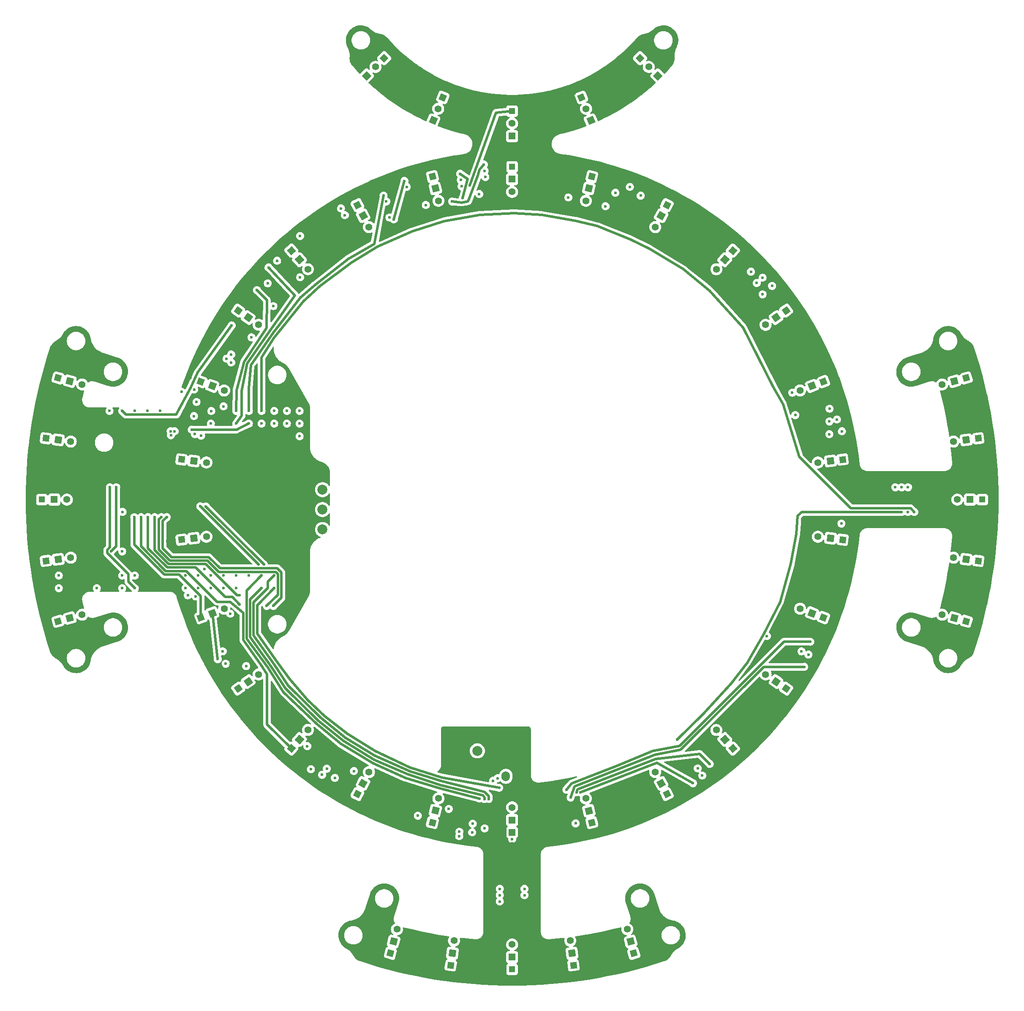
<source format=gbr>
%TF.GenerationSoftware,KiCad,Pcbnew,8.0.1*%
%TF.CreationDate,2024-12-28T13:05:20+09:00*%
%TF.ProjectId,Line-003-20241222,4c696e65-2d30-4303-932d-323032343132,rev?*%
%TF.SameCoordinates,Original*%
%TF.FileFunction,Copper,L2,Inr*%
%TF.FilePolarity,Positive*%
%FSLAX46Y46*%
G04 Gerber Fmt 4.6, Leading zero omitted, Abs format (unit mm)*
G04 Created by KiCad (PCBNEW 8.0.1) date 2024-12-28 13:05:20*
%MOMM*%
%LPD*%
G01*
G04 APERTURE LIST*
G04 Aperture macros list*
%AMRoundRect*
0 Rectangle with rounded corners*
0 $1 Rounding radius*
0 $2 $3 $4 $5 $6 $7 $8 $9 X,Y pos of 4 corners*
0 Add a 4 corners polygon primitive as box body*
4,1,4,$2,$3,$4,$5,$6,$7,$8,$9,$2,$3,0*
0 Add four circle primitives for the rounded corners*
1,1,$1+$1,$2,$3*
1,1,$1+$1,$4,$5*
1,1,$1+$1,$6,$7*
1,1,$1+$1,$8,$9*
0 Add four rect primitives between the rounded corners*
20,1,$1+$1,$2,$3,$4,$5,0*
20,1,$1+$1,$4,$5,$6,$7,0*
20,1,$1+$1,$6,$7,$8,$9,0*
20,1,$1+$1,$8,$9,$2,$3,0*%
%AMRotRect*
0 Rectangle, with rotation*
0 The origin of the aperture is its center*
0 $1 length*
0 $2 width*
0 $3 Rotation angle, in degrees counterclockwise*
0 Add horizontal line*
21,1,$1,$2,0,0,$3*%
G04 Aperture macros list end*
%TA.AperFunction,ComponentPad*%
%ADD10R,2.000000X2.000000*%
%TD*%
%TA.AperFunction,ComponentPad*%
%ADD11C,2.000000*%
%TD*%
%TA.AperFunction,ComponentPad*%
%ADD12RoundRect,0.250000X0.600000X0.750000X-0.600000X0.750000X-0.600000X-0.750000X0.600000X-0.750000X0*%
%TD*%
%TA.AperFunction,ComponentPad*%
%ADD13O,1.700000X2.000000*%
%TD*%
%TA.AperFunction,ComponentPad*%
%ADD14RotRect,1.300000X1.300000X165.000000*%
%TD*%
%TA.AperFunction,ComponentPad*%
%ADD15C,1.300000*%
%TD*%
%TA.AperFunction,ComponentPad*%
%ADD16RotRect,1.300000X1.300000X247.500000*%
%TD*%
%TA.AperFunction,ComponentPad*%
%ADD17RotRect,1.300000X1.300000X195.000000*%
%TD*%
%TA.AperFunction,ComponentPad*%
%ADD18R,1.300000X1.300000*%
%TD*%
%TA.AperFunction,ComponentPad*%
%ADD19RotRect,1.400000X1.400000X353.076000*%
%TD*%
%TA.AperFunction,ComponentPad*%
%ADD20C,1.400000*%
%TD*%
%TA.AperFunction,ComponentPad*%
%ADD21RotRect,1.400000X1.400000X89.998000*%
%TD*%
%TA.AperFunction,ComponentPad*%
%ADD22R,1.400000X1.400000*%
%TD*%
%TA.AperFunction,ComponentPad*%
%ADD23RotRect,1.300000X1.300000X187.500000*%
%TD*%
%TA.AperFunction,ComponentPad*%
%ADD24RotRect,1.400000X1.400000X75.000000*%
%TD*%
%TA.AperFunction,ComponentPad*%
%ADD25RotRect,1.300000X1.300000X225.000000*%
%TD*%
%TA.AperFunction,ComponentPad*%
%ADD26RotRect,1.400000X1.400000X145.382000*%
%TD*%
%TA.AperFunction,ComponentPad*%
%ADD27RotRect,1.400000X1.400000X67.500000*%
%TD*%
%TA.AperFunction,ComponentPad*%
%ADD28RotRect,1.300000X1.300000X311.538000*%
%TD*%
%TA.AperFunction,ComponentPad*%
%ADD29RotRect,1.400000X1.400000X76.152000*%
%TD*%
%TA.AperFunction,ComponentPad*%
%ADD30RotRect,1.400000X1.400000X352.500000*%
%TD*%
%TA.AperFunction,ComponentPad*%
%ADD31RotRect,1.300000X1.300000X345.000000*%
%TD*%
%TA.AperFunction,ComponentPad*%
%ADD32RotRect,1.300000X1.300000X325.384000*%
%TD*%
%TA.AperFunction,ComponentPad*%
%ADD33RotRect,1.400000X1.400000X186.920000*%
%TD*%
%TA.AperFunction,ComponentPad*%
%ADD34RotRect,1.400000X1.400000X62.306000*%
%TD*%
%TA.AperFunction,ComponentPad*%
%ADD35RotRect,1.300000X1.300000X315.000000*%
%TD*%
%TA.AperFunction,ComponentPad*%
%ADD36RotRect,1.400000X1.400000X195.000000*%
%TD*%
%TA.AperFunction,ComponentPad*%
%ADD37RotRect,1.400000X1.400000X112.500000*%
%TD*%
%TA.AperFunction,ComponentPad*%
%ADD38RotRect,1.400000X1.400000X135.000000*%
%TD*%
%TA.AperFunction,ComponentPad*%
%ADD39RotRect,1.400000X1.400000X165.000000*%
%TD*%
%TA.AperFunction,ComponentPad*%
%ADD40RotRect,1.400000X1.400000X159.228000*%
%TD*%
%TA.AperFunction,ComponentPad*%
%ADD41RotRect,1.400000X1.400000X105.000000*%
%TD*%
%TA.AperFunction,ComponentPad*%
%ADD42RotRect,1.400000X1.400000X228.458000*%
%TD*%
%TA.AperFunction,ComponentPad*%
%ADD43RotRect,1.300000X1.300000X15.000000*%
%TD*%
%TA.AperFunction,ComponentPad*%
%ADD44RotRect,1.300000X1.300000X20.768000*%
%TD*%
%TA.AperFunction,ComponentPad*%
%ADD45RotRect,1.300000X1.300000X214.612000*%
%TD*%
%TA.AperFunction,ComponentPad*%
%ADD46RotRect,1.300000X1.300000X283.846000*%
%TD*%
%TA.AperFunction,ComponentPad*%
%ADD47RotRect,1.400000X1.400000X117.690000*%
%TD*%
%TA.AperFunction,ComponentPad*%
%ADD48RotRect,1.300000X1.300000X48.460000*%
%TD*%
%TA.AperFunction,ComponentPad*%
%ADD49RotRect,1.400000X1.400000X173.074000*%
%TD*%
%TA.AperFunction,ComponentPad*%
%ADD50RotRect,1.400000X1.400000X256.150000*%
%TD*%
%TA.AperFunction,ComponentPad*%
%ADD51RotRect,1.400000X1.400000X187.500000*%
%TD*%
%TA.AperFunction,ComponentPad*%
%ADD52RotRect,1.400000X1.400000X20.768000*%
%TD*%
%TA.AperFunction,ComponentPad*%
%ADD53RotRect,1.300000X1.300000X62.306000*%
%TD*%
%TA.AperFunction,ComponentPad*%
%ADD54RotRect,1.300000X1.300000X82.500000*%
%TD*%
%TA.AperFunction,ComponentPad*%
%ADD55RotRect,1.400000X1.400000X6.922000*%
%TD*%
%TA.AperFunction,ComponentPad*%
%ADD56RotRect,1.300000X1.300000X297.692000*%
%TD*%
%TA.AperFunction,ComponentPad*%
%ADD57RotRect,1.300000X1.300000X97.500000*%
%TD*%
%TA.AperFunction,ComponentPad*%
%ADD58RotRect,1.400000X1.400000X45.000000*%
%TD*%
%TA.AperFunction,ComponentPad*%
%ADD59RotRect,1.300000X1.300000X117.690000*%
%TD*%
%TA.AperFunction,ComponentPad*%
%ADD60RotRect,1.300000X1.300000X34.614000*%
%TD*%
%TA.AperFunction,ComponentPad*%
%ADD61RotRect,1.400000X1.400000X200.766000*%
%TD*%
%TA.AperFunction,ComponentPad*%
%ADD62RotRect,1.400000X1.400000X131.536000*%
%TD*%
%TA.AperFunction,ComponentPad*%
%ADD63RotRect,1.300000X1.300000X75.000000*%
%TD*%
%TA.AperFunction,ComponentPad*%
%ADD64RotRect,1.400000X1.400000X339.230000*%
%TD*%
%TA.AperFunction,ComponentPad*%
%ADD65RotRect,1.300000X1.300000X186.920000*%
%TD*%
%TA.AperFunction,ComponentPad*%
%ADD66RotRect,1.400000X1.400000X7.500000*%
%TD*%
%TA.AperFunction,ComponentPad*%
%ADD67RotRect,1.300000X1.300000X352.500000*%
%TD*%
%TA.AperFunction,ComponentPad*%
%ADD68RotRect,1.300000X1.300000X89.998000*%
%TD*%
%TA.AperFunction,ComponentPad*%
%ADD69RotRect,1.400000X1.400000X48.460000*%
%TD*%
%TA.AperFunction,ComponentPad*%
%ADD70RotRect,1.300000X1.300000X242.304000*%
%TD*%
%TA.AperFunction,ComponentPad*%
%ADD71RotRect,1.400000X1.400000X345.000000*%
%TD*%
%TA.AperFunction,ComponentPad*%
%ADD72RotRect,1.400000X1.400000X214.612000*%
%TD*%
%TA.AperFunction,ComponentPad*%
%ADD73RotRect,1.300000X1.300000X228.458000*%
%TD*%
%TA.AperFunction,ComponentPad*%
%ADD74RotRect,1.300000X1.300000X103.844000*%
%TD*%
%TA.AperFunction,ComponentPad*%
%ADD75RotRect,1.300000X1.300000X105.000000*%
%TD*%
%TA.AperFunction,ComponentPad*%
%ADD76RotRect,1.300000X1.300000X200.766000*%
%TD*%
%TA.AperFunction,ComponentPad*%
%ADD77RotRect,1.300000X1.300000X159.228000*%
%TD*%
%TA.AperFunction,ComponentPad*%
%ADD78RotRect,1.400000X1.400000X283.846000*%
%TD*%
%TA.AperFunction,ComponentPad*%
%ADD79RotRect,1.400000X1.400000X34.614000*%
%TD*%
%TA.AperFunction,ComponentPad*%
%ADD80RotRect,1.300000X1.300000X172.500000*%
%TD*%
%TA.AperFunction,ComponentPad*%
%ADD81RotRect,1.300000X1.300000X173.074000*%
%TD*%
%TA.AperFunction,ComponentPad*%
%ADD82RotRect,1.300000X1.300000X145.382000*%
%TD*%
%TA.AperFunction,ComponentPad*%
%ADD83RotRect,1.400000X1.400000X97.500000*%
%TD*%
%TA.AperFunction,ComponentPad*%
%ADD84RotRect,1.400000X1.400000X311.538000*%
%TD*%
%TA.AperFunction,ComponentPad*%
%ADD85RotRect,1.300000X1.300000X131.536000*%
%TD*%
%TA.AperFunction,ComponentPad*%
%ADD86RotRect,1.300000X1.300000X353.076000*%
%TD*%
%TA.AperFunction,ComponentPad*%
%ADD87RotRect,1.300000X1.300000X7.500000*%
%TD*%
%TA.AperFunction,ComponentPad*%
%ADD88RotRect,1.300000X1.300000X339.230000*%
%TD*%
%TA.AperFunction,ComponentPad*%
%ADD89RotRect,1.400000X1.400000X15.000000*%
%TD*%
%TA.AperFunction,ComponentPad*%
%ADD90RotRect,1.400000X1.400000X297.692000*%
%TD*%
%TA.AperFunction,ComponentPad*%
%ADD91RotRect,1.300000X1.300000X292.500000*%
%TD*%
%TA.AperFunction,ComponentPad*%
%ADD92RotRect,1.400000X1.400000X172.500000*%
%TD*%
%TA.AperFunction,ComponentPad*%
%ADD93RotRect,1.300000X1.300000X256.150000*%
%TD*%
%TA.AperFunction,ComponentPad*%
%ADD94RotRect,1.300000X1.300000X76.152000*%
%TD*%
%TA.AperFunction,ComponentPad*%
%ADD95RotRect,1.400000X1.400000X82.500000*%
%TD*%
%TA.AperFunction,ComponentPad*%
%ADD96RotRect,1.400000X1.400000X103.844000*%
%TD*%
%TA.AperFunction,ComponentPad*%
%ADD97RotRect,1.300000X1.300000X6.922000*%
%TD*%
%TA.AperFunction,ComponentPad*%
%ADD98RotRect,1.400000X1.400000X325.384000*%
%TD*%
%TA.AperFunction,ComponentPad*%
%ADD99RotRect,1.400000X1.400000X242.304000*%
%TD*%
%TA.AperFunction,ViaPad*%
%ADD100C,0.600000*%
%TD*%
%TA.AperFunction,Conductor*%
%ADD101C,0.500000*%
%TD*%
G04 APERTURE END LIST*
D10*
%TO.N,+5V*%
%TO.C,C20*%
X-11967677Y-50400000D03*
D11*
%TO.N,GND*%
X-6967677Y-50400000D03*
%TD*%
D12*
%TO.N,+5V*%
%TO.C,J1*%
X1250000Y-55500000D03*
D13*
%TO.N,GND*%
X-1250000Y-55500000D03*
%TD*%
D11*
%TO.N,+5V*%
%TO.C,J2*%
X-37997528Y5999123D03*
%TO.N,GND*%
X-37997528Y1999123D03*
%TO.N,Net-(J2-Pin_3)*%
X-37997528Y-2000877D03*
%TO.N,Net-(J2-Pin_4)*%
X-37997528Y-6000877D03*
%TD*%
D14*
%TO.N,Line-R*%
%TO.C,U42*%
X91021644Y-24389396D03*
D15*
%TO.N,+5V*%
X93475096Y-25046796D03*
%TD*%
D16*
%TO.N,Line-F*%
%TO.C,U30*%
X-13877473Y80661453D03*
D15*
%TO.N,+5V*%
X-12905457Y83008107D03*
%TD*%
D17*
%TO.N,Line-R*%
%TO.C,U46*%
X91021644Y24387642D03*
D15*
%TO.N,+5V*%
X93475096Y25045042D03*
%TD*%
D18*
%TO.N,Line-L*%
%TO.C,U34*%
X-94228664Y-876D03*
D15*
%TO.N,+5V*%
X-96768664Y-876D03*
%TD*%
D19*
%TO.N,GND*%
%TO.C,D7*%
X-63798795Y7747041D03*
D20*
%TO.N,Net-(D7-A)*%
X-61277319Y7440837D03*
%TD*%
D21*
%TO.N,GND*%
%TO.C,D14*%
X236Y-64270878D03*
D20*
%TO.N,Net-(D14-A)*%
X324Y-61730878D03*
%TD*%
D22*
%TO.N,GND*%
%TO.C,D39*%
X2454Y-91770877D03*
D20*
%TO.N,Net-(D39-A)*%
X2454Y-89230877D03*
%TD*%
D23*
%TO.N,Line-R*%
%TO.C,U45*%
X93426303Y12298607D03*
D15*
%TO.N,+5V*%
X95944573Y12630143D03*
%TD*%
D22*
%TO.N,GND*%
%TO.C,D44*%
X91772454Y-877D03*
D20*
%TO.N,Net-(D44-A)*%
X89232454Y-877D03*
%TD*%
D24*
%TO.N,GND*%
%TO.C,D37*%
X-23749370Y-88643890D03*
D20*
%TO.N,Net-(D37-A)*%
X-23091970Y-86190438D03*
%TD*%
D25*
%TO.N,Line-F*%
%TO.C,U31*%
X-25644309Y88523801D03*
D15*
%TO.N,+5V*%
X-23848257Y90319853D03*
%TD*%
D22*
%TO.N,GND*%
%TO.C,D34*%
X-91768664Y-876D03*
D20*
%TO.N,Net-(D34-A)*%
X-89228664Y-876D03*
%TD*%
D26*
%TO.N,GND*%
%TO.C,D18*%
X52893985Y-36512814D03*
D20*
%TO.N,Net-(D18-A)*%
X50803671Y-35069834D03*
%TD*%
D27*
%TO.N,GND*%
%TO.C,D30*%
X-15790891Y76042055D03*
D20*
%TO.N,Net-(D30-A)*%
X-14818875Y78388709D03*
%TD*%
D28*
%TO.N,Line04*%
%TO.C,U4*%
X-44247293Y49947600D03*
D15*
%TO.N,+5V*%
X-45931609Y51848830D03*
%TD*%
D29*
%TO.N,GND*%
%TO.C,D13*%
X-15380349Y-62402813D03*
D20*
%TO.N,Net-(D13-A)*%
X-14772407Y-59936641D03*
%TD*%
D30*
%TO.N,GND*%
%TO.C,D33*%
X-90982441Y11977512D03*
D20*
%TO.N,Net-(D33-A)*%
X-88464171Y11645976D03*
%TD*%
D31*
%TO.N,Line-L*%
%TO.C,U32*%
X-91016736Y24387642D03*
D15*
%TO.N,+5V*%
X-93470188Y25045042D03*
%TD*%
D32*
%TO.N,Line05*%
%TO.C,U5*%
X-54914826Y37906671D03*
D15*
%TO.N,+5V*%
X-57005190Y39349577D03*
%TD*%
D33*
%TO.N,GND*%
%TO.C,D21*%
X63804293Y7742587D03*
D20*
%TO.N,Net-(D21-A)*%
X61282797Y7436559D03*
%TD*%
D34*
%TO.N,GND*%
%TO.C,D12*%
X-29866960Y-56908255D03*
D20*
%TO.N,Net-(D12-A)*%
X-28686496Y-54659231D03*
%TD*%
D35*
%TO.N,Line-F*%
%TO.C,U27*%
X25649217Y88523801D03*
D15*
%TO.N,+5V*%
X23853165Y90319853D03*
%TD*%
D36*
%TO.N,GND*%
%TO.C,D46*%
X88645467Y23750947D03*
D20*
%TO.N,Net-(D46-A)*%
X86192015Y23093547D03*
%TD*%
D37*
%TO.N,GND*%
%TO.C,D28*%
X15795800Y76042055D03*
D20*
%TO.N,Net-(D28-A)*%
X14823784Y78388709D03*
%TD*%
D38*
%TO.N,GND*%
%TO.C,D27*%
X29184751Y84988267D03*
D20*
%TO.N,Net-(D27-A)*%
X27388699Y86784319D03*
%TD*%
D39*
%TO.N,GND*%
%TO.C,D42*%
X88645467Y-23752701D03*
D20*
%TO.N,Net-(D42-A)*%
X86192015Y-23095301D03*
%TD*%
D40*
%TO.N,GND*%
%TO.C,D19*%
X60094871Y-22794239D03*
D20*
%TO.N,Net-(D19-A)*%
X57719973Y-21893427D03*
%TD*%
D41*
%TO.N,GND*%
%TO.C,D41*%
X23754278Y-88643890D03*
D20*
%TO.N,Net-(D41-A)*%
X23096878Y-86190438D03*
%TD*%
D42*
%TO.N,GND*%
%TO.C,D24*%
X42624342Y48103275D03*
D20*
%TO.N,Net-(D24-A)*%
X40939894Y46202161D03*
%TD*%
D43*
%TO.N,Line-L*%
%TO.C,U36*%
X-91016737Y-24389396D03*
D15*
%TO.N,+5V*%
X-93470189Y-25046796D03*
%TD*%
D44*
%TO.N,Line09*%
%TO.C,U9*%
X-62391663Y-23662322D03*
D15*
%TO.N,+5V*%
X-64766623Y-24562968D03*
%TD*%
D45*
%TO.N,Line23*%
%TO.C,U23*%
X54922431Y37902837D03*
D15*
%TO.N,+5V*%
X57012895Y39345597D03*
%TD*%
D46*
%TO.N,Line02*%
%TO.C,U2*%
X-15966880Y64790111D03*
D15*
%TO.N,+5V*%
X-16574736Y67256305D03*
%TD*%
D47*
%TO.N,GND*%
%TO.C,D16*%
X29867945Y-56910340D03*
D20*
%TO.N,Net-(D16-A)*%
X28687639Y-54661234D03*
%TD*%
D18*
%TO.N,Line01*%
%TO.C,U1*%
X2479Y66729121D03*
D15*
%TO.N,+5V*%
X2479Y69269121D03*
%TD*%
D48*
%TO.N,Line11*%
%TO.C,U11*%
X-44249037Y-49947813D03*
D15*
%TO.N,+5V*%
X-45933419Y-51848985D03*
%TD*%
D49*
%TO.N,GND*%
%TO.C,D20*%
X63803482Y-7751026D03*
D20*
%TO.N,Net-(D20-A)*%
X61282018Y-7444734D03*
%TD*%
D50*
%TO.N,GND*%
%TO.C,D26*%
X15387485Y62400519D03*
D20*
%TO.N,Net-(D26-A)*%
X14779457Y59934367D03*
%TD*%
D51*
%TO.N,GND*%
%TO.C,D45*%
X90987348Y11977512D03*
D20*
%TO.N,Net-(D45-A)*%
X88469078Y11645976D03*
%TD*%
D52*
%TO.N,GND*%
%TO.C,D9*%
X-60091504Y-22790044D03*
D20*
%TO.N,Net-(D9-A)*%
X-57716544Y-21889398D03*
%TD*%
D53*
%TO.N,Line12*%
%TO.C,U12*%
X-31010243Y-59086443D03*
D15*
%TO.N,+5V*%
X-32190707Y-61335467D03*
%TD*%
D54*
%TO.N,Line-B*%
%TO.C,U38*%
X-12297029Y-93424726D03*
D15*
%TO.N,+5V*%
X-12628565Y-95942996D03*
%TD*%
D55*
%TO.N,GND*%
%TO.C,D8*%
X-63799065Y-7746572D03*
D20*
%TO.N,Net-(D8-A)*%
X-61277579Y-7440456D03*
%TD*%
D56*
%TO.N,Line03*%
%TO.C,U3*%
X-31008181Y59085768D03*
D15*
%TO.N,+5V*%
X-32188565Y61334832D03*
%TD*%
D57*
%TO.N,Line-B*%
%TO.C,U40*%
X12301938Y-93424726D03*
D15*
%TO.N,+5V*%
X12633474Y-95942996D03*
%TD*%
D58*
%TO.N,GND*%
%TO.C,D31*%
X-29179843Y84988267D03*
D20*
%TO.N,Net-(D31-A)*%
X-27383791Y86784319D03*
%TD*%
D59*
%TO.N,Line16*%
%TO.C,U16*%
X31011076Y-59088608D03*
D15*
%TO.N,+5V*%
X32191382Y-61337714D03*
%TD*%
D60*
%TO.N,Line10*%
%TO.C,U10*%
X-54916150Y-37906512D03*
D15*
%TO.N,+5V*%
X-57006564Y-39349346D03*
%TD*%
D61*
%TO.N,GND*%
%TO.C,D22*%
X60097257Y22786188D03*
D20*
%TO.N,Net-(D22-A)*%
X57722265Y21885626D03*
%TD*%
D62*
%TO.N,GND*%
%TO.C,D17*%
X42619305Y-48109495D03*
D20*
%TO.N,Net-(D17-A)*%
X40935055Y-46208205D03*
%TD*%
D63*
%TO.N,Line-B*%
%TO.C,U37*%
X-24386065Y-91020067D03*
D15*
%TO.N,+5V*%
X-25043465Y-93473519D03*
%TD*%
D64*
%TO.N,GND*%
%TO.C,D6*%
X-60090709Y22790383D03*
D20*
%TO.N,Net-(D6-A)*%
X-57715779Y21889655D03*
%TD*%
D65*
%TO.N,Line21*%
%TO.C,U21*%
X66246374Y8038976D03*
D15*
%TO.N,+5V*%
X68767870Y8345004D03*
%TD*%
D66*
%TO.N,GND*%
%TO.C,D35*%
X-90982441Y-11979265D03*
D20*
%TO.N,Net-(D35-A)*%
X-88464171Y-11647729D03*
%TD*%
D67*
%TO.N,Line-L*%
%TO.C,U33*%
X-93421396Y12298607D03*
D15*
%TO.N,+5V*%
X-95939666Y12630143D03*
%TD*%
D22*
%TO.N,GND*%
%TO.C,D29*%
X2455Y72900564D03*
D20*
%TO.N,Net-(D29-A)*%
X2455Y75440564D03*
%TD*%
D68*
%TO.N,Line14*%
%TO.C,U14*%
X150Y-66730878D03*
D15*
%TO.N,+5V*%
X62Y-69270878D03*
%TD*%
D69*
%TO.N,GND*%
%TO.C,D11*%
X-42617705Y-48106520D03*
D20*
%TO.N,Net-(D11-A)*%
X-40933323Y-46205348D03*
%TD*%
D70*
%TO.N,Line25*%
%TO.C,U25*%
X31017263Y59083603D03*
D15*
%TO.N,+5V*%
X32197805Y61332585D03*
%TD*%
D71*
%TO.N,GND*%
%TO.C,D32*%
X-88640559Y23750947D03*
D20*
%TO.N,Net-(D32-A)*%
X-86187107Y23093547D03*
%TD*%
D18*
%TO.N,Line-F*%
%TO.C,U29*%
X2455Y77900564D03*
D15*
%TO.N,+5V*%
X2455Y80440564D03*
%TD*%
D72*
%TO.N,GND*%
%TO.C,D23*%
X52897808Y36505517D03*
D20*
%TO.N,Net-(D23-A)*%
X50807344Y35062757D03*
%TD*%
D73*
%TO.N,Line24*%
%TO.C,U24*%
X44255739Y49944509D03*
D15*
%TO.N,+5V*%
X45940187Y51845623D03*
%TD*%
D74*
%TO.N,Line15*%
%TO.C,U15*%
X15969577Y-64792425D03*
D15*
%TO.N,+5V*%
X16577347Y-67258643D03*
%TD*%
D75*
%TO.N,Line-B*%
%TO.C,U41*%
X24390973Y-91020067D03*
D15*
%TO.N,+5V*%
X25048373Y-93473519D03*
%TD*%
D76*
%TO.N,Line22*%
%TO.C,U22*%
X62397447Y23658387D03*
D15*
%TO.N,+5V*%
X64772439Y24558949D03*
%TD*%
D77*
%TO.N,Line19*%
%TO.C,U19*%
X62394968Y-23666678D03*
D15*
%TO.N,+5V*%
X64769866Y-24567490D03*
%TD*%
D78*
%TO.N,GND*%
%TO.C,D2*%
X-15378171Y62401592D03*
D20*
%TO.N,Net-(D2-A)*%
X-14770315Y59935398D03*
%TD*%
D79*
%TO.N,GND*%
%TO.C,D10*%
X-52891576Y-36509122D03*
D20*
%TO.N,Net-(D10-A)*%
X-50801162Y-35066288D03*
%TD*%
D80*
%TO.N,Line-R*%
%TO.C,U43*%
X93426303Y-12300360D03*
D15*
%TO.N,+5V*%
X95944573Y-12631896D03*
%TD*%
D81*
%TO.N,Line20*%
%TO.C,U20*%
X66245532Y-8047671D03*
D15*
%TO.N,+5V*%
X68766996Y-8353963D03*
%TD*%
D22*
%TO.N,GND*%
%TO.C,D1*%
X2479Y64269121D03*
D20*
%TO.N,Net-(D1-A)*%
X2479Y61729121D03*
%TD*%
D82*
%TO.N,Line18*%
%TO.C,U18*%
X54918461Y-37910346D03*
D15*
%TO.N,+5V*%
X57008775Y-39353326D03*
%TD*%
D83*
%TO.N,GND*%
%TO.C,D40*%
X11980843Y-90985771D03*
D20*
%TO.N,Net-(D40-A)*%
X11649307Y-88467501D03*
%TD*%
D84*
%TO.N,GND*%
%TO.C,D4*%
X-42616026Y48106249D03*
D20*
%TO.N,Net-(D4-A)*%
X-40931710Y46205019D03*
%TD*%
D85*
%TO.N,Line17*%
%TO.C,U17*%
X44250508Y-49950902D03*
D15*
%TO.N,+5V*%
X45934758Y-51852192D03*
%TD*%
D18*
%TO.N,Line-B*%
%TO.C,U39*%
X2454Y-94230877D03*
D15*
%TO.N,+5V*%
X2454Y-96770877D03*
%TD*%
D86*
%TO.N,Line07*%
%TO.C,U7*%
X-66240854Y8043600D03*
D15*
%TO.N,+5V*%
X-68762330Y8349804D03*
%TD*%
D87*
%TO.N,Line-L*%
%TO.C,U35*%
X-93421396Y-12300359D03*
D15*
%TO.N,+5V*%
X-95939666Y-12631895D03*
%TD*%
D88*
%TO.N,Line06*%
%TO.C,U6*%
X-62390836Y23662742D03*
D15*
%TO.N,+5V*%
X-64765766Y24563470D03*
%TD*%
D89*
%TO.N,GND*%
%TO.C,D36*%
X-88640560Y-23752700D03*
D20*
%TO.N,Net-(D36-A)*%
X-86187108Y-23095300D03*
%TD*%
D90*
%TO.N,GND*%
%TO.C,D3*%
X-29864973Y56907539D03*
D20*
%TO.N,Net-(D3-A)*%
X-28684589Y54658475D03*
%TD*%
D91*
%TO.N,Line-F*%
%TO.C,U28*%
X13882382Y80661453D03*
D15*
%TO.N,+5V*%
X12910366Y83008107D03*
%TD*%
D92*
%TO.N,GND*%
%TO.C,D43*%
X90987348Y-11979265D03*
D20*
%TO.N,Net-(D43-A)*%
X88469078Y-11647729D03*
%TD*%
D93*
%TO.N,Line26*%
%TO.C,U26*%
X15976362Y64788996D03*
D15*
%TO.N,+5V*%
X16584390Y67255148D03*
%TD*%
D94*
%TO.N,Line13*%
%TO.C,U13*%
X-15969142Y-64791312D03*
D15*
%TO.N,+5V*%
X-16577084Y-67257484D03*
%TD*%
D95*
%TO.N,GND*%
%TO.C,D38*%
X-11975934Y-90985771D03*
D20*
%TO.N,Net-(D38-A)*%
X-11644398Y-88467501D03*
%TD*%
D96*
%TO.N,GND*%
%TO.C,D15*%
X15380951Y-62403889D03*
D20*
%TO.N,Net-(D15-A)*%
X14773181Y-59937671D03*
%TD*%
D97*
%TO.N,Line08*%
%TO.C,U8*%
X-66241135Y-8043046D03*
D15*
%TO.N,+5V*%
X-68762621Y-8349162D03*
%TD*%
D98*
%TO.N,GND*%
%TO.C,D5*%
X-52890302Y36509209D03*
D20*
%TO.N,Net-(D5-A)*%
X-50799938Y35066303D03*
%TD*%
D99*
%TO.N,GND*%
%TO.C,D25*%
X29873904Y56905454D03*
D20*
%TO.N,Net-(D25-A)*%
X28693362Y54656472D03*
%TD*%
D18*
%TO.N,Line-R*%
%TO.C,U44*%
X94232454Y-877D03*
D15*
%TO.N,+5V*%
X96772454Y-877D03*
%TD*%
D100*
%TO.N,+5V*%
X825000Y-52300006D03*
X-63446512Y-21907804D03*
X3205529Y73471406D03*
X12476029Y-63614480D03*
X61646995Y-20056574D03*
X20546111Y-88985217D03*
X32850972Y55885217D03*
X82201936Y774121D03*
X-43173664Y-9490979D03*
X-26511281Y83126982D03*
X55059749Y34218629D03*
X-88317521Y-15240879D03*
X-8750658Y-90905429D03*
X12618058Y75343677D03*
X88986802Y-20544527D03*
X-90902103Y8752242D03*
X64655348Y-4721461D03*
X3110376Y-64751331D03*
X-18515126Y-62124784D03*
X-45264219Y-46403559D03*
X-43173664Y-11490979D03*
X777470Y-82201479D03*
X90907013Y8752244D03*
X-20541200Y-88985218D03*
X64655842Y4712937D03*
X51522363Y-39345248D03*
X91271822Y-3188066D03*
X27337143Y-58780936D03*
X-64650604Y4717451D03*
X-64650769Y-4716947D03*
X-88981892Y-20544524D03*
X12482689Y63611420D03*
X-27336338Y-58779027D03*
X90907013Y-8753984D03*
X-12473341Y63612291D03*
X-32842162Y55887509D03*
X-51520202Y-39341650D03*
X45265888Y-46406719D03*
X-40606556Y50528212D03*
X-82165251Y-764001D03*
X26516156Y83126985D03*
X-91266912Y3186327D03*
X-61300000Y-21500000D03*
X-90902103Y-8753982D03*
X-55052454Y34222473D03*
X8755570Y-90905427D03*
X-12613183Y75343674D03*
X88986804Y20542786D03*
X40614991Y50525377D03*
X59443653Y25864633D03*
X-88981893Y20542785D03*
X3112636Y64749470D03*
X-59436938Y25868781D03*
X-3184740Y-91270236D03*
X-88317521Y-17780879D03*
%TO.N,GND*%
X-63430331Y-19430331D03*
X-63730611Y22073635D03*
X59400000Y-31100000D03*
X-42485877Y52866620D03*
X-56300000Y27500000D03*
X-38100000Y-55200000D03*
X-34300000Y58400000D03*
X-57250000Y28250000D03*
X-90857521Y-15240879D03*
X-59000000Y-32000000D03*
X-8000000Y-66750000D03*
X-90857521Y-17780879D03*
X38100000Y-55350000D03*
X65100000Y16050000D03*
X-56300000Y29100000D03*
X23600000Y62700000D03*
X50200000Y44500000D03*
X-47100000Y47900000D03*
%TO.N,RESET*%
X-83237521Y-17780879D03*
%TO.N,PWM*%
X-78157521Y-15240879D03*
%TO.N,PWM2*%
X-78157521Y-17780879D03*
%TO.N,RX*%
X-57837521Y-17780879D03*
%TO.N,TX*%
X-57837521Y-15240879D03*
%TO.N,Line01*%
X-73077521Y17779121D03*
X-5359091Y64689518D03*
X-68388869Y12908051D03*
%TO.N,Line03*%
X-75617521Y17779121D03*
X-33526159Y57051402D03*
X-67639046Y13696862D03*
%TO.N,Line05*%
X-78157521Y17779121D03*
X-56198988Y34935185D03*
%TO.N,Line07*%
X-62336683Y12816240D03*
%TO.N,Line09*%
X-75722530Y-3531656D03*
%TO.N,Line11*%
X-74372530Y-3516145D03*
%TO.N,Line13*%
X-54600000Y-21050000D03*
X-72972530Y-3516145D03*
X-18900760Y-63418533D03*
%TO.N,Line15*%
X12735795Y-64939252D03*
X-70322530Y-3516145D03*
X-49172530Y-21321290D03*
%TO.N,Line17*%
X-47822530Y-21321290D03*
X-69222530Y-3516145D03*
%TO.N,Line19*%
X-49749230Y-13040879D03*
X-3800000Y-56400000D03*
X51066145Y-27366145D03*
X-61390121Y-1390096D03*
%TO.N,Line20*%
X66001763Y-4819768D03*
X76802876Y2474121D03*
%TO.N,Line21*%
X63575649Y13115751D03*
%TO.N,Line23*%
X50195471Y41160480D03*
%TO.N,Line-F*%
X-70537521Y17779121D03*
X-68438991Y13706481D03*
X-8448064Y63028166D03*
X-10119921Y62832127D03*
%TO.N,Line-L*%
X-80697521Y17779121D03*
%TO.N,Line-B*%
X-2472530Y-78071290D03*
X-71622530Y-3516145D03*
X-54672530Y-19171290D03*
%TO.N,Line-R*%
X-50800000Y-13040879D03*
X-2897814Y-55892895D03*
X78072876Y-2475879D03*
X-62500000Y-1340878D03*
X33100000Y-48100000D03*
X-63758929Y16748745D03*
%TO.N,SDA*%
X-55297521Y-15240879D03*
%TO.N,SCL*%
X-55297521Y-17780879D03*
%TO.N,LED_BUILTIN*%
X-65457521Y-17780879D03*
%TO.N,Th*%
X-25222955Y59785349D03*
X20689512Y61526680D03*
X-78158064Y-10401479D03*
X-6588041Y61283855D03*
X-53300000Y-33400000D03*
X49029525Y43434116D03*
X57998418Y-30442972D03*
X56150000Y21450000D03*
X-37133590Y-53978965D03*
X-57995585Y-30438923D03*
X-24588041Y56583855D03*
X-47850000Y38800000D03*
X-52250000Y32550000D03*
X-31700000Y-54450000D03*
X18711959Y58833855D03*
X-5512171Y65950258D03*
X78072876Y2474121D03*
X-78067918Y-2475879D03*
X56750000Y16950000D03*
X37208476Y-53907871D03*
X-48969430Y43378979D03*
X-42488041Y44583855D03*
X-21133444Y62713753D03*
X-7894856Y-65023045D03*
X63600031Y15670796D03*
X-63250000Y19589518D03*
X-12700000Y-62050000D03*
X-63569775Y13120189D03*
X-17288041Y59083855D03*
X25768192Y60958876D03*
X11261959Y60583855D03*
X2477470Y-78071290D03*
X-65000000Y-19200000D03*
X-41050000Y-49450000D03*
%TO.N,02*%
X-23698728Y56198728D03*
X-21585240Y63901624D03*
X-57837521Y18700000D03*
%TO.N,01*%
X-5665251Y67210999D03*
X-60294466Y17758648D03*
X-12031352Y59781809D03*
%TO.N,04*%
X-48809222Y46549927D03*
X-55297521Y15239121D03*
%TO.N,03*%
X-25763234Y60958876D03*
X-52757521Y17779121D03*
%TO.N,05*%
X-51141113Y42002655D03*
X-55297521Y17779121D03*
%TO.N,06*%
X-60377521Y15239121D03*
%TO.N,07*%
X-64202884Y14024121D03*
X-52757521Y15239121D03*
%TO.N,08*%
X-75617521Y-15240879D03*
%TO.N,10*%
X-57407716Y-32925539D03*
X-62917521Y-15240879D03*
%TO.N,09*%
X-65457521Y-15240879D03*
%TO.N,11*%
X-40326335Y-54067009D03*
X-62917521Y-17780879D03*
%TO.N,12*%
X-60377521Y-15240879D03*
X-35531172Y-55833875D03*
%TO.N,14*%
X-52757521Y-15240879D03*
X-5514474Y-65951823D03*
%TO.N,13*%
X-60377521Y-17780879D03*
X-10581486Y-66615737D03*
%TO.N,16*%
X-6550000Y-59956752D03*
X36253631Y-56881576D03*
X-50217521Y-15240879D03*
X13700000Y-58728750D03*
%TO.N,15*%
X2477470Y-79341290D03*
%TO.N,18*%
X58551936Y-33551479D03*
X11733071Y-59761754D03*
X-47677521Y-15240879D03*
X-4690802Y-60071290D03*
%TO.N,17*%
X12900915Y-58690461D03*
X-5490805Y-60071290D03*
X39606119Y-53024605D03*
X-50217521Y-17780879D03*
%TO.N,19*%
X59751936Y-28501479D03*
X-47677521Y-17780879D03*
X-2600000Y-57800000D03*
X10888282Y-58188282D03*
%TO.N,20*%
X-47677521Y17779121D03*
X79342876Y2474121D03*
%TO.N,21*%
X66101936Y13698521D03*
X-45137521Y15239121D03*
%TO.N,22*%
X-45137521Y17779121D03*
X63624413Y18225841D03*
%TO.N,24*%
X-50217521Y15239121D03*
X47863579Y45707752D03*
%TO.N,23*%
X52101936Y42848521D03*
X-47677521Y15239121D03*
%TO.N,25*%
X-42597521Y12699121D03*
%TO.N,26*%
X-42597521Y15239121D03*
%TO.N,Th2*%
X-61700000Y-13900000D03*
X-80408064Y-10401479D03*
X79342876Y-2475879D03*
X-10600000Y-67500000D03*
X-10273001Y64092868D03*
X-66200000Y21600000D03*
X-2472530Y-79341290D03*
X0Y-68100000D03*
X-79337918Y2474121D03*
X-56500000Y-22900000D03*
%TO.N,F*%
X-42597521Y17779121D03*
X-9898064Y60448521D03*
X-10426081Y65353608D03*
%TO.N,L*%
X-75617521Y-17780879D03*
X-80607918Y2474121D03*
%TO.N,R*%
X80612876Y-2475879D03*
X-50217521Y17779121D03*
%TO.N,B*%
X-2472530Y-80611290D03*
%TD*%
D101*
%TO.N,GND*%
X-60091504Y-22790044D02*
X-59000000Y-32000000D01*
%TO.N,Line05*%
X-64448988Y22385185D02*
X-62998988Y25485185D01*
X-78157521Y17779121D02*
X-77407521Y17029121D01*
X-77407521Y17029121D02*
X-67305052Y17029121D01*
X-67305052Y17029121D02*
X-64448988Y22385185D01*
X-62998988Y25485185D02*
X-56198988Y34935185D01*
%TO.N,Line09*%
X-66778710Y-15021290D02*
X-62425140Y-19374860D01*
X-75722530Y-9027470D02*
X-69728710Y-15021290D01*
X-69728710Y-15021290D02*
X-66778710Y-15021290D01*
X-75722530Y-3531656D02*
X-75722530Y-9027470D01*
X-62425140Y-23628845D02*
X-62391663Y-23662322D01*
X-62425140Y-19374860D02*
X-62425140Y-23628845D01*
%TO.N,Line11*%
X-74372530Y-9387520D02*
X-69438760Y-14321290D01*
X-53900000Y-28150000D02*
X-50400000Y-33100000D01*
X-50400000Y-33100000D02*
X-49100000Y-35024254D01*
X-59137739Y-20500000D02*
X-56500000Y-20500000D01*
X-53900000Y-22750000D02*
X-53900000Y-28150000D01*
X-49100000Y-35024254D02*
X-49100000Y-45096850D01*
X-65316449Y-14321290D02*
X-59137739Y-20500000D01*
X-56500000Y-20500000D02*
X-53900000Y-22750000D01*
X-74372530Y-3516145D02*
X-74372530Y-9387520D01*
X-69438760Y-14321290D02*
X-65316449Y-14321290D01*
X-49100000Y-45096850D02*
X-44249037Y-49947813D01*
%TO.N,Line13*%
X-72972530Y-9797570D02*
X-69148810Y-13621290D01*
X-69148810Y-13621290D02*
X-63428710Y-13621290D01*
X-63428710Y-13621290D02*
X-57500000Y-19550000D01*
X-56100000Y-19550000D02*
X-54600000Y-21050000D01*
X-57500000Y-19550000D02*
X-56100000Y-19550000D01*
X-72972530Y-3516145D02*
X-72972530Y-9797570D01*
%TO.N,Line15*%
X-68568910Y-12221290D02*
X-61082580Y-12221290D01*
X-70772530Y-3966145D02*
X-70772530Y-10017670D01*
X-58812991Y-14490879D02*
X-47352941Y-14490879D01*
X-47352941Y-14490879D02*
X-46927521Y-14916299D01*
X-46927521Y-14916299D02*
X-46927521Y-19076281D01*
X-70322530Y-3516145D02*
X-70772530Y-3966145D01*
X-61082580Y-12221290D02*
X-58812991Y-14490879D01*
X-70772530Y-10017670D02*
X-68568910Y-12221290D01*
X-46927521Y-19076281D02*
X-49172530Y-21321290D01*
%TO.N,Line17*%
X-58523041Y-13790879D02*
X-47062991Y-13790879D01*
X-60792630Y-11521290D02*
X-58523041Y-13790879D01*
X-68278960Y-11521290D02*
X-60792630Y-11521290D01*
X-47062991Y-13790879D02*
X-46227521Y-14626350D01*
X-46227521Y-14626350D02*
X-46227521Y-19726281D01*
X-46227521Y-19726281D02*
X-47822530Y-21321290D01*
X-69222530Y-3516145D02*
X-70022530Y-4316145D01*
X-70022530Y-9777720D02*
X-68278960Y-11521290D01*
X-70022530Y-4316145D02*
X-70022530Y-9777720D01*
%TO.N,Line19*%
X-49749230Y-13030988D02*
X-49749230Y-13040879D01*
X-61390121Y-1390096D02*
X-49749230Y-13030988D01*
%TO.N,Line-F*%
X-8448064Y63028166D02*
X-3198064Y77598521D01*
X-3198064Y77598521D02*
X2455Y77900563D01*
%TO.N,Line-B*%
X-61372530Y-12921290D02*
X-55122530Y-19171290D01*
X-71622530Y-3516145D02*
X-71622530Y-10157620D01*
X-68858860Y-12921290D02*
X-61372530Y-12921290D01*
X-71622530Y-10157620D02*
X-68858860Y-12921290D01*
X-55122530Y-19171290D02*
X-54672530Y-19171290D01*
%TO.N,Line-R*%
X50400000Y-27000000D02*
X53700000Y-20500000D01*
X43900000Y-36900000D02*
X47100000Y-32700000D01*
X57200000Y-3300000D02*
X58024121Y-2475879D01*
X-62500000Y-1340878D02*
X-62500000Y-1340879D01*
X-62500000Y-1340879D02*
X-50800000Y-13040879D01*
X55900000Y-12800000D02*
X57000000Y-6900000D01*
X47100000Y-32700000D02*
X50400000Y-27000000D01*
X58024121Y-2475879D02*
X78072876Y-2475879D01*
X33100000Y-48100000D02*
X38300000Y-43000000D01*
X57000000Y-6900000D02*
X57200000Y-3300000D01*
X53700000Y-20500000D02*
X55900000Y-12800000D01*
X38300000Y-43000000D02*
X43900000Y-36900000D01*
%TO.N,02*%
X-21585240Y63901624D02*
X-23698728Y56198728D01*
%TO.N,01*%
X-6912171Y64950258D02*
X-6512171Y66150258D01*
X-12031352Y59781809D02*
X-10098064Y59598521D01*
X-10098064Y59598521D02*
X-8823894Y59842778D01*
X-6512171Y66150258D02*
X-5665251Y67210999D01*
X-8823894Y59842778D02*
X-6912171Y64950258D01*
%TO.N,04*%
X-48477521Y33979121D02*
X-53077521Y27279121D01*
X-53077521Y27279121D02*
X-54207521Y21779121D01*
X-43524567Y40934116D02*
X-48477521Y33979121D01*
X-54207521Y16829121D02*
X-55297521Y15239121D01*
X-48809222Y46549927D02*
X-43524567Y40934116D01*
X-54207521Y21779121D02*
X-54207521Y16829121D01*
%TO.N,03*%
X-32827521Y48279121D02*
X-39427521Y43129121D01*
X-25763234Y60958876D02*
X-27600000Y51300000D01*
X-47827521Y33479121D02*
X-52377521Y26929121D01*
X-42477521Y40479121D02*
X-47827521Y33479121D01*
X-52377521Y26929121D02*
X-52757521Y22329121D01*
X-52757521Y22329121D02*
X-52757521Y17779121D01*
X-39427521Y43129121D02*
X-42477521Y40479121D01*
X-27600000Y51300000D02*
X-32827521Y48279121D01*
%TO.N,05*%
X-49227521Y34379121D02*
X-53727521Y27629121D01*
X-55257521Y21879121D02*
X-55297521Y17779121D01*
X-49148064Y40009606D02*
X-49227521Y34379121D01*
X-53727521Y27629121D02*
X-55257521Y21879121D01*
X-51141113Y42002655D02*
X-49148064Y40009606D01*
%TO.N,07*%
X-64202884Y14024121D02*
X-55237124Y14024121D01*
X-55237124Y14024121D02*
X-52757521Y15239121D01*
%TO.N,16*%
X-53200000Y-27900000D02*
X-53200000Y-18223358D01*
X29000000Y-52800000D02*
X36253631Y-56881576D01*
X-34350000Y-49000000D02*
X-39150000Y-45000000D01*
X-53200000Y-18223358D02*
X-50217521Y-15240879D01*
X-27900000Y-52900000D02*
X-34350000Y-49000000D01*
X-6550000Y-59956752D02*
X-14350000Y-58000000D01*
X13700000Y-58728750D02*
X29000000Y-52800000D01*
X-49000000Y-33700000D02*
X-53200000Y-27900000D01*
X-14350000Y-58000000D02*
X-21350000Y-55825671D01*
X-21350000Y-55825671D02*
X-27900000Y-52900000D01*
X-39150000Y-45000000D02*
X-45788799Y-38638799D01*
X-45788799Y-38638799D02*
X-49000000Y-33700000D01*
%TO.N,18*%
X-48948064Y-16511422D02*
X-48948064Y-17784215D01*
X-20550000Y-54490909D02*
X-14250000Y-56450000D01*
X-5500000Y-58600000D02*
X-4690802Y-59519248D01*
X-4690802Y-59519248D02*
X-4690802Y-60071290D01*
X-44925750Y-37325750D02*
X-38400000Y-43750000D01*
X-38400000Y-43750000D02*
X-33350000Y-47800000D01*
X33764316Y-50200000D02*
X50412837Y-33551479D01*
X-27550000Y-51350000D02*
X-20550000Y-54490909D01*
X-48948064Y-17784215D02*
X-51798064Y-20634215D01*
X12497185Y-57561839D02*
X28600000Y-51200000D01*
X-33350000Y-47800000D02*
X-27550000Y-51350000D01*
X-14250000Y-56450000D02*
X-5500000Y-58600000D01*
X-47677521Y-15240879D02*
X-48948064Y-16511422D01*
X-51798064Y-27250000D02*
X-47700000Y-33050000D01*
X-47700000Y-33050000D02*
X-44925750Y-37325750D01*
X28600000Y-51200000D02*
X33764316Y-50200000D01*
X-51798064Y-20634215D02*
X-51798064Y-27250000D01*
X11733071Y-59761754D02*
X12497185Y-57561839D01*
X50412837Y-33551479D02*
X58551936Y-33551479D01*
%TO.N,17*%
X-5490805Y-59709195D02*
X-5490805Y-60071290D01*
X-20950000Y-55118382D02*
X-14350000Y-57250000D01*
X-33800000Y-48400000D02*
X-27650000Y-52200000D01*
X-50217521Y-17780879D02*
X-52498064Y-20061422D01*
X12900000Y-58689546D02*
X12900915Y-58690461D01*
X28800000Y-52000000D02*
X13100000Y-58100000D01*
X-5900000Y-59300000D02*
X-5490805Y-59709195D01*
X-48350000Y-33400000D02*
X-45418907Y-37918907D01*
X-52500000Y-27600000D02*
X-48350000Y-33400000D01*
X-27650000Y-52200000D02*
X-20950000Y-55118382D01*
X-45418907Y-37918907D02*
X-38850000Y-44300000D01*
X13100000Y-58100000D02*
X12900000Y-58689546D01*
X-38850000Y-44300000D02*
X-33800000Y-48400000D01*
X37602735Y-51021221D02*
X28800000Y-52000000D01*
X-52498064Y-20061422D02*
X-52500000Y-27600000D01*
X39606119Y-53024605D02*
X37602735Y-51021221D01*
X-14350000Y-57250000D02*
X-5900000Y-59300000D01*
%TO.N,19*%
X-20550000Y-53700000D02*
X-27450000Y-50450000D01*
X-44565589Y-36015589D02*
X-46900000Y-32850000D01*
X33574366Y-49400000D02*
X54472887Y-28501479D01*
X11924560Y-56964347D02*
X21100000Y-53400000D01*
X-14100000Y-55750000D02*
X-20550000Y-53700000D01*
X-33050000Y-46950000D02*
X-37650000Y-43400000D01*
X-37650000Y-43400000D02*
X-41000000Y-40200000D01*
X-51098064Y-21201422D02*
X-47677521Y-17780879D01*
X-46900000Y-32850000D02*
X-51098064Y-26851479D01*
X-2600000Y-57800000D02*
X-14100000Y-55750000D01*
X28200000Y-50400000D02*
X33574366Y-49400000D01*
X-27450000Y-50450000D02*
X-33050000Y-46950000D01*
X21100000Y-53400000D02*
X28200000Y-50400000D01*
X54472887Y-28501479D02*
X59751936Y-28501479D01*
X10888282Y-58188282D02*
X11924560Y-56964347D01*
X-51098064Y-26851479D02*
X-51098064Y-21201422D01*
X-41000000Y-40200000D02*
X-44565589Y-36015589D01*
%TO.N,Th2*%
X-80408064Y-10401479D02*
X-79337918Y-9331333D01*
X-79337918Y-9331333D02*
X-79337918Y2474121D01*
%TO.N,F*%
X-8907124Y64274121D02*
X-10426081Y65353608D01*
X-8907124Y64274121D02*
X-9898064Y60448521D01*
%TO.N,L*%
X-80648014Y-9651479D02*
X-80718725Y-9651479D01*
X-80607918Y-9611383D02*
X-80648014Y-9651479D01*
X-76900000Y-14970204D02*
X-76900000Y-16498400D01*
X-80718725Y-9651479D02*
X-81158064Y-10090818D01*
X-81158064Y-10712140D02*
X-76900000Y-14970204D01*
X-81158064Y-10090818D02*
X-81158064Y-10712140D01*
X-76900000Y-16498400D02*
X-75617521Y-17780879D01*
X-80607918Y2474121D02*
X-80607918Y-9611383D01*
%TO.N,R*%
X-47755703Y32355542D02*
X-50217521Y28493724D01*
X80612876Y-2475879D02*
X79862876Y-1725879D01*
X39612876Y41874121D02*
X34262876Y46224121D01*
X-13637124Y55824121D02*
X-20037124Y53774121D01*
X34262876Y46224121D02*
X27512876Y50324121D01*
X27512876Y50324121D02*
X23662876Y52224121D01*
X-20037124Y53774121D02*
X-26937124Y50724121D01*
X-6487124Y57124121D02*
X-13637124Y55824121D01*
X-41887124Y39724121D02*
X-47755703Y32355542D01*
X-38587124Y42774121D02*
X-41887124Y39724121D01*
X54312876Y19074121D02*
X52312876Y22674121D01*
X79862876Y-1725879D02*
X67852092Y-1725879D01*
X46262876Y34524121D02*
X39612876Y41874121D01*
X16962876Y54874121D02*
X12712876Y55924121D01*
X412876Y57474121D02*
X-6487124Y57124121D01*
X5962876Y57074121D02*
X412876Y57474121D01*
X-50217521Y28493724D02*
X-50217521Y17779121D01*
X57562876Y8563337D02*
X54312876Y19074121D01*
X12712876Y55924121D02*
X5962876Y57074121D01*
X52312876Y22674121D02*
X46262876Y34524121D01*
X-32237124Y47524121D02*
X-38587124Y42774121D01*
X23662876Y52224121D02*
X16962876Y54874121D01*
X67852092Y-1725879D02*
X57562876Y8563337D01*
X-26937124Y50724121D02*
X-32237124Y47524121D01*
%TD*%
%TA.AperFunction,Conductor*%
%TO.N,+5V*%
G36*
X-48144297Y-36401738D02*
G01*
X-48121542Y-36427857D01*
X-46506021Y-38912515D01*
X-46456799Y-38988217D01*
X-46447232Y-39005928D01*
X-46446142Y-39008411D01*
X-46412239Y-39056875D01*
X-46409957Y-39060258D01*
X-46377701Y-39109871D01*
X-46375800Y-39111820D01*
X-46362960Y-39127325D01*
X-46361404Y-39129551D01*
X-46318657Y-39170508D01*
X-46315813Y-39173328D01*
X-46274483Y-39215709D01*
X-46272245Y-39217244D01*
X-46256629Y-39229944D01*
X-40352534Y-44887162D01*
X-40317748Y-44947755D01*
X-40321244Y-45017537D01*
X-40361911Y-45074352D01*
X-40426839Y-45100161D01*
X-40483117Y-45092321D01*
X-40603380Y-45045731D01*
X-40603380Y-45045730D01*
X-40603383Y-45045730D01*
X-40822080Y-45004848D01*
X-41044566Y-45004848D01*
X-41263263Y-45045730D01*
X-41470721Y-45126100D01*
X-41470727Y-45126102D01*
X-41659883Y-45243222D01*
X-41659885Y-45243224D01*
X-41824302Y-45393109D01*
X-41958379Y-45570656D01*
X-41958384Y-45570664D01*
X-42034345Y-45723214D01*
X-42057552Y-45769820D01*
X-42118438Y-45983812D01*
X-42138966Y-46205348D01*
X-42118438Y-46426884D01*
X-42057552Y-46640876D01*
X-42023020Y-46710223D01*
X-42010759Y-46779008D01*
X-42037632Y-46843503D01*
X-42095108Y-46883231D01*
X-42164938Y-46885579D01*
X-42216250Y-46858308D01*
X-42381376Y-46712011D01*
X-42381380Y-46712008D01*
X-42430251Y-46677272D01*
X-42564529Y-46625498D01*
X-42564535Y-46625496D01*
X-42707968Y-46613649D01*
X-42848922Y-46642690D01*
X-42848928Y-46642692D01*
X-42975996Y-46710271D01*
X-43020318Y-46750633D01*
X-43020328Y-46750643D01*
X-43392156Y-47170329D01*
X-44012216Y-47870195D01*
X-44017886Y-47878173D01*
X-44046952Y-47919066D01*
X-44080511Y-48006104D01*
X-44098728Y-48053348D01*
X-44110575Y-48196782D01*
X-44081533Y-48337743D01*
X-44072059Y-48355556D01*
X-44057960Y-48423985D01*
X-44083094Y-48489177D01*
X-44139485Y-48530431D01*
X-44191746Y-48537359D01*
X-44335032Y-48525524D01*
X-44475989Y-48554565D01*
X-44479050Y-48555669D01*
X-44482297Y-48555865D01*
X-44484679Y-48556356D01*
X-44484749Y-48556013D01*
X-44548792Y-48559886D01*
X-44608783Y-48526698D01*
X-48313181Y-44822301D01*
X-48346666Y-44760978D01*
X-48349500Y-44734620D01*
X-48349500Y-36495451D01*
X-48329815Y-36428412D01*
X-48277011Y-36382657D01*
X-48207853Y-36372713D01*
X-48144297Y-36401738D01*
G37*
%TD.AperFunction*%
%TA.AperFunction,Conductor*%
G36*
X-61469437Y-19230115D02*
G01*
X-61462959Y-19236147D01*
X-59720691Y-20978415D01*
X-59720690Y-20978416D01*
X-59616155Y-21082951D01*
X-59493234Y-21165084D01*
X-59493227Y-21165086D01*
X-59487864Y-21167954D01*
X-59489092Y-21170253D01*
X-59443504Y-21206923D01*
X-59432540Y-21239763D01*
X-59410785Y-21225613D01*
X-59351010Y-21222780D01*
X-59237169Y-21245425D01*
X-59211658Y-21250500D01*
X-59211657Y-21250500D01*
X-58939774Y-21250500D01*
X-58872735Y-21270185D01*
X-58826980Y-21322989D01*
X-58817036Y-21392147D01*
X-58828774Y-21429772D01*
X-58838386Y-21449077D01*
X-58840773Y-21453870D01*
X-58901659Y-21667862D01*
X-58917315Y-21836827D01*
X-58943101Y-21901763D01*
X-58999901Y-21942451D01*
X-59069682Y-21945971D01*
X-59130289Y-21911206D01*
X-59156729Y-21869354D01*
X-59234194Y-21665083D01*
X-59261322Y-21611621D01*
X-59356163Y-21503370D01*
X-59356168Y-21503365D01*
X-59441668Y-21449077D01*
X-59487711Y-21396525D01*
X-59488996Y-21387920D01*
X-59489691Y-21388568D01*
X-59558439Y-21401037D01*
X-59579578Y-21396902D01*
X-59615977Y-21386430D01*
X-59759892Y-21387218D01*
X-59817906Y-21402363D01*
X-60639131Y-21713794D01*
X-61216461Y-21932733D01*
X-61269926Y-21959862D01*
X-61378179Y-22054704D01*
X-61396637Y-22083774D01*
X-61445959Y-22161453D01*
X-61498512Y-22207497D01*
X-61567615Y-22217819D01*
X-61631328Y-22189142D01*
X-61669424Y-22130572D01*
X-61674640Y-22094986D01*
X-61674640Y-19323828D01*
X-61654955Y-19256789D01*
X-61602151Y-19211034D01*
X-61532993Y-19201090D01*
X-61469437Y-19230115D01*
G37*
%TD.AperFunction*%
%TA.AperFunction,Conductor*%
G36*
X30420896Y95111006D02*
G01*
X30742650Y95082093D01*
X30756434Y95080069D01*
X31072928Y95015243D01*
X31086398Y95011685D01*
X31393616Y94911766D01*
X31406603Y94906719D01*
X31700674Y94772965D01*
X31713011Y94766494D01*
X31990219Y94600598D01*
X32001754Y94592783D01*
X32258607Y94396833D01*
X32269191Y94387774D01*
X32502438Y94164251D01*
X32511940Y94154061D01*
X32718643Y93905780D01*
X32726936Y93894596D01*
X32804920Y93776048D01*
X32904484Y93624692D01*
X32911474Y93612640D01*
X33057618Y93324531D01*
X33063213Y93311772D01*
X33176120Y93009079D01*
X33180248Y92995772D01*
X33258483Y92682327D01*
X33261092Y92668641D01*
X33303671Y92348407D01*
X33304729Y92334515D01*
X33311116Y92011510D01*
X33310608Y91997587D01*
X33280721Y91675919D01*
X33278655Y91662141D01*
X33212870Y91345846D01*
X33209271Y91332387D01*
X33108422Y91025475D01*
X33103336Y91012504D01*
X32967169Y90715518D01*
X32964088Y90709267D01*
X32931306Y90647226D01*
X32931261Y90647125D01*
X32888005Y90565276D01*
X32761082Y90257423D01*
X32705367Y90074720D01*
X32663949Y89938898D01*
X32663943Y89938876D01*
X32622344Y89734639D01*
X32597486Y89612594D01*
X32568649Y89341241D01*
X32562295Y89281453D01*
X32562295Y89281452D01*
X32558692Y88948477D01*
X32572223Y88788367D01*
X32572224Y88788356D01*
X32572420Y88786034D01*
X32572811Y88779059D01*
X32580367Y88507977D01*
X32579969Y88494009D01*
X32557273Y88227273D01*
X32555307Y88213448D01*
X32553362Y88203735D01*
X32502739Y87950956D01*
X32499227Y87937431D01*
X32417462Y87682531D01*
X32412450Y87669485D01*
X32302523Y87425408D01*
X32296076Y87413010D01*
X32159379Y87182842D01*
X32151578Y87171249D01*
X31988314Y86955895D01*
X31982760Y86949085D01*
X31184436Y86038049D01*
X31182028Y86035380D01*
X30621098Y85431505D01*
X30561050Y85395783D01*
X30491222Y85398197D01*
X30442567Y85428213D01*
X29504807Y86365973D01*
X29458124Y86403594D01*
X29327208Y86463382D01*
X29184751Y86483863D01*
X29042294Y86463382D01*
X29042292Y86463381D01*
X29042291Y86463381D01*
X28980740Y86435271D01*
X28911378Y86403594D01*
X28864695Y86365975D01*
X28716993Y86218273D01*
X28655671Y86184789D01*
X28585980Y86189773D01*
X28530046Y86231644D01*
X28505629Y86297109D01*
X28512511Y86342949D01*
X28511359Y86343277D01*
X28517815Y86365966D01*
X28573814Y86562783D01*
X28588317Y86719295D01*
X28594342Y86784318D01*
X28594342Y86784319D01*
X28573814Y87005854D01*
X28573814Y87005855D01*
X28512928Y87219847D01*
X28413757Y87419008D01*
X28279680Y87596555D01*
X28115261Y87746443D01*
X27926100Y87863566D01*
X27718639Y87943937D01*
X27499942Y87984819D01*
X27277456Y87984819D01*
X27058759Y87943937D01*
X27015379Y87927131D01*
X26945760Y87921270D01*
X26884019Y87953980D01*
X26849765Y88014876D01*
X26853870Y88084625D01*
X26882908Y88130440D01*
X26956205Y88203737D01*
X26956213Y88203745D01*
X26993833Y88250428D01*
X26993834Y88250430D01*
X26993835Y88250431D01*
X27053620Y88381341D01*
X27053621Y88381345D01*
X27074102Y88523801D01*
X27053621Y88666258D01*
X26993833Y88797174D01*
X26956214Y88843857D01*
X25969273Y89830797D01*
X25922590Y89868417D01*
X25791674Y89928205D01*
X25649217Y89948686D01*
X25506760Y89928205D01*
X25506758Y89928204D01*
X25506757Y89928204D01*
X25375848Y89868419D01*
X25375844Y89868417D01*
X25329161Y89830798D01*
X25329158Y89830795D01*
X25329151Y89830789D01*
X24486862Y88988498D01*
X24342221Y88843857D01*
X24304601Y88797174D01*
X24304600Y88797172D01*
X24304598Y88797170D01*
X24244813Y88666260D01*
X24244812Y88666256D01*
X24224332Y88523801D01*
X24244812Y88381345D01*
X24244813Y88381341D01*
X24304599Y88250430D01*
X24342228Y88203735D01*
X25329153Y87216812D01*
X25329159Y87216806D01*
X25329161Y87216805D01*
X25352502Y87197995D01*
X25375845Y87179184D01*
X25375847Y87179182D01*
X25506757Y87119397D01*
X25506761Y87119396D01*
X25649217Y87098916D01*
X25791672Y87119396D01*
X25791676Y87119397D01*
X25922587Y87179183D01*
X25922588Y87179184D01*
X25922590Y87179185D01*
X25969273Y87216804D01*
X25969276Y87216807D01*
X25969282Y87216812D01*
X26043044Y87290574D01*
X26104367Y87324059D01*
X26174059Y87319075D01*
X26229992Y87277203D01*
X26254409Y87211739D01*
X26249991Y87168959D01*
X26203584Y87005856D01*
X26203583Y87005854D01*
X26183056Y86784319D01*
X26183056Y86784318D01*
X26203583Y86562783D01*
X26203584Y86562781D01*
X26264468Y86348795D01*
X26264474Y86348780D01*
X26363637Y86149635D01*
X26363642Y86149627D01*
X26497719Y85972080D01*
X26662136Y85822195D01*
X26662138Y85822193D01*
X26851294Y85705073D01*
X26851300Y85705071D01*
X26898019Y85686972D01*
X27058759Y85624701D01*
X27277456Y85583819D01*
X27277458Y85583819D01*
X27499940Y85583819D01*
X27499942Y85583819D01*
X27718639Y85624701D01*
X27831276Y85668337D01*
X27900899Y85674199D01*
X27962639Y85641489D01*
X27996894Y85580592D01*
X27992787Y85510843D01*
X27963751Y85465029D01*
X27807045Y85308323D01*
X27807040Y85308317D01*
X27807039Y85308316D01*
X27769423Y85261640D01*
X27709636Y85130726D01*
X27709635Y85130722D01*
X27689155Y84988267D01*
X27709635Y84845811D01*
X27709636Y84845807D01*
X27769422Y84714896D01*
X27807051Y84668201D01*
X28746082Y83729172D01*
X28779567Y83667849D01*
X28774583Y83598158D01*
X28744211Y83551978D01*
X28622960Y83435744D01*
X28620376Y83433339D01*
X27720138Y82619091D01*
X27717438Y82616718D01*
X27476917Y82411527D01*
X26882513Y81904435D01*
X26793918Y81828854D01*
X26791166Y81826575D01*
X26174334Y81330508D01*
X25845223Y81065831D01*
X25842394Y81063623D01*
X25041603Y80456980D01*
X24874829Y80330640D01*
X24871940Y80328516D01*
X23936578Y79661698D01*
X23883500Y79623859D01*
X23880556Y79621824D01*
X22872085Y78946099D01*
X22869105Y78944164D01*
X21853436Y78305476D01*
X21841533Y78297991D01*
X21838473Y78296127D01*
X20792500Y77679948D01*
X20789460Y77678217D01*
X20119842Y77309463D01*
X19726106Y77092636D01*
X19722932Y77090948D01*
X19237372Y76841615D01*
X18643109Y76536463D01*
X18639922Y76534884D01*
X17677123Y76075253D01*
X17544425Y76011904D01*
X17541168Y76010407D01*
X17291460Y75899968D01*
X17222190Y75890856D01*
X17158986Y75920640D01*
X17126748Y75965916D01*
X16618718Y77192410D01*
X16589986Y77245031D01*
X16491915Y77350367D01*
X16368140Y77423805D01*
X16228689Y77459399D01*
X16228686Y77459398D01*
X16228686Y77459399D01*
X16156773Y77456830D01*
X16084858Y77454262D01*
X16027333Y77437371D01*
X15886913Y77379207D01*
X15829440Y77355401D01*
X15759971Y77347932D01*
X15697491Y77379207D01*
X15661839Y77439296D01*
X15664333Y77509121D01*
X15698450Y77561600D01*
X15714763Y77576471D01*
X15848840Y77754017D01*
X15848845Y77754025D01*
X15948008Y77953170D01*
X15948009Y77953174D01*
X15948013Y77953181D01*
X16008899Y78167173D01*
X16018324Y78268890D01*
X16029427Y78388708D01*
X16029427Y78388709D01*
X16014869Y78545821D01*
X16008899Y78610245D01*
X15948013Y78824237D01*
X15848842Y79023398D01*
X15714765Y79200945D01*
X15550346Y79350833D01*
X15361185Y79467956D01*
X15153724Y79548327D01*
X14935027Y79589209D01*
X14923543Y79589209D01*
X14856504Y79608894D01*
X14810749Y79661698D01*
X14800805Y79730856D01*
X14829830Y79794412D01*
X14876087Y79827768D01*
X14967409Y79865595D01*
X15020030Y79894327D01*
X15020033Y79894330D01*
X15125364Y79992395D01*
X15125365Y79992396D01*
X15198805Y80116175D01*
X15210501Y80162003D01*
X15234398Y80255624D01*
X15229260Y80399455D01*
X15212370Y80456980D01*
X14678240Y81746480D01*
X14649508Y81799101D01*
X14551437Y81904437D01*
X14427662Y81977875D01*
X14427659Y81977875D01*
X14427659Y81977876D01*
X14405726Y81983473D01*
X14288211Y82013469D01*
X14288207Y82013468D01*
X14288207Y82013469D01*
X14270770Y82012845D01*
X14144380Y82008331D01*
X14086855Y81991441D01*
X12797355Y81457311D01*
X12744734Y81428579D01*
X12744733Y81428578D01*
X12639399Y81330510D01*
X12639398Y81330509D01*
X12565958Y81206730D01*
X12530366Y81067281D01*
X12530365Y81067278D01*
X12535504Y80923452D01*
X12552395Y80865923D01*
X12552395Y80865922D01*
X13086524Y79576425D01*
X13115256Y79523804D01*
X13213324Y79418470D01*
X13213325Y79418469D01*
X13337104Y79345029D01*
X13476553Y79309437D01*
X13476556Y79309436D01*
X13611663Y79314263D01*
X13620384Y79314575D01*
X13677909Y79331465D01*
X13677912Y79331466D01*
X13677919Y79331468D01*
X13771198Y79370106D01*
X13840667Y79377575D01*
X13903146Y79346300D01*
X13938798Y79286211D01*
X13936304Y79216385D01*
X13917604Y79180818D01*
X13798727Y79023400D01*
X13798722Y79023392D01*
X13699559Y78824247D01*
X13699553Y78824232D01*
X13638669Y78610246D01*
X13638668Y78610244D01*
X13618141Y78388709D01*
X13618141Y78388708D01*
X13638668Y78167173D01*
X13638669Y78167171D01*
X13699553Y77953185D01*
X13699559Y77953170D01*
X13798722Y77754025D01*
X13798727Y77754017D01*
X13932804Y77576470D01*
X14097221Y77426585D01*
X14097223Y77426583D01*
X14286379Y77309463D01*
X14286385Y77309461D01*
X14333104Y77291362D01*
X14493844Y77229091D01*
X14712541Y77188209D01*
X14712543Y77188209D01*
X14802416Y77188209D01*
X14869455Y77168524D01*
X14915210Y77115720D01*
X14925154Y77046562D01*
X14896129Y76983006D01*
X14849870Y76949648D01*
X14645445Y76864973D01*
X14592824Y76836241D01*
X14592823Y76836240D01*
X14487489Y76738172D01*
X14487488Y76738171D01*
X14414049Y76614393D01*
X14378455Y76474942D01*
X14378455Y76474940D01*
X14383592Y76331116D01*
X14383593Y76331112D01*
X14400486Y76273582D01*
X14908107Y75048078D01*
X14915576Y74978608D01*
X14884301Y74916129D01*
X14837046Y74884505D01*
X14163673Y74632251D01*
X14160378Y74631071D01*
X13011692Y74238334D01*
X13008327Y74237239D01*
X12156307Y73973255D01*
X11848825Y73877988D01*
X11845377Y73876974D01*
X10675900Y73551467D01*
X10672534Y73550582D01*
X9493374Y73258926D01*
X9491890Y73258570D01*
X9484904Y73256945D01*
X9484849Y73256933D01*
X9442706Y73247154D01*
X9428169Y73243782D01*
X9428168Y73243781D01*
X9420671Y73242042D01*
X9420059Y73241857D01*
X9399727Y73237126D01*
X9363442Y73228684D01*
X9363439Y73228683D01*
X9363434Y73228682D01*
X9363421Y73228677D01*
X9115694Y73135397D01*
X9115692Y73135396D01*
X9115684Y73135393D01*
X8882386Y73010274D01*
X8882384Y73010272D01*
X8882381Y73010271D01*
X8667613Y72855509D01*
X8667604Y72855502D01*
X8667598Y72855496D01*
X8475095Y72673787D01*
X8308204Y72468287D01*
X8169845Y72242589D01*
X8169845Y72242588D01*
X8169843Y72242585D01*
X8062431Y72000633D01*
X8016142Y71843016D01*
X7987833Y71746625D01*
X7947354Y71485006D01*
X7947354Y71485004D01*
X7941699Y71220331D01*
X7970966Y70957229D01*
X7970968Y70957221D01*
X8034648Y70700262D01*
X8131626Y70453947D01*
X8131635Y70453930D01*
X8260217Y70222546D01*
X8260219Y70222543D01*
X8418182Y70010098D01*
X8418183Y70010097D01*
X8602751Y69820331D01*
X8602765Y69820318D01*
X8810727Y69656524D01*
X9038476Y69521549D01*
X9038482Y69521546D01*
X9281999Y69417770D01*
X9282016Y69417764D01*
X9537096Y69346975D01*
X9537098Y69346974D01*
X9594755Y69338897D01*
X9595455Y69338753D01*
X9667468Y69328710D01*
X9668899Y69328502D01*
X11282420Y69084257D01*
X11285277Y69083791D01*
X12892030Y68802058D01*
X12894875Y68801524D01*
X14494498Y68482385D01*
X14497330Y68481786D01*
X16089126Y68125382D01*
X16091943Y68124717D01*
X17674996Y67731250D01*
X17677797Y67730519D01*
X19251213Y67300211D01*
X19253996Y67299415D01*
X20816951Y66832494D01*
X20819715Y66831633D01*
X22371367Y66328346D01*
X22374110Y66327420D01*
X23913543Y65788070D01*
X23916263Y65787081D01*
X25442686Y65211941D01*
X25445383Y65210889D01*
X26958008Y64600259D01*
X26960679Y64599144D01*
X28458602Y63953387D01*
X28461247Y63952210D01*
X29943700Y63271657D01*
X29946317Y63270419D01*
X31412480Y62555446D01*
X31415066Y62554147D01*
X32864139Y61805145D01*
X32866695Y61803786D01*
X34297874Y61021172D01*
X34300398Y61019754D01*
X35712973Y60203914D01*
X35715462Y60202437D01*
X37108558Y59353876D01*
X37111013Y59352341D01*
X38483918Y58471495D01*
X38486336Y58469904D01*
X39838355Y57557216D01*
X39840735Y57555568D01*
X41171015Y56611617D01*
X41173356Y56609915D01*
X42481308Y55635117D01*
X42483608Y55633360D01*
X43768395Y54628338D01*
X43770654Y54626528D01*
X45031649Y53591774D01*
X45033866Y53589911D01*
X46270352Y52526014D01*
X46272524Y52524101D01*
X47483886Y51431589D01*
X47486012Y51429625D01*
X48671451Y50309219D01*
X48673532Y50307207D01*
X49832580Y49159351D01*
X49834613Y49157290D01*
X50966529Y47982712D01*
X50968513Y47980604D01*
X52072685Y46779945D01*
X52074619Y46777792D01*
X53150464Y45551683D01*
X53152348Y45549485D01*
X54199301Y44298572D01*
X54201133Y44296330D01*
X55218572Y43021355D01*
X55220351Y43019072D01*
X56207787Y41720647D01*
X56209512Y41718322D01*
X57166326Y40397264D01*
X57167997Y40394900D01*
X58093738Y39051829D01*
X58095353Y39049427D01*
X58989498Y37685102D01*
X58991056Y37682662D01*
X59853109Y36297837D01*
X59854610Y36295362D01*
X60684076Y34890838D01*
X60685519Y34888329D01*
X61482021Y33464741D01*
X61483386Y33462232D01*
X61953431Y32574083D01*
X62246395Y32020526D01*
X62247719Y32017952D01*
X62976907Y30558744D01*
X62978170Y30556140D01*
X63673058Y29080395D01*
X63674261Y29077762D01*
X64334551Y27586108D01*
X64335691Y27583447D01*
X64960932Y26076906D01*
X64962011Y26074220D01*
X65551958Y24553383D01*
X65552973Y24550672D01*
X66107233Y23016545D01*
X66108185Y23013811D01*
X66626489Y21467152D01*
X66627377Y21464397D01*
X67109445Y19906035D01*
X67110268Y19903260D01*
X67555823Y18334081D01*
X67556581Y18331287D01*
X67965389Y16752126D01*
X67966081Y16749316D01*
X68337905Y15161084D01*
X68338532Y15158258D01*
X68673186Y13561757D01*
X68673747Y13558917D01*
X68971047Y11955014D01*
X68971541Y11952162D01*
X69231313Y10341806D01*
X69231741Y10338943D01*
X69453857Y8722927D01*
X69454218Y8720054D01*
X69638642Y7098495D01*
X69638797Y7097056D01*
X69646168Y7024731D01*
X69646289Y7024007D01*
X69648641Y7001035D01*
X69649974Y6988006D01*
X69649976Y6987995D01*
X69704285Y6773954D01*
X69704290Y6773941D01*
X69789356Y6570139D01*
X69903341Y6380985D01*
X70043789Y6210555D01*
X70043792Y6210552D01*
X70207671Y6062524D01*
X70207676Y6062520D01*
X70207678Y6062519D01*
X70391469Y5940071D01*
X70391471Y5940070D01*
X70591204Y5845848D01*
X70737047Y5801714D01*
X70802585Y5781881D01*
X70802586Y5781880D01*
X70802589Y5781880D01*
X70962895Y5758154D01*
X71021050Y5749547D01*
X71021086Y5749546D01*
X71057450Y5749531D01*
X71057924Y5749501D01*
X71131473Y5749501D01*
X71197365Y5749500D01*
X71204958Y5749500D01*
X71204975Y5749501D01*
X86770923Y5749501D01*
X86771469Y5749536D01*
X86809814Y5749551D01*
X86810424Y5749552D01*
X86810425Y5749552D01*
X87033945Y5783420D01*
X87249867Y5850393D01*
X87348433Y5898145D01*
X87453318Y5948959D01*
X87563082Y6024300D01*
X87639705Y6076893D01*
X87804823Y6231308D01*
X87808576Y6236059D01*
X87944945Y6408721D01*
X88056904Y6605122D01*
X88070703Y6640939D01*
X88132703Y6801875D01*
X88138175Y6816080D01*
X88179018Y7001035D01*
X88186923Y7036831D01*
X88188521Y7060659D01*
X88202048Y7262397D01*
X88198824Y7301123D01*
X88198817Y7301558D01*
X88198163Y7309375D01*
X88198164Y7309379D01*
X88192673Y7375042D01*
X88120979Y8232426D01*
X87944272Y9944081D01*
X87889803Y10387164D01*
X87901161Y10456103D01*
X87947988Y10507959D01*
X88015417Y10526266D01*
X88057670Y10517919D01*
X88083379Y10507959D01*
X88139138Y10486358D01*
X88357835Y10445476D01*
X88357837Y10445476D01*
X88580319Y10445476D01*
X88580321Y10445476D01*
X88799018Y10486358D01*
X89006479Y10566729D01*
X89006482Y10566730D01*
X89195638Y10683850D01*
X89195640Y10683852D01*
X89360057Y10833737D01*
X89494134Y11011284D01*
X89494139Y11011292D01*
X89593302Y11210437D01*
X89593303Y11210441D01*
X89593307Y11210448D01*
X89623593Y11316892D01*
X89660872Y11375986D01*
X89724182Y11405543D01*
X89793421Y11396181D01*
X89846608Y11350871D01*
X89865798Y11299143D01*
X89894735Y11079346D01*
X89908869Y11021078D01*
X89908871Y11021074D01*
X89976337Y10893945D01*
X90076886Y10790976D01*
X90076889Y10790974D01*
X90202371Y10720502D01*
X90342626Y10688240D01*
X90342631Y10688239D01*
X90342633Y10688239D01*
X90342634Y10688239D01*
X90402566Y10689664D01*
X90402582Y10689666D01*
X91885513Y10884899D01*
X91885516Y10884899D01*
X91885518Y10884900D01*
X91902559Y10889034D01*
X91943781Y10899033D01*
X91943785Y10899035D01*
X91958486Y10906837D01*
X92070913Y10966500D01*
X92173884Y11067051D01*
X92230673Y11168170D01*
X92244356Y11192533D01*
X92244356Y11192535D01*
X92244358Y11192538D01*
X92248880Y11212198D01*
X92283091Y11273117D01*
X92344807Y11305871D01*
X92414435Y11300059D01*
X92458441Y11271033D01*
X92558887Y11168170D01*
X92558890Y11168168D01*
X92684372Y11097696D01*
X92824635Y11065431D01*
X92884568Y11066858D01*
X92884584Y11066860D01*
X94268370Y11249040D01*
X94268373Y11249040D01*
X94268375Y11249041D01*
X94326639Y11263175D01*
X94453769Y11330641D01*
X94549823Y11424438D01*
X94556739Y11431191D01*
X94556741Y11431194D01*
X94627213Y11556676D01*
X94632401Y11579227D01*
X94659478Y11696938D01*
X94658051Y11756875D01*
X94475869Y13140679D01*
X94461735Y13198943D01*
X94394269Y13326073D01*
X94293718Y13429044D01*
X94171290Y13497800D01*
X94168233Y13499517D01*
X94168232Y13499517D01*
X94168231Y13499518D01*
X94027972Y13531782D01*
X94027970Y13531781D01*
X94027970Y13531782D01*
X93998003Y13531068D01*
X93968035Y13530355D01*
X92584231Y13348173D01*
X92525967Y13334039D01*
X92398837Y13266573D01*
X92398835Y13266571D01*
X92295866Y13166022D01*
X92295864Y13166019D01*
X92225464Y13040665D01*
X92175474Y12991852D01*
X92107029Y12977814D01*
X92041860Y13003009D01*
X92007816Y13043258D01*
X91998360Y13061077D01*
X91897809Y13164048D01*
X91772322Y13234522D01*
X91632063Y13266785D01*
X91572126Y13265359D01*
X90089178Y13070124D01*
X90030913Y13055990D01*
X89903783Y12988524D01*
X89903781Y12988522D01*
X89800812Y12887973D01*
X89800810Y12887970D01*
X89730338Y12762488D01*
X89698076Y12622233D01*
X89698075Y12622225D01*
X89699500Y12562293D01*
X89699502Y12562277D01*
X89726844Y12354594D01*
X89716078Y12285559D01*
X89669698Y12233303D01*
X89602429Y12214418D01*
X89535629Y12234899D01*
X89498617Y12276694D01*
X89497155Y12275789D01*
X89494139Y12280659D01*
X89494136Y12280665D01*
X89360059Y12458212D01*
X89358852Y12459312D01*
X89292422Y12519871D01*
X89195640Y12608100D01*
X89006479Y12725223D01*
X88799018Y12805594D01*
X88580321Y12846476D01*
X88357835Y12846476D01*
X88139138Y12805594D01*
X87931677Y12725223D01*
X87931674Y12725221D01*
X87931673Y12725221D01*
X87770849Y12625643D01*
X87703489Y12607088D01*
X87636789Y12627896D01*
X87591928Y12681461D01*
X87582817Y12713544D01*
X87491206Y13355469D01*
X87266576Y14736859D01*
X87215020Y15053906D01*
X87213931Y15059866D01*
X86993948Y16264362D01*
X86905866Y16746649D01*
X86905441Y16748745D01*
X86563855Y18433087D01*
X86189126Y20112541D01*
X85785257Y21770268D01*
X85788513Y21840061D01*
X85828986Y21897015D01*
X85893826Y21923046D01*
X85928518Y21921508D01*
X86016760Y21905012D01*
X86080772Y21893047D01*
X86080774Y21893047D01*
X86303256Y21893047D01*
X86303258Y21893047D01*
X86521955Y21933929D01*
X86729416Y22014300D01*
X86729419Y22014301D01*
X86918575Y22131421D01*
X86918577Y22131423D01*
X87082994Y22281308D01*
X87217071Y22458855D01*
X87217076Y22458863D01*
X87316239Y22658008D01*
X87316240Y22658012D01*
X87316244Y22658019D01*
X87377130Y22872011D01*
X87380270Y22905898D01*
X87406056Y22970835D01*
X87462856Y23011523D01*
X87532637Y23015043D01*
X87593244Y22980278D01*
X87623514Y22926552D01*
X87679438Y22717846D01*
X87679439Y22717841D01*
X87679441Y22717837D01*
X87701055Y22661926D01*
X87784540Y22544686D01*
X87784541Y22544685D01*
X87897669Y22455722D01*
X88031279Y22402232D01*
X88174549Y22388552D01*
X88174550Y22388552D01*
X88174552Y22388552D01*
X88202260Y22392872D01*
X88233786Y22397788D01*
X88596901Y22495085D01*
X89678568Y22784918D01*
X89716092Y22799424D01*
X89734487Y22806535D01*
X89734489Y22806536D01*
X89851725Y22890018D01*
X89851727Y22890020D01*
X89851728Y22890021D01*
X89940691Y23003149D01*
X89957543Y23045243D01*
X89994182Y23136761D01*
X89996099Y23156840D01*
X90022066Y23221705D01*
X90078980Y23262234D01*
X90148770Y23265560D01*
X90196188Y23242527D01*
X90309201Y23153654D01*
X90442812Y23100164D01*
X90586083Y23086484D01*
X90586084Y23086484D01*
X90599507Y23088577D01*
X90645319Y23095721D01*
X91041747Y23201944D01*
X91993508Y23456968D01*
X91993516Y23456971D01*
X92049427Y23478585D01*
X92049429Y23478586D01*
X92166665Y23562068D01*
X92166667Y23562070D01*
X92166668Y23562071D01*
X92255631Y23675198D01*
X92304102Y23796272D01*
X92309122Y23808812D01*
X92322802Y23952082D01*
X92313564Y24011320D01*
X91952318Y25359506D01*
X91930700Y25415427D01*
X91847218Y25532663D01*
X91734087Y25621629D01*
X91600474Y25675120D01*
X91457204Y25688800D01*
X91397966Y25679562D01*
X90049780Y25318316D01*
X89993859Y25296698D01*
X89876623Y25213216D01*
X89876621Y25213214D01*
X89876620Y25213213D01*
X89876619Y25213212D01*
X89787656Y25100084D01*
X89734221Y24966612D01*
X89691030Y24911691D01*
X89625003Y24888839D01*
X89557103Y24905312D01*
X89518098Y24940770D01*
X89506396Y24957205D01*
X89393265Y25046171D01*
X89259653Y25099662D01*
X89116382Y25113342D01*
X89057145Y25104105D01*
X87612366Y24716976D01*
X87556445Y24695358D01*
X87439209Y24611876D01*
X87439207Y24611874D01*
X87439206Y24611873D01*
X87439205Y24611872D01*
X87350242Y24498744D01*
X87296752Y24365134D01*
X87285061Y24242688D01*
X87283072Y24221862D01*
X87287539Y24193218D01*
X87292309Y24162625D01*
X87349437Y23949421D01*
X87347774Y23879572D01*
X87308612Y23821709D01*
X87244383Y23794205D01*
X87175481Y23805791D01*
X87130709Y23842599D01*
X87082996Y23905783D01*
X86918577Y24055671D01*
X86729416Y24172794D01*
X86521955Y24253165D01*
X86303258Y24294047D01*
X86080772Y24294047D01*
X85862075Y24253165D01*
X85654614Y24172794D01*
X85654611Y24172792D01*
X85654610Y24172792D01*
X85465454Y24055672D01*
X85465452Y24055670D01*
X85301035Y23905785D01*
X85166958Y23728238D01*
X85166951Y23728226D01*
X85081409Y23556434D01*
X85033906Y23505196D01*
X84966243Y23487775D01*
X84902988Y23507636D01*
X84834044Y23552302D01*
X84632258Y23644199D01*
X84632254Y23644200D01*
X84632249Y23644202D01*
X84419163Y23705438D01*
X84419162Y23705438D01*
X84419156Y23705440D01*
X84199368Y23734695D01*
X83977666Y23731328D01*
X83977660Y23731327D01*
X83977652Y23731326D01*
X83758877Y23695415D01*
X83758874Y23695414D01*
X83758868Y23695413D01*
X83724220Y23684332D01*
X83723527Y23684161D01*
X83716042Y23681762D01*
X83662439Y23664581D01*
X83662427Y23664579D01*
X83654441Y23662018D01*
X83653277Y23661645D01*
X83653273Y23661644D01*
X83653272Y23661644D01*
X83649199Y23660338D01*
X80970090Y22801666D01*
X80910657Y22782617D01*
X80903999Y22780688D01*
X80588502Y22698760D01*
X80574889Y22696029D01*
X80255671Y22650438D01*
X80241830Y22649248D01*
X79919518Y22639684D01*
X79905643Y22640050D01*
X79584276Y22666635D01*
X79570513Y22668556D01*
X79254154Y22730952D01*
X79240715Y22734395D01*
X78933326Y22831822D01*
X78920330Y22836760D01*
X78800793Y22890018D01*
X78625783Y22967991D01*
X78613442Y22974341D01*
X78335434Y23137730D01*
X78323876Y23145427D01*
X78312907Y23153654D01*
X78110780Y23305260D01*
X78065925Y23338904D01*
X78055292Y23347853D01*
X77820619Y23568999D01*
X77811072Y23579064D01*
X77602626Y23825108D01*
X77594251Y23836201D01*
X77572244Y23869022D01*
X77414670Y24104026D01*
X77407604Y24115961D01*
X77259137Y24402215D01*
X77253448Y24414874D01*
X77137966Y24715943D01*
X77133728Y24729164D01*
X77052677Y25041288D01*
X77049948Y25054903D01*
X77004357Y25374115D01*
X77003167Y25387961D01*
X76999378Y25515660D01*
X78143925Y25515660D01*
X78175586Y25275163D01*
X78238372Y25040844D01*
X78331198Y24816743D01*
X78331202Y24816734D01*
X78452492Y24606655D01*
X78600158Y24414212D01*
X78600164Y24414205D01*
X78771681Y24242688D01*
X78771688Y24242682D01*
X78964131Y24095016D01*
X79174210Y23973726D01*
X79174219Y23973722D01*
X79398320Y23880896D01*
X79632639Y23818110D01*
X79873136Y23786449D01*
X79873137Y23786449D01*
X80115714Y23786449D01*
X80356210Y23818110D01*
X80382290Y23825098D01*
X80590525Y23880895D01*
X80590529Y23880896D01*
X80814630Y23973722D01*
X80814639Y23973726D01*
X80889129Y24016733D01*
X81024714Y24095013D01*
X81024718Y24095016D01*
X81217161Y24242682D01*
X81217168Y24242688D01*
X81388685Y24414205D01*
X81388691Y24414212D01*
X81536357Y24606655D01*
X81536361Y24606660D01*
X81657649Y24816737D01*
X81750479Y25040849D01*
X81813263Y25275160D01*
X81844925Y25515661D01*
X81844925Y25758237D01*
X81813263Y25998738D01*
X81750479Y26233049D01*
X81657649Y26457161D01*
X81536361Y26667238D01*
X81388690Y26859687D01*
X81217163Y27031214D01*
X81024714Y27178885D01*
X80814637Y27300173D01*
X80590525Y27393003D01*
X80356214Y27455787D01*
X80163813Y27481116D01*
X80115714Y27487449D01*
X80115713Y27487449D01*
X79873137Y27487449D01*
X79873136Y27487449D01*
X79813011Y27479533D01*
X79632636Y27455787D01*
X79398325Y27393003D01*
X79174213Y27300173D01*
X78964136Y27178885D01*
X78964131Y27178881D01*
X78771688Y27031215D01*
X78771681Y27031209D01*
X78600164Y26859692D01*
X78600158Y26859685D01*
X78488855Y26714631D01*
X78452489Y26667238D01*
X78379577Y26540951D01*
X78331202Y26457163D01*
X78331198Y26457154D01*
X78238372Y26233053D01*
X78175586Y25998734D01*
X78143925Y25758237D01*
X78143925Y25515660D01*
X76999378Y25515660D01*
X76993604Y25710264D01*
X76993970Y25724142D01*
X77020555Y26045505D01*
X77022477Y26059275D01*
X77025685Y26075539D01*
X77084872Y26375624D01*
X77088318Y26389072D01*
X77185747Y26696466D01*
X77190676Y26709442D01*
X77321913Y27004000D01*
X77328270Y27016352D01*
X77491647Y27294339D01*
X77499353Y27305912D01*
X77510482Y27320750D01*
X77692823Y27563854D01*
X77701776Y27574491D01*
X77712724Y27586108D01*
X77766053Y27642699D01*
X77922911Y27809150D01*
X77933000Y27818720D01*
X78179027Y28027151D01*
X78190124Y28035530D01*
X78457934Y28215101D01*
X78469900Y28222185D01*
X78518403Y28247341D01*
X78737797Y28361131D01*
X78756127Y28370638D01*
X78768810Y28376338D01*
X78914315Y28432149D01*
X79073115Y28493060D01*
X79079665Y28495364D01*
X80279175Y28879815D01*
X81984164Y29426275D01*
X81984208Y29426276D01*
X82032193Y29441647D01*
X82032194Y29441647D01*
X82200729Y29495634D01*
X82299990Y29538916D01*
X82525158Y29637099D01*
X82525161Y29637100D01*
X82525169Y29637104D01*
X82525221Y29637133D01*
X82833682Y29810571D01*
X82833683Y29810571D01*
X82833687Y29810574D01*
X83123136Y30014274D01*
X83217335Y30095942D01*
X83390568Y30246129D01*
X83633245Y30503768D01*
X83633249Y30503772D01*
X83848710Y30784576D01*
X83848711Y30784578D01*
X83848712Y30784578D01*
X84034749Y31085674D01*
X84034759Y31085691D01*
X84189476Y31404005D01*
X84189480Y31404013D01*
X84204544Y31445103D01*
X84292717Y31685603D01*
X85543486Y31685603D01*
X85575147Y31445106D01*
X85637933Y31210787D01*
X85730759Y30986686D01*
X85730763Y30986677D01*
X85776250Y30907892D01*
X85847440Y30784587D01*
X85852053Y30776598D01*
X85999719Y30584155D01*
X85999725Y30584148D01*
X86171242Y30412631D01*
X86171249Y30412625D01*
X86363692Y30264959D01*
X86573771Y30143669D01*
X86573780Y30143665D01*
X86797881Y30050839D01*
X87032200Y29988053D01*
X87272697Y29956392D01*
X87272698Y29956392D01*
X87515275Y29956392D01*
X87755771Y29988053D01*
X87853629Y30014274D01*
X87990086Y30050838D01*
X87990090Y30050839D01*
X88214191Y30143665D01*
X88214200Y30143669D01*
X88252647Y30165866D01*
X88424275Y30264956D01*
X88498327Y30321778D01*
X88616722Y30412625D01*
X88616729Y30412631D01*
X88788246Y30584148D01*
X88788252Y30584155D01*
X88915051Y30749403D01*
X88935922Y30776603D01*
X89057210Y30986680D01*
X89150040Y31210792D01*
X89212824Y31445103D01*
X89244486Y31685604D01*
X89244486Y31928180D01*
X89212824Y32168681D01*
X89150040Y32402992D01*
X89057210Y32627104D01*
X88935922Y32837181D01*
X88788251Y33029630D01*
X88616724Y33201157D01*
X88424275Y33348828D01*
X88214198Y33470116D01*
X87990086Y33562946D01*
X87755775Y33625730D01*
X87563374Y33651059D01*
X87515275Y33657392D01*
X87515274Y33657392D01*
X87272698Y33657392D01*
X87272697Y33657392D01*
X87212572Y33649476D01*
X87032197Y33625730D01*
X86797886Y33562946D01*
X86573774Y33470116D01*
X86363697Y33348828D01*
X86346157Y33335369D01*
X86171249Y33201158D01*
X86171242Y33201152D01*
X85999725Y33029635D01*
X85999719Y33029628D01*
X85880460Y32874206D01*
X85852050Y32837181D01*
X85779722Y32711905D01*
X85730763Y32627106D01*
X85730759Y32627097D01*
X85637933Y32402996D01*
X85575147Y32168677D01*
X85543486Y31928180D01*
X85543486Y31685603D01*
X84292717Y31685603D01*
X84311307Y31736309D01*
X84311308Y31736315D01*
X84311312Y31736324D01*
X84399008Y32079229D01*
X84424818Y32250944D01*
X84425990Y32257518D01*
X84489494Y32565318D01*
X84492901Y32578254D01*
X84588243Y32874219D01*
X84593027Y32886713D01*
X84719767Y33170649D01*
X84725884Y33182575D01*
X84731093Y33191505D01*
X84882527Y33451145D01*
X84889899Y33462345D01*
X85074629Y33712437D01*
X85083167Y33722776D01*
X85084439Y33724156D01*
X85293818Y33951457D01*
X85303419Y33960810D01*
X85329392Y33983509D01*
X85537535Y34165413D01*
X85548081Y34173668D01*
X85760189Y34321928D01*
X85802921Y34351797D01*
X85814309Y34358873D01*
X85886318Y34398386D01*
X86086885Y34508442D01*
X86098963Y34514243D01*
X86386105Y34633509D01*
X86398747Y34637975D01*
X86697074Y34725537D01*
X86710125Y34728612D01*
X87016164Y34783450D01*
X87029471Y34785098D01*
X87339649Y34806572D01*
X87353055Y34806773D01*
X87663724Y34794632D01*
X87677075Y34793385D01*
X87984625Y34747768D01*
X87997762Y34745087D01*
X88298599Y34666527D01*
X88311367Y34662443D01*
X88601947Y34551867D01*
X88614200Y34546429D01*
X88891151Y34405118D01*
X88902748Y34398387D01*
X89162815Y34228004D01*
X89173616Y34220061D01*
X89413776Y34022586D01*
X89423658Y34013522D01*
X89641085Y33791277D01*
X89649927Y33781203D01*
X89695864Y33722773D01*
X89842084Y33536784D01*
X89849789Y33525810D01*
X90016157Y33259305D01*
X90019552Y33253525D01*
X90049806Y33198666D01*
X90049807Y33198664D01*
X90053484Y33191998D01*
X90053798Y33191505D01*
X90099171Y33109299D01*
X90288853Y32831971D01*
X90504213Y32574091D01*
X90504220Y32574083D01*
X90743279Y32338020D01*
X90743294Y32338007D01*
X91003867Y32125916D01*
X91003877Y32125908D01*
X91283555Y31939750D01*
X91283561Y31939746D01*
X91366583Y31895278D01*
X91366943Y31895055D01*
X91428683Y31862015D01*
X91434541Y31858673D01*
X91658313Y31722772D01*
X91669439Y31715157D01*
X91874454Y31557799D01*
X91884693Y31549014D01*
X92071384Y31370329D01*
X92080608Y31360485D01*
X92246790Y31162571D01*
X92254890Y31151783D01*
X92398585Y30936990D01*
X92405466Y30925385D01*
X92524978Y30696249D01*
X92530557Y30683966D01*
X92625477Y30440620D01*
X92628135Y30433098D01*
X93212216Y28594279D01*
X93212938Y28591927D01*
X93761218Y26739188D01*
X93761893Y26736822D01*
X94273313Y24873535D01*
X94273940Y24871156D01*
X94748261Y22998196D01*
X94748842Y22995805D01*
X95185940Y21113671D01*
X95186472Y21111269D01*
X95586119Y19220930D01*
X95586604Y19218517D01*
X95948668Y17320602D01*
X95949105Y17318181D01*
X96273442Y15413452D01*
X96273831Y15411023D01*
X96560312Y13500237D01*
X96560653Y13497800D01*
X96809169Y11581670D01*
X96809461Y11579227D01*
X97019904Y9658593D01*
X97020148Y9656144D01*
X97192445Y7731677D01*
X97192640Y7729225D01*
X97326719Y5801713D01*
X97326865Y5799257D01*
X97422672Y3869520D01*
X97422770Y3867061D01*
X97480270Y1935756D01*
X97480319Y1933296D01*
X97480697Y1895179D01*
X97495188Y434651D01*
X97499489Y1238D01*
X97499489Y-1222D01*
X97480319Y-1933294D01*
X97480270Y-1935754D01*
X97422770Y-3867059D01*
X97422672Y-3869518D01*
X97326865Y-5799256D01*
X97326719Y-5801712D01*
X97192640Y-7729223D01*
X97192445Y-7731675D01*
X97020148Y-9656142D01*
X97019904Y-9658591D01*
X96809461Y-11579225D01*
X96809169Y-11581668D01*
X96560653Y-13497798D01*
X96560312Y-13500235D01*
X96273832Y-15411021D01*
X96273443Y-15413450D01*
X95949106Y-17318179D01*
X95948669Y-17320600D01*
X95586604Y-19218515D01*
X95586119Y-19220928D01*
X95186473Y-21111267D01*
X95185941Y-21113669D01*
X94748843Y-22995803D01*
X94748262Y-22998194D01*
X94273940Y-24871154D01*
X94273313Y-24873533D01*
X93761893Y-26736820D01*
X93761218Y-26739186D01*
X93212939Y-28591925D01*
X93212217Y-28594277D01*
X92628134Y-30433099D01*
X92625476Y-30440621D01*
X92530557Y-30683964D01*
X92524978Y-30696247D01*
X92405466Y-30925383D01*
X92398585Y-30936988D01*
X92254890Y-31151781D01*
X92246790Y-31162569D01*
X92080609Y-31360484D01*
X92071385Y-31370328D01*
X91884688Y-31549017D01*
X91874449Y-31557801D01*
X91669445Y-31715151D01*
X91658312Y-31722771D01*
X91434699Y-31858575D01*
X91428874Y-31861901D01*
X91403478Y-31875502D01*
X91403446Y-31875519D01*
X91366879Y-31895088D01*
X91366680Y-31895211D01*
X91319191Y-31920646D01*
X91283558Y-31939732D01*
X91283546Y-31939739D01*
X91003877Y-32125890D01*
X91003857Y-32125905D01*
X90743285Y-32337995D01*
X90743270Y-32338008D01*
X90504211Y-32574072D01*
X90504204Y-32574080D01*
X90288843Y-32831961D01*
X90099160Y-33109291D01*
X90099155Y-33109298D01*
X90053670Y-33191708D01*
X90053446Y-33192061D01*
X90019600Y-33253435D01*
X90016204Y-33259217D01*
X89849785Y-33525807D01*
X89842080Y-33536781D01*
X89649921Y-33781206D01*
X89641077Y-33791283D01*
X89423647Y-34013536D01*
X89413765Y-34022600D01*
X89173617Y-34220069D01*
X89162815Y-34228013D01*
X88902745Y-34398400D01*
X88891149Y-34405131D01*
X88614193Y-34546446D01*
X88601937Y-34551885D01*
X88311361Y-34662462D01*
X88298590Y-34666547D01*
X87997751Y-34745109D01*
X87984614Y-34747790D01*
X87677065Y-34793408D01*
X87663714Y-34794655D01*
X87353043Y-34806797D01*
X87339636Y-34806596D01*
X87029457Y-34785123D01*
X87016150Y-34783475D01*
X86710109Y-34728637D01*
X86697058Y-34725562D01*
X86398729Y-34637999D01*
X86386086Y-34633533D01*
X86136954Y-34530054D01*
X86098941Y-34514265D01*
X86086857Y-34508460D01*
X86086831Y-34508446D01*
X85898528Y-34405120D01*
X85814289Y-34358896D01*
X85802900Y-34351820D01*
X85548066Y-34173694D01*
X85537507Y-34165429D01*
X85363697Y-34013529D01*
X85303393Y-33960827D01*
X85293792Y-33951473D01*
X85083141Y-33722789D01*
X85074603Y-33712450D01*
X84889879Y-33462364D01*
X84882507Y-33451164D01*
X84823962Y-33350786D01*
X84725855Y-33182576D01*
X84719744Y-33170661D01*
X84593010Y-32886732D01*
X84588217Y-32874215D01*
X84492889Y-32578286D01*
X84489473Y-32565320D01*
X84474215Y-32491359D01*
X84426037Y-32257832D01*
X84424862Y-32251230D01*
X84417901Y-32204921D01*
X84417880Y-32204837D01*
X84415508Y-32189072D01*
X84415506Y-32189069D01*
X84414282Y-32180930D01*
X84414259Y-32180823D01*
X84404930Y-32118765D01*
X84398988Y-32079231D01*
X84360859Y-31930142D01*
X85543486Y-31930142D01*
X85575147Y-32170639D01*
X85637933Y-32404958D01*
X85730759Y-32629059D01*
X85730763Y-32629068D01*
X85730779Y-32629095D01*
X85852050Y-32839143D01*
X85852052Y-32839146D01*
X85852053Y-32839147D01*
X85999719Y-33031590D01*
X85999725Y-33031597D01*
X86171242Y-33203114D01*
X86171249Y-33203120D01*
X86244343Y-33259207D01*
X86363697Y-33350790D01*
X86573774Y-33472078D01*
X86797886Y-33564908D01*
X87032197Y-33627692D01*
X87211726Y-33651327D01*
X87272697Y-33659354D01*
X87272698Y-33659354D01*
X87515275Y-33659354D01*
X87563374Y-33653021D01*
X87755775Y-33627692D01*
X87990086Y-33564908D01*
X88214198Y-33472078D01*
X88424275Y-33350790D01*
X88616724Y-33203119D01*
X88788251Y-33031592D01*
X88935922Y-32839143D01*
X89057210Y-32629066D01*
X89150040Y-32404954D01*
X89212824Y-32170643D01*
X89244486Y-31930142D01*
X89244486Y-31687566D01*
X89242237Y-31670486D01*
X89220458Y-31505054D01*
X89212824Y-31447065D01*
X89150040Y-31212754D01*
X89057210Y-30988642D01*
X88935922Y-30778565D01*
X88812852Y-30618177D01*
X88788252Y-30586117D01*
X88788246Y-30586110D01*
X88616729Y-30414593D01*
X88616722Y-30414587D01*
X88424279Y-30266921D01*
X88424278Y-30266920D01*
X88424275Y-30266918D01*
X88252647Y-30167828D01*
X88214200Y-30145631D01*
X88214191Y-30145627D01*
X87990090Y-30052801D01*
X87846362Y-30014289D01*
X87755775Y-29990016D01*
X87755774Y-29990015D01*
X87755771Y-29990015D01*
X87515275Y-29958354D01*
X87515274Y-29958354D01*
X87272698Y-29958354D01*
X87272697Y-29958354D01*
X87032200Y-29990015D01*
X86797881Y-30052801D01*
X86573780Y-30145627D01*
X86573771Y-30145631D01*
X86363692Y-30266921D01*
X86171249Y-30414587D01*
X86171242Y-30414593D01*
X85999725Y-30586110D01*
X85999719Y-30586117D01*
X85852053Y-30778560D01*
X85852050Y-30778564D01*
X85852050Y-30778565D01*
X85851523Y-30779478D01*
X85730763Y-30988639D01*
X85730759Y-30988648D01*
X85637933Y-31212749D01*
X85575147Y-31447068D01*
X85543486Y-31687565D01*
X85543486Y-31930142D01*
X84360859Y-31930142D01*
X84311292Y-31736328D01*
X84308904Y-31729815D01*
X84205242Y-31447065D01*
X84189460Y-31404017D01*
X84041692Y-31100003D01*
X84034737Y-31085694D01*
X84034736Y-31085693D01*
X84034734Y-31085688D01*
X83848693Y-30784586D01*
X83633233Y-30503783D01*
X83575949Y-30442968D01*
X83390553Y-30246143D01*
X83123122Y-30014288D01*
X82833678Y-29810591D01*
X82833673Y-29810588D01*
X82525170Y-29637128D01*
X82525167Y-29637126D01*
X82525159Y-29637122D01*
X82481682Y-29618164D01*
X82200729Y-29495655D01*
X82200727Y-29495654D01*
X82200722Y-29495652D01*
X82200717Y-29495650D01*
X82200711Y-29495648D01*
X82033155Y-29441976D01*
X82033137Y-29441964D01*
X82033136Y-29441970D01*
X79079671Y-28495363D01*
X79073113Y-28493056D01*
X79025919Y-28474954D01*
X78947462Y-28444860D01*
X78768811Y-28376335D01*
X78756128Y-28370635D01*
X78473248Y-28223918D01*
X78469899Y-28222181D01*
X78457935Y-28215098D01*
X78190126Y-28035527D01*
X78179029Y-28027148D01*
X77933002Y-27818717D01*
X77922913Y-27809147D01*
X77701778Y-27574489D01*
X77692824Y-27563850D01*
X77678985Y-27545400D01*
X77499354Y-27305909D01*
X77491648Y-27294336D01*
X77460665Y-27241618D01*
X77328266Y-27016340D01*
X77321915Y-27003998D01*
X77190684Y-26709452D01*
X77185748Y-26696458D01*
X77177110Y-26669204D01*
X77088319Y-26389067D01*
X77084875Y-26375624D01*
X77022479Y-26059273D01*
X77020558Y-26045503D01*
X77019380Y-26031261D01*
X76996956Y-25760199D01*
X78143925Y-25760199D01*
X78166088Y-25928552D01*
X78175587Y-26000700D01*
X78187592Y-26045503D01*
X78238372Y-26235015D01*
X78302190Y-26389084D01*
X78331201Y-26459123D01*
X78452489Y-26669200D01*
X78452491Y-26669203D01*
X78452492Y-26669204D01*
X78600158Y-26861647D01*
X78600164Y-26861654D01*
X78771681Y-27033171D01*
X78771687Y-27033176D01*
X78964136Y-27180847D01*
X79174213Y-27302135D01*
X79398325Y-27394965D01*
X79632636Y-27457749D01*
X79813011Y-27481495D01*
X79873136Y-27489411D01*
X79873137Y-27489411D01*
X80115714Y-27489411D01*
X80163813Y-27483078D01*
X80356214Y-27457749D01*
X80590525Y-27394965D01*
X80814637Y-27302135D01*
X81024714Y-27180847D01*
X81217163Y-27033176D01*
X81388690Y-26861649D01*
X81536361Y-26669200D01*
X81657649Y-26459123D01*
X81750479Y-26235011D01*
X81813263Y-26000700D01*
X81844925Y-25760199D01*
X81844925Y-25517623D01*
X81813263Y-25277122D01*
X81750479Y-25042811D01*
X81657649Y-24818699D01*
X81536361Y-24608622D01*
X81469248Y-24521158D01*
X81388691Y-24416174D01*
X81388685Y-24416167D01*
X81217168Y-24244650D01*
X81217161Y-24244644D01*
X81024718Y-24096978D01*
X81024717Y-24096977D01*
X81024714Y-24096975D01*
X80814637Y-23975687D01*
X80802535Y-23970674D01*
X80590529Y-23882858D01*
X80416411Y-23836203D01*
X80356214Y-23820073D01*
X80356213Y-23820072D01*
X80356210Y-23820072D01*
X80115714Y-23788411D01*
X80115713Y-23788411D01*
X79873137Y-23788411D01*
X79873136Y-23788411D01*
X79632639Y-23820072D01*
X79398320Y-23882858D01*
X79174219Y-23975684D01*
X79174210Y-23975688D01*
X78964131Y-24096978D01*
X78771688Y-24244644D01*
X78771681Y-24244650D01*
X78600164Y-24416167D01*
X78600158Y-24416174D01*
X78452492Y-24608617D01*
X78331202Y-24818696D01*
X78331198Y-24818705D01*
X78238372Y-25042806D01*
X78175586Y-25277125D01*
X78143925Y-25517622D01*
X78143925Y-25760199D01*
X76996956Y-25760199D01*
X76993973Y-25724141D01*
X76993607Y-25710263D01*
X77003170Y-25387952D01*
X77004361Y-25374107D01*
X77049952Y-25054892D01*
X77052684Y-25041277D01*
X77133728Y-24729175D01*
X77137967Y-24715951D01*
X77253447Y-24414884D01*
X77259144Y-24402208D01*
X77340866Y-24244644D01*
X77407606Y-24115966D01*
X77414675Y-24104025D01*
X77594257Y-23836198D01*
X77602633Y-23825106D01*
X77602637Y-23825102D01*
X77811068Y-23579075D01*
X77820634Y-23568990D01*
X78055295Y-23347853D01*
X78065927Y-23338906D01*
X78239379Y-23208808D01*
X78323884Y-23145425D01*
X78335436Y-23137732D01*
X78613443Y-22974345D01*
X78625784Y-22967994D01*
X78837280Y-22873765D01*
X78920331Y-22836763D01*
X78933330Y-22831825D01*
X79240715Y-22734398D01*
X79254154Y-22730955D01*
X79570513Y-22668559D01*
X79584276Y-22666638D01*
X79905643Y-22640053D01*
X79919518Y-22639687D01*
X80241829Y-22649251D01*
X80255670Y-22650441D01*
X80574888Y-22696032D01*
X80588505Y-22698764D01*
X80904079Y-22780711D01*
X80910731Y-22782639D01*
X83617212Y-23650084D01*
X83617213Y-23650085D01*
X83617214Y-23650085D01*
X83713302Y-23680883D01*
X83713310Y-23680884D01*
X83716042Y-23681760D01*
X83716043Y-23681760D01*
X83722813Y-23683930D01*
X83724656Y-23684390D01*
X83727715Y-23685368D01*
X83758899Y-23695340D01*
X83977684Y-23731249D01*
X84199371Y-23734614D01*
X84419146Y-23705362D01*
X84632234Y-23644128D01*
X84834010Y-23552242D01*
X84902302Y-23508002D01*
X84969268Y-23488075D01*
X85036379Y-23507516D01*
X85080719Y-23556802D01*
X85166953Y-23729984D01*
X85166958Y-23729992D01*
X85301035Y-23907539D01*
X85465452Y-24057424D01*
X85465454Y-24057426D01*
X85654610Y-24174546D01*
X85654611Y-24174546D01*
X85654614Y-24174548D01*
X85862075Y-24254919D01*
X86080772Y-24295801D01*
X86080774Y-24295801D01*
X86303256Y-24295801D01*
X86303258Y-24295801D01*
X86521955Y-24254919D01*
X86729416Y-24174548D01*
X86918577Y-24057425D01*
X87074808Y-23915001D01*
X87082995Y-23907538D01*
X87082995Y-23907537D01*
X87082996Y-23907537D01*
X87130709Y-23844354D01*
X87186815Y-23802719D01*
X87256527Y-23798026D01*
X87317710Y-23831768D01*
X87350937Y-23893230D01*
X87349437Y-23951174D01*
X87292310Y-24164377D01*
X87283072Y-24223616D01*
X87296752Y-24366888D01*
X87350242Y-24500498D01*
X87439205Y-24613626D01*
X87439207Y-24613627D01*
X87439209Y-24613630D01*
X87556445Y-24697112D01*
X87612365Y-24718731D01*
X89057144Y-25105858D01*
X89116382Y-25115096D01*
X89259653Y-25101416D01*
X89393265Y-25047925D01*
X89506396Y-24958959D01*
X89518097Y-24942526D01*
X89573014Y-24899337D01*
X89642567Y-24892693D01*
X89704671Y-24924707D01*
X89734221Y-24968366D01*
X89787656Y-25101838D01*
X89876619Y-25214966D01*
X89876621Y-25214967D01*
X89876623Y-25214970D01*
X89993859Y-25298452D01*
X90049779Y-25320071D01*
X91397966Y-25681315D01*
X91457204Y-25690554D01*
X91600474Y-25676874D01*
X91734087Y-25623383D01*
X91847218Y-25534417D01*
X91930700Y-25417181D01*
X91952319Y-25361261D01*
X92313563Y-24013074D01*
X92322802Y-23953836D01*
X92309122Y-23810566D01*
X92277399Y-23731326D01*
X92255631Y-23676952D01*
X92166668Y-23563825D01*
X92166666Y-23563823D01*
X92166665Y-23563822D01*
X92049429Y-23480340D01*
X92049427Y-23480339D01*
X91993510Y-23458721D01*
X90645327Y-23097478D01*
X90645323Y-23097477D01*
X90645322Y-23097477D01*
X90645309Y-23097475D01*
X90596727Y-23089898D01*
X90586084Y-23088238D01*
X90586083Y-23088238D01*
X90442812Y-23101918D01*
X90309201Y-23155408D01*
X90196188Y-23244281D01*
X90131323Y-23270248D01*
X90062716Y-23257024D01*
X90012150Y-23208808D01*
X89996099Y-23158594D01*
X89995795Y-23155408D01*
X89994182Y-23138515D01*
X89940691Y-23004903D01*
X89911658Y-22967984D01*
X89851728Y-22891775D01*
X89851726Y-22891773D01*
X89851725Y-22891772D01*
X89734489Y-22808290D01*
X89734487Y-22808289D01*
X89678572Y-22786672D01*
X89678570Y-22786671D01*
X89678569Y-22786671D01*
X88797084Y-22550478D01*
X88233787Y-22399543D01*
X88196439Y-22393719D01*
X88174552Y-22390306D01*
X88174550Y-22390306D01*
X88031279Y-22403986D01*
X87897669Y-22457476D01*
X87784541Y-22546439D01*
X87784538Y-22546443D01*
X87701055Y-22663680D01*
X87679438Y-22719595D01*
X87623515Y-22928302D01*
X87587150Y-22987962D01*
X87524302Y-23018491D01*
X87454927Y-23010196D01*
X87401049Y-22965711D01*
X87380269Y-22907649D01*
X87377130Y-22873765D01*
X87316244Y-22659773D01*
X87316239Y-22659762D01*
X87217076Y-22460617D01*
X87217071Y-22460609D01*
X87082994Y-22283062D01*
X86918577Y-22133177D01*
X86918575Y-22133175D01*
X86729419Y-22016055D01*
X86729413Y-22016053D01*
X86521955Y-21935683D01*
X86303258Y-21894801D01*
X86080772Y-21894801D01*
X85993014Y-21911206D01*
X85928070Y-21923346D01*
X85858555Y-21916315D01*
X85803876Y-21872817D01*
X85781394Y-21806663D01*
X85784809Y-21772106D01*
X85816751Y-21640995D01*
X86189126Y-20112539D01*
X86563855Y-18433085D01*
X86905863Y-16746663D01*
X86911225Y-16717307D01*
X87077429Y-15807271D01*
X87215019Y-15053910D01*
X87491206Y-13355467D01*
X87582587Y-12715161D01*
X87611545Y-12651576D01*
X87670284Y-12613740D01*
X87740154Y-12613668D01*
X87770616Y-12627251D01*
X87931677Y-12726976D01*
X88139138Y-12807347D01*
X88357835Y-12848229D01*
X88357837Y-12848229D01*
X88580319Y-12848229D01*
X88580321Y-12848229D01*
X88799018Y-12807347D01*
X89006479Y-12726976D01*
X89195640Y-12609853D01*
X89360059Y-12459965D01*
X89494136Y-12282418D01*
X89494139Y-12282411D01*
X89497155Y-12277542D01*
X89498785Y-12278551D01*
X89540393Y-12233659D01*
X89608053Y-12216227D01*
X89674397Y-12238143D01*
X89718361Y-12292447D01*
X89726846Y-12356343D01*
X89699503Y-12564037D01*
X89698074Y-12623978D01*
X89698074Y-12623979D01*
X89730338Y-12764241D01*
X89793909Y-12877435D01*
X89800812Y-12889726D01*
X89903783Y-12990277D01*
X90030913Y-13057743D01*
X90089176Y-13071878D01*
X91572125Y-13267110D01*
X91628985Y-13268464D01*
X91632061Y-13268538D01*
X91632062Y-13268538D01*
X91632062Y-13268537D01*
X91632063Y-13268538D01*
X91772322Y-13236275D01*
X91897809Y-13165801D01*
X91998360Y-13062830D01*
X92007816Y-13045010D01*
X92056629Y-12995020D01*
X92124720Y-12979356D01*
X92190471Y-13002992D01*
X92225464Y-13042418D01*
X92295864Y-13167772D01*
X92295866Y-13167775D01*
X92398837Y-13268326D01*
X92525967Y-13335792D01*
X92584230Y-13349927D01*
X93968034Y-13532107D01*
X94026392Y-13533497D01*
X94027971Y-13533535D01*
X94027971Y-13533534D01*
X94027972Y-13533535D01*
X94168231Y-13501271D01*
X94172270Y-13499003D01*
X94187366Y-13490524D01*
X94293718Y-13430797D01*
X94394269Y-13327826D01*
X94461735Y-13200696D01*
X94475870Y-13142433D01*
X94658050Y-11758629D01*
X94659478Y-11698691D01*
X94627214Y-11558432D01*
X94627213Y-11558431D01*
X94627213Y-11558429D01*
X94556741Y-11432947D01*
X94556740Y-11432945D01*
X94549825Y-11426193D01*
X94453770Y-11332395D01*
X94453769Y-11332394D01*
X94353333Y-11279094D01*
X94326638Y-11264927D01*
X94295688Y-11257419D01*
X94268376Y-11250793D01*
X94268369Y-11250792D01*
X94268365Y-11250791D01*
X92884576Y-11068613D01*
X92824634Y-11067184D01*
X92684372Y-11099449D01*
X92558890Y-11169921D01*
X92558887Y-11169923D01*
X92458441Y-11272786D01*
X92397520Y-11306997D01*
X92327774Y-11302841D01*
X92271347Y-11261638D01*
X92248880Y-11213952D01*
X92244358Y-11194291D01*
X92244356Y-11194288D01*
X92244356Y-11194286D01*
X92173885Y-11068806D01*
X92173883Y-11068803D01*
X92070914Y-10968254D01*
X92070913Y-10968253D01*
X92007348Y-10934520D01*
X91943782Y-10900786D01*
X91912832Y-10893278D01*
X91885520Y-10886652D01*
X91885513Y-10886651D01*
X91885509Y-10886650D01*
X90402575Y-10691420D01*
X90342634Y-10689991D01*
X90342633Y-10689991D01*
X90202371Y-10722255D01*
X90076889Y-10792727D01*
X90076886Y-10792729D01*
X89976337Y-10895698D01*
X89908869Y-11022830D01*
X89906816Y-11031295D01*
X89897717Y-11068804D01*
X89894733Y-11081103D01*
X89865797Y-11300894D01*
X89837531Y-11364791D01*
X89779206Y-11403262D01*
X89709341Y-11404093D01*
X89650118Y-11367021D01*
X89623592Y-11318643D01*
X89620278Y-11306997D01*
X89593307Y-11212201D01*
X89593302Y-11212190D01*
X89494139Y-11013045D01*
X89494134Y-11013037D01*
X89360057Y-10835490D01*
X89195640Y-10685605D01*
X89195638Y-10685603D01*
X89006482Y-10568483D01*
X89006476Y-10568481D01*
X88799018Y-10488111D01*
X88580321Y-10447229D01*
X88357835Y-10447229D01*
X88139138Y-10488111D01*
X88139135Y-10488111D01*
X88139135Y-10488112D01*
X88057444Y-10519759D01*
X87987820Y-10525620D01*
X87926081Y-10492910D01*
X87891826Y-10432013D01*
X87889577Y-10389004D01*
X87944272Y-9944079D01*
X88120979Y-8232424D01*
X88188311Y-7427202D01*
X88188348Y-7427107D01*
X88194669Y-7351167D01*
X88194673Y-7351119D01*
X88194937Y-7347949D01*
X88198164Y-7309377D01*
X88198163Y-7309373D01*
X88198827Y-7301435D01*
X88198832Y-7301131D01*
X88202057Y-7262394D01*
X88186931Y-7036828D01*
X88138183Y-6816075D01*
X88138182Y-6816074D01*
X88138182Y-6816071D01*
X88056916Y-6605126D01*
X88056910Y-6605115D01*
X88053012Y-6598277D01*
X87944951Y-6408714D01*
X87804831Y-6231303D01*
X87639712Y-6076887D01*
X87639709Y-6076884D01*
X87639706Y-6076882D01*
X87453329Y-5948955D01*
X87453325Y-5948953D01*
X87453322Y-5948951D01*
X87249869Y-5850384D01*
X87249867Y-5850383D01*
X87033947Y-5783411D01*
X86959438Y-5772121D01*
X86810424Y-5749543D01*
X86810174Y-5749542D01*
X86771439Y-5749527D01*
X86771002Y-5749499D01*
X86763284Y-5749499D01*
X71204975Y-5749499D01*
X71204959Y-5749498D01*
X71182836Y-5749498D01*
X71182710Y-5749461D01*
X71131473Y-5749482D01*
X71090774Y-5749498D01*
X71090663Y-5749499D01*
X71058148Y-5749499D01*
X71057932Y-5749512D01*
X71021363Y-5749527D01*
X71021049Y-5749528D01*
X71021044Y-5749528D01*
X70802588Y-5781860D01*
X70802584Y-5781861D01*
X70591200Y-5845829D01*
X70391459Y-5940054D01*
X70207674Y-6062496D01*
X70112065Y-6148856D01*
X70043779Y-6210538D01*
X70043777Y-6210539D01*
X70043774Y-6210543D01*
X69903337Y-6380959D01*
X69903327Y-6380973D01*
X69789340Y-6570129D01*
X69704269Y-6773940D01*
X69649957Y-6987994D01*
X69649956Y-6987997D01*
X69649956Y-6988000D01*
X69647787Y-7009195D01*
X69646264Y-7024081D01*
X69646190Y-7024520D01*
X69638794Y-7097081D01*
X69638637Y-7098533D01*
X69452168Y-8736365D01*
X69451803Y-8739266D01*
X69226876Y-10371464D01*
X69226443Y-10374356D01*
X68963085Y-12000857D01*
X68962583Y-12003737D01*
X68660964Y-13623494D01*
X68660395Y-13626362D01*
X68320666Y-15238574D01*
X68320030Y-15241428D01*
X67942370Y-16845239D01*
X67941666Y-16848077D01*
X67526311Y-18442479D01*
X67525541Y-18445299D01*
X67072696Y-20029503D01*
X67071859Y-20032305D01*
X66581803Y-21605348D01*
X66580901Y-21608129D01*
X66053875Y-23169232D01*
X66052907Y-23171991D01*
X65489227Y-24720208D01*
X65488194Y-24722944D01*
X64888166Y-26257445D01*
X64887069Y-26260155D01*
X64251043Y-27780047D01*
X64249883Y-27782731D01*
X63578161Y-29287286D01*
X63576937Y-29289941D01*
X62869976Y-30778135D01*
X62868691Y-30780761D01*
X62126804Y-32251941D01*
X62125457Y-32254536D01*
X61349100Y-33707797D01*
X61347691Y-33710360D01*
X60537252Y-35144966D01*
X60535784Y-35147494D01*
X59691814Y-36562479D01*
X59690287Y-36564973D01*
X58813140Y-37959743D01*
X58811555Y-37962199D01*
X57901761Y-39335908D01*
X57900117Y-39338327D01*
X56958226Y-40690147D01*
X56956527Y-40692526D01*
X55982968Y-42021839D01*
X55981212Y-42024177D01*
X54976664Y-43330057D01*
X54974855Y-43332354D01*
X53939705Y-44614300D01*
X53937841Y-44616553D01*
X52872799Y-45873681D01*
X52870883Y-45875889D01*
X51776497Y-47107557D01*
X51774529Y-47109720D01*
X50651391Y-48315257D01*
X50649373Y-48317372D01*
X49498144Y-49496073D01*
X49496076Y-49498141D01*
X48317375Y-50649370D01*
X48315260Y-50651388D01*
X47109723Y-51774526D01*
X47107560Y-51776494D01*
X45875892Y-52870880D01*
X45873684Y-52872796D01*
X44616556Y-53937838D01*
X44614303Y-53939702D01*
X43332357Y-54974852D01*
X43330060Y-54976661D01*
X42024180Y-55981209D01*
X42021842Y-55982965D01*
X40692529Y-56956524D01*
X40690150Y-56958223D01*
X39338330Y-57900114D01*
X39335911Y-57901758D01*
X37962202Y-58811552D01*
X37959746Y-58813137D01*
X36564976Y-59690284D01*
X36562482Y-59691811D01*
X35147497Y-60535781D01*
X35144969Y-60537249D01*
X33710363Y-61347688D01*
X33707800Y-61349097D01*
X32254539Y-62125454D01*
X32251944Y-62126801D01*
X30780764Y-62868688D01*
X30778138Y-62869973D01*
X29289944Y-63576934D01*
X29287289Y-63578158D01*
X27782734Y-64249880D01*
X27780050Y-64251040D01*
X26260158Y-64887066D01*
X26257448Y-64888163D01*
X24722947Y-65488191D01*
X24720211Y-65489224D01*
X23171994Y-66052904D01*
X23169235Y-66053872D01*
X21608132Y-66580898D01*
X21605351Y-66581800D01*
X20032308Y-67071856D01*
X20029506Y-67072693D01*
X18445302Y-67525538D01*
X18442482Y-67526308D01*
X16848080Y-67941663D01*
X16845242Y-67942367D01*
X15241431Y-68320027D01*
X15238577Y-68320663D01*
X13626365Y-68660392D01*
X13623497Y-68660961D01*
X12003740Y-68962580D01*
X12000860Y-68963082D01*
X10374359Y-69226440D01*
X10371467Y-69226873D01*
X8739269Y-69451800D01*
X8736368Y-69452165D01*
X7098537Y-69638634D01*
X7097084Y-69638791D01*
X7024744Y-69646164D01*
X7024271Y-69646243D01*
X6988013Y-69649954D01*
X6987993Y-69649958D01*
X6773945Y-69704269D01*
X6570139Y-69789338D01*
X6570136Y-69789339D01*
X6570133Y-69789341D01*
X6455179Y-69858613D01*
X6380977Y-69903328D01*
X6380962Y-69903338D01*
X6210547Y-70043778D01*
X6210540Y-70043784D01*
X6062511Y-70207668D01*
X6062509Y-70207671D01*
X5940060Y-70391468D01*
X5845843Y-70591202D01*
X5781878Y-70802580D01*
X5781876Y-70802591D01*
X5749546Y-71021050D01*
X5749546Y-71021061D01*
X5749531Y-71057439D01*
X5749502Y-71057893D01*
X5749502Y-86771070D01*
X5749539Y-86771635D01*
X5749554Y-86810417D01*
X5749554Y-86810423D01*
X5783422Y-87033942D01*
X5850395Y-87249863D01*
X5948963Y-87453320D01*
X6076891Y-87639698D01*
X6076893Y-87639701D01*
X6183955Y-87754184D01*
X6231311Y-87804822D01*
X6408722Y-87944942D01*
X6561394Y-88031973D01*
X6605125Y-88056902D01*
X6816077Y-88138171D01*
X6816080Y-88138171D01*
X6816081Y-88138172D01*
X7036834Y-88186920D01*
X7262398Y-88202045D01*
X7301063Y-88198826D01*
X7301504Y-88198819D01*
X7309377Y-88198160D01*
X7309380Y-88198161D01*
X7367086Y-88193334D01*
X7374627Y-88192704D01*
X7374642Y-88192888D01*
X7374899Y-88192791D01*
X7374890Y-88192683D01*
X7377298Y-88192481D01*
X7412340Y-88189550D01*
X7412344Y-88189551D01*
X7412344Y-88189550D01*
X7423251Y-88188638D01*
X8232427Y-88120976D01*
X9937486Y-87944950D01*
X9944034Y-87944274D01*
X9944036Y-87944273D01*
X9944082Y-87944269D01*
X10386434Y-87889890D01*
X10455375Y-87901248D01*
X10507231Y-87948075D01*
X10525538Y-88015504D01*
X10520831Y-88046898D01*
X10464191Y-88245969D01*
X10443664Y-88467500D01*
X10443664Y-88467501D01*
X10464191Y-88689036D01*
X10464192Y-88689038D01*
X10525076Y-88903024D01*
X10525082Y-88903039D01*
X10624245Y-89102184D01*
X10624250Y-89102192D01*
X10758327Y-89279739D01*
X10922744Y-89429624D01*
X10922746Y-89429626D01*
X11111902Y-89546746D01*
X11111904Y-89546747D01*
X11111906Y-89546748D01*
X11319367Y-89627119D01*
X11319371Y-89627119D01*
X11319519Y-89627177D01*
X11374921Y-89669750D01*
X11398512Y-89735516D01*
X11382801Y-89803597D01*
X11332777Y-89852376D01*
X11290912Y-89865743D01*
X11082676Y-89893158D01*
X11024409Y-89907292D01*
X11024405Y-89907294D01*
X10897276Y-89974760D01*
X10794307Y-90075309D01*
X10794305Y-90075312D01*
X10723833Y-90200794D01*
X10691571Y-90341049D01*
X10691570Y-90341057D01*
X10692995Y-90400989D01*
X10692997Y-90401005D01*
X10888230Y-91883936D01*
X10888231Y-91883941D01*
X10888411Y-91884684D01*
X10902364Y-91942204D01*
X10902365Y-91942206D01*
X10967131Y-92064249D01*
X10969832Y-92069337D01*
X11070381Y-92172306D01*
X11070384Y-92172308D01*
X11195864Y-92242779D01*
X11195866Y-92242779D01*
X11195869Y-92242781D01*
X11215529Y-92247303D01*
X11276448Y-92281514D01*
X11309202Y-92343230D01*
X11303390Y-92412858D01*
X11274364Y-92456864D01*
X11171501Y-92557310D01*
X11171499Y-92557313D01*
X11101027Y-92682795D01*
X11068762Y-92823058D01*
X11070189Y-92882991D01*
X11070191Y-92883007D01*
X11252371Y-94266793D01*
X11266506Y-94325061D01*
X11266507Y-94325064D01*
X11333973Y-94452193D01*
X11434522Y-94555162D01*
X11434525Y-94555164D01*
X11560007Y-94625636D01*
X11560009Y-94625636D01*
X11560010Y-94625637D01*
X11700269Y-94657901D01*
X11700269Y-94657900D01*
X11700270Y-94657901D01*
X11715253Y-94657544D01*
X11760206Y-94656474D01*
X13144010Y-94474292D01*
X13202274Y-94460158D01*
X13329404Y-94392692D01*
X13432375Y-94292141D01*
X13502849Y-94166654D01*
X13535113Y-94026395D01*
X13533686Y-93966458D01*
X13351504Y-92582654D01*
X13337370Y-92524390D01*
X13269904Y-92397260D01*
X13169353Y-92294289D01*
X13169350Y-92294287D01*
X13043996Y-92223887D01*
X12995183Y-92173897D01*
X12981145Y-92105452D01*
X13006340Y-92040283D01*
X13046588Y-92006239D01*
X13064408Y-91996783D01*
X13167379Y-91896232D01*
X13237853Y-91770745D01*
X13270116Y-91630486D01*
X13268690Y-91570549D01*
X13073455Y-90087601D01*
X13059321Y-90029336D01*
X12991855Y-89902206D01*
X12891304Y-89799235D01*
X12891301Y-89799233D01*
X12765819Y-89728761D01*
X12625564Y-89696499D01*
X12625560Y-89696498D01*
X12625558Y-89696498D01*
X12625556Y-89696498D01*
X12565624Y-89697923D01*
X12565608Y-89697925D01*
X12346178Y-89726813D01*
X12277143Y-89716047D01*
X12224887Y-89669667D01*
X12206002Y-89602398D01*
X12226483Y-89535598D01*
X12264711Y-89498450D01*
X12375869Y-89429625D01*
X12540288Y-89279737D01*
X12674365Y-89102190D01*
X12773536Y-88903029D01*
X12834422Y-88689037D01*
X12854950Y-88467501D01*
X12834422Y-88245965D01*
X12773536Y-88031973D01*
X12773531Y-88031962D01*
X12674368Y-87832817D01*
X12674364Y-87832810D01*
X12634455Y-87779962D01*
X12609764Y-87714601D01*
X12624330Y-87646266D01*
X12673527Y-87596654D01*
X12715886Y-87582481D01*
X13355470Y-87491203D01*
X14800303Y-87256256D01*
X15053907Y-87215017D01*
X15053908Y-87215016D01*
X15053913Y-87215016D01*
X16643044Y-86924785D01*
X16746650Y-86905863D01*
X16746653Y-86905862D01*
X16746666Y-86905860D01*
X18433088Y-86563852D01*
X20112542Y-86189123D01*
X21771554Y-85784941D01*
X21841346Y-85788197D01*
X21898300Y-85828670D01*
X21924331Y-85893510D01*
X21920171Y-85939349D01*
X21911762Y-85968902D01*
X21891235Y-86190437D01*
X21891235Y-86190438D01*
X21911762Y-86411973D01*
X21911763Y-86411975D01*
X21972647Y-86625961D01*
X21972653Y-86625976D01*
X22071816Y-86825121D01*
X22071821Y-86825129D01*
X22205898Y-87002676D01*
X22370315Y-87152561D01*
X22370317Y-87152563D01*
X22559473Y-87269683D01*
X22559474Y-87269683D01*
X22559477Y-87269685D01*
X22766938Y-87350056D01*
X22923873Y-87379392D01*
X22986151Y-87411059D01*
X23021424Y-87471372D01*
X23018490Y-87541180D01*
X22978281Y-87598320D01*
X22933179Y-87621055D01*
X22721168Y-87677863D01*
X22665257Y-87699478D01*
X22548017Y-87782963D01*
X22548016Y-87782964D01*
X22459053Y-87896092D01*
X22405563Y-88029702D01*
X22395206Y-88138178D01*
X22391883Y-88172975D01*
X22395916Y-88198836D01*
X22401119Y-88232209D01*
X22422328Y-88311360D01*
X22788249Y-89676991D01*
X22788251Y-89676995D01*
X22788252Y-89676999D01*
X22800733Y-89709286D01*
X22809867Y-89732912D01*
X22893349Y-89850148D01*
X22893350Y-89850149D01*
X22893351Y-89850150D01*
X22893352Y-89850151D01*
X22966017Y-89907294D01*
X23006480Y-89939114D01*
X23140092Y-89992605D01*
X23160171Y-89994522D01*
X23225036Y-90020489D01*
X23265565Y-90077403D01*
X23268891Y-90147193D01*
X23245858Y-90194611D01*
X23156985Y-90307624D01*
X23103495Y-90441235D01*
X23089815Y-90584506D01*
X23099052Y-90643742D01*
X23117699Y-90713332D01*
X23460299Y-91991931D01*
X23481917Y-92047852D01*
X23565399Y-92165088D01*
X23565400Y-92165089D01*
X23565401Y-92165090D01*
X23565402Y-92165091D01*
X23678529Y-92254054D01*
X23717786Y-92269770D01*
X23812143Y-92307545D01*
X23955413Y-92321225D01*
X24014651Y-92311987D01*
X25362837Y-91950741D01*
X25418758Y-91929123D01*
X25535994Y-91845641D01*
X25624960Y-91732510D01*
X25678451Y-91598897D01*
X25692131Y-91455627D01*
X25682893Y-91396389D01*
X25321647Y-90048203D01*
X25300029Y-89992282D01*
X25216547Y-89875046D01*
X25216545Y-89875044D01*
X25216544Y-89875043D01*
X25216543Y-89875042D01*
X25103415Y-89786079D01*
X24969943Y-89732644D01*
X24915022Y-89689453D01*
X24892170Y-89623426D01*
X24908643Y-89555526D01*
X24944101Y-89516521D01*
X24960536Y-89504819D01*
X25049502Y-89391688D01*
X25102993Y-89258076D01*
X25116673Y-89114805D01*
X25107436Y-89055568D01*
X24720307Y-87610789D01*
X24698689Y-87554868D01*
X24669362Y-87513683D01*
X29959945Y-87513683D01*
X29986395Y-87714601D01*
X29991607Y-87754184D01*
X30012677Y-87832817D01*
X30054392Y-87988499D01*
X30147218Y-88212600D01*
X30147222Y-88212609D01*
X30166479Y-88245963D01*
X30268509Y-88422684D01*
X30268511Y-88422687D01*
X30268512Y-88422688D01*
X30416178Y-88615131D01*
X30416184Y-88615138D01*
X30587701Y-88786655D01*
X30587708Y-88786661D01*
X30599036Y-88795353D01*
X30780156Y-88934331D01*
X30990233Y-89055619D01*
X31214345Y-89148449D01*
X31448656Y-89211233D01*
X31597870Y-89230877D01*
X31689156Y-89242895D01*
X31689157Y-89242895D01*
X31931734Y-89242895D01*
X31979833Y-89236562D01*
X32172234Y-89211233D01*
X32406545Y-89148449D01*
X32630657Y-89055619D01*
X32840734Y-88934331D01*
X33033183Y-88786660D01*
X33204710Y-88615133D01*
X33352381Y-88422684D01*
X33473669Y-88212607D01*
X33566499Y-87988495D01*
X33629283Y-87754184D01*
X33660945Y-87513683D01*
X33660945Y-87271107D01*
X33658148Y-87249865D01*
X33653029Y-87210981D01*
X33629283Y-87030606D01*
X33566499Y-86796295D01*
X33473669Y-86572183D01*
X33352381Y-86362106D01*
X33204710Y-86169657D01*
X33204705Y-86169651D01*
X33033188Y-85998134D01*
X33033181Y-85998128D01*
X32840738Y-85850462D01*
X32840737Y-85850461D01*
X32840734Y-85850459D01*
X32630657Y-85729171D01*
X32629245Y-85728586D01*
X32406549Y-85636342D01*
X32172230Y-85573556D01*
X31931734Y-85541895D01*
X31931733Y-85541895D01*
X31689157Y-85541895D01*
X31689156Y-85541895D01*
X31448659Y-85573556D01*
X31214340Y-85636342D01*
X30990239Y-85729168D01*
X30990230Y-85729172D01*
X30780151Y-85850462D01*
X30587708Y-85998128D01*
X30587701Y-85998134D01*
X30416184Y-86169651D01*
X30416178Y-86169658D01*
X30268512Y-86362101D01*
X30147222Y-86572180D01*
X30147218Y-86572189D01*
X30054392Y-86796290D01*
X29991606Y-87030609D01*
X29959945Y-87271106D01*
X29959945Y-87513683D01*
X24669362Y-87513683D01*
X24615207Y-87437632D01*
X24615205Y-87437630D01*
X24615204Y-87437629D01*
X24615203Y-87437628D01*
X24502075Y-87348665D01*
X24368465Y-87295175D01*
X24225195Y-87281495D01*
X24225194Y-87281495D01*
X24225193Y-87281495D01*
X24206721Y-87284375D01*
X24165958Y-87290731D01*
X24031103Y-87326865D01*
X23958410Y-87346343D01*
X23888561Y-87344681D01*
X23830698Y-87305519D01*
X23803194Y-87241290D01*
X23814780Y-87172388D01*
X23842779Y-87134932D01*
X23987857Y-87002676D01*
X23987861Y-87002672D01*
X24121936Y-86825127D01*
X24221107Y-86625966D01*
X24281993Y-86411974D01*
X24302521Y-86190438D01*
X24300595Y-86169658D01*
X24281993Y-85968902D01*
X24281992Y-85968900D01*
X24242093Y-85828670D01*
X24221107Y-85754910D01*
X24208291Y-85729172D01*
X24121939Y-85555754D01*
X24121934Y-85555746D01*
X23987857Y-85378199D01*
X23823440Y-85228314D01*
X23823438Y-85228312D01*
X23634282Y-85111192D01*
X23634267Y-85111185D01*
X23567383Y-85085274D01*
X23511981Y-85042701D01*
X23488391Y-84976935D01*
X23504102Y-84908854D01*
X23508108Y-84902227D01*
X23516098Y-84889894D01*
X23552288Y-84834032D01*
X23644183Y-84632251D01*
X23705425Y-84419156D01*
X23734683Y-84199373D01*
X23731322Y-83977678D01*
X23695415Y-83758883D01*
X23684311Y-83724157D01*
X23684124Y-83723407D01*
X23655227Y-83633247D01*
X22798695Y-80960813D01*
X22782624Y-80910671D01*
X22780688Y-80903991D01*
X22743354Y-80760224D01*
X22698763Y-80588503D01*
X22696031Y-80574886D01*
X22650440Y-80255669D01*
X22649250Y-80241821D01*
X22645461Y-80114122D01*
X23790002Y-80114122D01*
X23821663Y-80354619D01*
X23884449Y-80588938D01*
X23893706Y-80611286D01*
X23977278Y-80813046D01*
X24098566Y-81023123D01*
X24098567Y-81023124D01*
X24098569Y-81023127D01*
X24246235Y-81215570D01*
X24246241Y-81215577D01*
X24417758Y-81387094D01*
X24417765Y-81387100D01*
X24430223Y-81396659D01*
X24610213Y-81534770D01*
X24820290Y-81656058D01*
X25044402Y-81748888D01*
X25278713Y-81811672D01*
X25459088Y-81835418D01*
X25519213Y-81843334D01*
X25519214Y-81843334D01*
X25761791Y-81843334D01*
X25809890Y-81837001D01*
X26002291Y-81811672D01*
X26236602Y-81748888D01*
X26460714Y-81656058D01*
X26670791Y-81534770D01*
X26863240Y-81387099D01*
X27034767Y-81215572D01*
X27182438Y-81023123D01*
X27303726Y-80813046D01*
X27396556Y-80588934D01*
X27459340Y-80354623D01*
X27491002Y-80114122D01*
X27491002Y-79871546D01*
X27491001Y-79871542D01*
X27459340Y-79631048D01*
X27459340Y-79631045D01*
X27396556Y-79396734D01*
X27303726Y-79172622D01*
X27182438Y-78962545D01*
X27053086Y-78793970D01*
X27034768Y-78770097D01*
X27034762Y-78770090D01*
X26863245Y-78598573D01*
X26863238Y-78598567D01*
X26670795Y-78450901D01*
X26670794Y-78450900D01*
X26670791Y-78450898D01*
X26460714Y-78329610D01*
X26460311Y-78329443D01*
X26236606Y-78236781D01*
X26062477Y-78190123D01*
X26002291Y-78173996D01*
X26002290Y-78173995D01*
X26002287Y-78173995D01*
X25761791Y-78142334D01*
X25761790Y-78142334D01*
X25519214Y-78142334D01*
X25519213Y-78142334D01*
X25278716Y-78173995D01*
X25044397Y-78236781D01*
X24820296Y-78329607D01*
X24820287Y-78329611D01*
X24610208Y-78450901D01*
X24417765Y-78598567D01*
X24417758Y-78598573D01*
X24246241Y-78770090D01*
X24246235Y-78770097D01*
X24098569Y-78962540D01*
X23977279Y-79172619D01*
X23977275Y-79172628D01*
X23884449Y-79396729D01*
X23821663Y-79631048D01*
X23790002Y-79871545D01*
X23790002Y-80114122D01*
X22645461Y-80114122D01*
X22639686Y-79919516D01*
X22640052Y-79905641D01*
X22666637Y-79584275D01*
X22668559Y-79570507D01*
X22678413Y-79520545D01*
X22730954Y-79254153D01*
X22734396Y-79240719D01*
X22831830Y-78933312D01*
X22836764Y-78920326D01*
X22967996Y-78625776D01*
X22974340Y-78613449D01*
X23137732Y-78335435D01*
X23145429Y-78323877D01*
X23200437Y-78250539D01*
X23334880Y-78071293D01*
X23338906Y-78065926D01*
X23347857Y-78055291D01*
X23569001Y-77820620D01*
X23579066Y-77811073D01*
X23825109Y-77602628D01*
X23836197Y-77594256D01*
X24104024Y-77414674D01*
X24115966Y-77407605D01*
X24350579Y-77285921D01*
X24402208Y-77259143D01*
X24414886Y-77253444D01*
X24715951Y-77137966D01*
X24729175Y-77133727D01*
X25041282Y-77052681D01*
X25054892Y-77049951D01*
X25374114Y-77004359D01*
X25387951Y-77003169D01*
X25710263Y-76993606D01*
X25724141Y-76993972D01*
X26045504Y-77020557D01*
X26059272Y-77022478D01*
X26375623Y-77084874D01*
X26389071Y-77088320D01*
X26627877Y-77164009D01*
X26696452Y-77185745D01*
X26709451Y-77190683D01*
X27003989Y-77321910D01*
X27016346Y-77328269D01*
X27294336Y-77491647D01*
X27305907Y-77499352D01*
X27563847Y-77692821D01*
X27563849Y-77692822D01*
X27574487Y-77701775D01*
X27695232Y-77815561D01*
X27809153Y-77922917D01*
X27818722Y-77933006D01*
X28027144Y-78179021D01*
X28035524Y-78190118D01*
X28215099Y-78457934D01*
X28222174Y-78469884D01*
X28370641Y-78756138D01*
X28376335Y-78768809D01*
X28493079Y-79073170D01*
X28495387Y-79079732D01*
X29421557Y-81969436D01*
X29425936Y-81983098D01*
X29425937Y-81983139D01*
X29495635Y-82200719D01*
X29495640Y-82200732D01*
X29637102Y-82525154D01*
X29637113Y-82525176D01*
X29810574Y-82833681D01*
X29810577Y-82833686D01*
X30014275Y-83123132D01*
X30246131Y-83390564D01*
X30458441Y-83590545D01*
X30503773Y-83633245D01*
X30784578Y-83848707D01*
X31085681Y-84034749D01*
X31085688Y-84034752D01*
X31085689Y-84034753D01*
X31085692Y-84034755D01*
X31367869Y-84171907D01*
X31404012Y-84189475D01*
X31404020Y-84189478D01*
X31404025Y-84189480D01*
X31736308Y-84311302D01*
X31736310Y-84311302D01*
X31736325Y-84311308D01*
X32079231Y-84399004D01*
X32248936Y-84424512D01*
X32250905Y-84424808D01*
X32257476Y-84425979D01*
X32495243Y-84475033D01*
X32565305Y-84489488D01*
X32578271Y-84492903D01*
X32874207Y-84588235D01*
X32886730Y-84593030D01*
X33170651Y-84719763D01*
X33182573Y-84725878D01*
X33368012Y-84834034D01*
X33451147Y-84882522D01*
X33462347Y-84889894D01*
X33712439Y-85074624D01*
X33722773Y-85083158D01*
X33880354Y-85228314D01*
X33951455Y-85293809D01*
X33960811Y-85303413D01*
X34165410Y-85537523D01*
X34173675Y-85548082D01*
X34351799Y-85802914D01*
X34358875Y-85814303D01*
X34508439Y-86086870D01*
X34514245Y-86098956D01*
X34633512Y-86386099D01*
X34637978Y-86398743D01*
X34725537Y-86697066D01*
X34728612Y-86710116D01*
X34783451Y-87016157D01*
X34785099Y-87029464D01*
X34806573Y-87339641D01*
X34806774Y-87353048D01*
X34794632Y-87663718D01*
X34793385Y-87677068D01*
X34747769Y-87984615D01*
X34745088Y-87997753D01*
X34666527Y-88298590D01*
X34662442Y-88311360D01*
X34551866Y-88601939D01*
X34546427Y-88614195D01*
X34405118Y-88891141D01*
X34398387Y-88902738D01*
X34228003Y-89162805D01*
X34220060Y-89173607D01*
X34022584Y-89413767D01*
X34013520Y-89423648D01*
X33791277Y-89641072D01*
X33781199Y-89649917D01*
X33536779Y-89842072D01*
X33525806Y-89849777D01*
X33259156Y-90016237D01*
X33253373Y-90019633D01*
X33191990Y-90053484D01*
X33191472Y-90053815D01*
X33109302Y-90099168D01*
X32831968Y-90288855D01*
X32574093Y-90504211D01*
X32574085Y-90504218D01*
X32338009Y-90743290D01*
X32338001Y-90743298D01*
X32125917Y-91003863D01*
X32125909Y-91003873D01*
X31939747Y-91283558D01*
X31939746Y-91283560D01*
X31895376Y-91366402D01*
X31895152Y-91366762D01*
X31862021Y-91428673D01*
X31858677Y-91434532D01*
X31722776Y-91658303D01*
X31715156Y-91669436D01*
X31557797Y-91874451D01*
X31549014Y-91884690D01*
X31485797Y-91950741D01*
X31392852Y-92047852D01*
X31370331Y-92071382D01*
X31360486Y-92080606D01*
X31162572Y-92246788D01*
X31151784Y-92254888D01*
X30936991Y-92398583D01*
X30925386Y-92405464D01*
X30696250Y-92524976D01*
X30683967Y-92530555D01*
X30440629Y-92625472D01*
X30433107Y-92628130D01*
X28594280Y-93212214D01*
X28591928Y-93212936D01*
X26739189Y-93761216D01*
X26736823Y-93761891D01*
X24873536Y-94273311D01*
X24871157Y-94273938D01*
X22998197Y-94748259D01*
X22995806Y-94748840D01*
X21113672Y-95185938D01*
X21111270Y-95186470D01*
X19220932Y-95586117D01*
X19218519Y-95586602D01*
X17320603Y-95948666D01*
X17318182Y-95949103D01*
X15413454Y-96273440D01*
X15411025Y-96273829D01*
X13500238Y-96560310D01*
X13497801Y-96560651D01*
X11581671Y-96809167D01*
X11579228Y-96809459D01*
X9658594Y-97019902D01*
X9656145Y-97020146D01*
X7731678Y-97192443D01*
X7729226Y-97192638D01*
X5801715Y-97326717D01*
X5799259Y-97326863D01*
X3869521Y-97422670D01*
X3867062Y-97422768D01*
X1935757Y-97480268D01*
X1933297Y-97480317D01*
X1232Y-97499486D01*
X-1228Y-97499486D01*
X-1933293Y-97480317D01*
X-1935753Y-97480268D01*
X-3867058Y-97422768D01*
X-3869517Y-97422670D01*
X-5799255Y-97326863D01*
X-5801711Y-97326717D01*
X-7729222Y-97192638D01*
X-7731674Y-97192443D01*
X-9656141Y-97020146D01*
X-9658590Y-97019902D01*
X-11579224Y-96809459D01*
X-11581667Y-96809167D01*
X-13497797Y-96560651D01*
X-13500234Y-96560310D01*
X-15411021Y-96273829D01*
X-15413450Y-96273440D01*
X-17318178Y-95949103D01*
X-17320599Y-95948666D01*
X-19218515Y-95586602D01*
X-19220928Y-95586117D01*
X-21111266Y-95186470D01*
X-21113668Y-95185938D01*
X-22995802Y-94748840D01*
X-22998193Y-94748259D01*
X-24871153Y-94273938D01*
X-24873532Y-94273311D01*
X-26736819Y-93761891D01*
X-26739185Y-93761216D01*
X-28591924Y-93212936D01*
X-28594276Y-93212214D01*
X-30433095Y-92628132D01*
X-30440617Y-92625474D01*
X-30683966Y-92530553D01*
X-30696250Y-92524973D01*
X-30925378Y-92405463D01*
X-30936981Y-92398584D01*
X-31151778Y-92254887D01*
X-31162567Y-92246786D01*
X-31360482Y-92080605D01*
X-31370326Y-92071381D01*
X-31549015Y-91884684D01*
X-31557799Y-91874445D01*
X-31715149Y-91669441D01*
X-31722769Y-91658309D01*
X-31858670Y-91434540D01*
X-31862015Y-91428679D01*
X-31879298Y-91396383D01*
X-31891514Y-91373554D01*
X-31891514Y-91373553D01*
X-31895146Y-91366767D01*
X-31895348Y-91366441D01*
X-31939729Y-91283575D01*
X-31939736Y-91283563D01*
X-32125884Y-91003889D01*
X-32125900Y-91003867D01*
X-32337994Y-90743284D01*
X-32338005Y-90743272D01*
X-32574070Y-90504209D01*
X-32574077Y-90504202D01*
X-32831960Y-90288838D01*
X-33109284Y-90099159D01*
X-33191705Y-90053668D01*
X-33192054Y-90053446D01*
X-33253421Y-90019604D01*
X-33259204Y-90016208D01*
X-33525798Y-89849783D01*
X-33536772Y-89842078D01*
X-33781200Y-89649915D01*
X-33791277Y-89641070D01*
X-34013517Y-89423650D01*
X-34022581Y-89413769D01*
X-34220057Y-89173609D01*
X-34228000Y-89162807D01*
X-34398383Y-88902740D01*
X-34405114Y-88891144D01*
X-34546424Y-88614197D01*
X-34551863Y-88601941D01*
X-34662440Y-88311361D01*
X-34666525Y-88298589D01*
X-34745084Y-87997755D01*
X-34747765Y-87984618D01*
X-34793381Y-87677070D01*
X-34794628Y-87663720D01*
X-34800492Y-87513683D01*
X-33655801Y-87513683D01*
X-33624139Y-87754184D01*
X-33561355Y-87988495D01*
X-33468525Y-88212607D01*
X-33347237Y-88422684D01*
X-33199566Y-88615133D01*
X-33028039Y-88786660D01*
X-32835590Y-88934331D01*
X-32625513Y-89055619D01*
X-32401401Y-89148449D01*
X-32167090Y-89211233D01*
X-31974689Y-89236562D01*
X-31926590Y-89242895D01*
X-31926589Y-89242895D01*
X-31684012Y-89242895D01*
X-31592726Y-89230877D01*
X-31443512Y-89211233D01*
X-31209201Y-89148449D01*
X-30985089Y-89055619D01*
X-30775012Y-88934331D01*
X-30593892Y-88795353D01*
X-30582564Y-88786661D01*
X-30582557Y-88786655D01*
X-30411040Y-88615138D01*
X-30411034Y-88615131D01*
X-30263368Y-88422688D01*
X-30263367Y-88422687D01*
X-30263365Y-88422684D01*
X-30161335Y-88245963D01*
X-30142078Y-88212609D01*
X-30142074Y-88212600D01*
X-30049248Y-87988499D01*
X-30007533Y-87832817D01*
X-29986463Y-87754184D01*
X-29981251Y-87714601D01*
X-29954801Y-87513683D01*
X-29954801Y-87271106D01*
X-29986462Y-87030609D01*
X-30049248Y-86796290D01*
X-30142074Y-86572189D01*
X-30142078Y-86572180D01*
X-30263368Y-86362101D01*
X-30411034Y-86169658D01*
X-30411040Y-86169651D01*
X-30582557Y-85998134D01*
X-30582564Y-85998128D01*
X-30775007Y-85850462D01*
X-30985086Y-85729172D01*
X-30985095Y-85729168D01*
X-31209196Y-85636342D01*
X-31443515Y-85573556D01*
X-31684012Y-85541895D01*
X-31684013Y-85541895D01*
X-31926589Y-85541895D01*
X-31926590Y-85541895D01*
X-32167086Y-85573556D01*
X-32401405Y-85636342D01*
X-32624101Y-85728586D01*
X-32625513Y-85729171D01*
X-32835590Y-85850459D01*
X-32835593Y-85850461D01*
X-32835594Y-85850462D01*
X-33028037Y-85998128D01*
X-33028044Y-85998134D01*
X-33199561Y-86169651D01*
X-33199566Y-86169657D01*
X-33347237Y-86362106D01*
X-33468525Y-86572183D01*
X-33561355Y-86796295D01*
X-33624139Y-87030606D01*
X-33647885Y-87210981D01*
X-33653004Y-87249865D01*
X-33655801Y-87271107D01*
X-33655801Y-87513683D01*
X-34800492Y-87513683D01*
X-34806770Y-87353049D01*
X-34806569Y-87339642D01*
X-34785095Y-87029465D01*
X-34783447Y-87016158D01*
X-34728609Y-86710120D01*
X-34725534Y-86697069D01*
X-34637972Y-86398742D01*
X-34633506Y-86386100D01*
X-34514243Y-86098965D01*
X-34508437Y-86086878D01*
X-34358867Y-85814298D01*
X-34351791Y-85802909D01*
X-34173671Y-85548083D01*
X-34165406Y-85537524D01*
X-34044788Y-85399508D01*
X-33960805Y-85303411D01*
X-33951451Y-85293810D01*
X-33880346Y-85228312D01*
X-33753203Y-85111193D01*
X-33722770Y-85083160D01*
X-33712431Y-85074622D01*
X-33462340Y-84889893D01*
X-33451140Y-84882522D01*
X-33309793Y-84800081D01*
X-33182575Y-84725881D01*
X-33170649Y-84719764D01*
X-32886724Y-84593031D01*
X-32874203Y-84588236D01*
X-32578266Y-84492904D01*
X-32565300Y-84489489D01*
X-32266616Y-84427867D01*
X-32241561Y-84425309D01*
X-32230223Y-84425309D01*
X-32221769Y-84420693D01*
X-32213859Y-84419239D01*
X-32108468Y-84403397D01*
X-32079219Y-84399001D01*
X-31993494Y-84377075D01*
X-31736318Y-84311300D01*
X-31404010Y-84189464D01*
X-31404005Y-84189461D01*
X-31403999Y-84189459D01*
X-31244846Y-84112099D01*
X-31085683Y-84034735D01*
X-30784584Y-83848691D01*
X-30503802Y-83633245D01*
X-30503779Y-83633227D01*
X-30246145Y-83390550D01*
X-30236097Y-83378961D01*
X-30130217Y-83256833D01*
X-30014289Y-83123117D01*
X-29810594Y-82833675D01*
X-29810591Y-82833670D01*
X-29637130Y-82525168D01*
X-29637119Y-82525146D01*
X-29495654Y-82200721D01*
X-29441672Y-82032206D01*
X-29441666Y-82032187D01*
X-29421554Y-81969439D01*
X-29381136Y-81843334D01*
X-28826911Y-80114119D01*
X-27485858Y-80114119D01*
X-27454196Y-80354620D01*
X-27391412Y-80588931D01*
X-27298582Y-80813043D01*
X-27177294Y-81023120D01*
X-27029623Y-81215569D01*
X-26858096Y-81387096D01*
X-26665647Y-81534767D01*
X-26455570Y-81656055D01*
X-26231458Y-81748885D01*
X-25997147Y-81811669D01*
X-25804746Y-81836998D01*
X-25756647Y-81843331D01*
X-25756646Y-81843331D01*
X-25514069Y-81843331D01*
X-25453944Y-81835415D01*
X-25273569Y-81811669D01*
X-25039258Y-81748885D01*
X-24815146Y-81656055D01*
X-24605069Y-81534767D01*
X-24412620Y-81387096D01*
X-24412614Y-81387091D01*
X-24241097Y-81215574D01*
X-24241091Y-81215567D01*
X-24093425Y-81023124D01*
X-24093424Y-81023123D01*
X-24093422Y-81023120D01*
X-23972134Y-80813043D01*
X-23962815Y-80790545D01*
X-23879305Y-80588935D01*
X-23816519Y-80354616D01*
X-23784858Y-80114119D01*
X-23784858Y-79871542D01*
X-23816519Y-79631045D01*
X-23879305Y-79396726D01*
X-23972131Y-79172625D01*
X-23972135Y-79172616D01*
X-24093425Y-78962537D01*
X-24241091Y-78770094D01*
X-24241097Y-78770087D01*
X-24412614Y-78598570D01*
X-24412621Y-78598564D01*
X-24605064Y-78450898D01*
X-24815143Y-78329608D01*
X-24815152Y-78329604D01*
X-25039253Y-78236778D01*
X-25273572Y-78173992D01*
X-25514069Y-78142331D01*
X-25514070Y-78142331D01*
X-25756646Y-78142331D01*
X-25756647Y-78142331D01*
X-25997143Y-78173992D01*
X-25997146Y-78173992D01*
X-25997147Y-78173993D01*
X-26015930Y-78179026D01*
X-26231462Y-78236778D01*
X-26455563Y-78329604D01*
X-26455572Y-78329608D01*
X-26494019Y-78351805D01*
X-26665647Y-78450895D01*
X-26665650Y-78450897D01*
X-26665651Y-78450898D01*
X-26858094Y-78598564D01*
X-26858101Y-78598570D01*
X-27029618Y-78770087D01*
X-27029624Y-78770094D01*
X-27082518Y-78839027D01*
X-27177294Y-78962542D01*
X-27298582Y-79172619D01*
X-27391412Y-79396731D01*
X-27454196Y-79631042D01*
X-27485858Y-79871543D01*
X-27485858Y-80114119D01*
X-28826911Y-80114119D01*
X-28495370Y-79079691D01*
X-28493063Y-79073131D01*
X-28376334Y-78768808D01*
X-28370634Y-78756125D01*
X-28275941Y-78573552D01*
X-28222180Y-78469897D01*
X-28215098Y-78457936D01*
X-28132971Y-78335451D01*
X-28035526Y-78190123D01*
X-28027146Y-78179026D01*
X-27818714Y-77932999D01*
X-27809145Y-77922910D01*
X-27595703Y-77721768D01*
X-27574486Y-77701774D01*
X-27563848Y-77692821D01*
X-27515399Y-77656482D01*
X-27305907Y-77499351D01*
X-27294334Y-77491645D01*
X-27016338Y-77328263D01*
X-27003996Y-77321912D01*
X-26709452Y-77190682D01*
X-26696460Y-77185747D01*
X-26389064Y-77088316D01*
X-26375621Y-77084872D01*
X-26059270Y-77022476D01*
X-26045502Y-77020555D01*
X-25724138Y-76993970D01*
X-25710260Y-76993604D01*
X-25387948Y-77003167D01*
X-25374111Y-77004357D01*
X-25054888Y-77049949D01*
X-25041278Y-77052679D01*
X-24729171Y-77133725D01*
X-24715947Y-77137963D01*
X-24414871Y-77253448D01*
X-24402212Y-77259137D01*
X-24115958Y-77407604D01*
X-24104023Y-77414670D01*
X-23836186Y-77594258D01*
X-23825100Y-77602630D01*
X-23579075Y-77811062D01*
X-23569000Y-77820617D01*
X-23347841Y-78055301D01*
X-23338904Y-78065919D01*
X-23145423Y-78323877D01*
X-23137727Y-78335433D01*
X-22974343Y-78613434D01*
X-22967985Y-78625789D01*
X-22872981Y-78839027D01*
X-22836759Y-78920325D01*
X-22831825Y-78933311D01*
X-22734391Y-79240718D01*
X-22730949Y-79254152D01*
X-22678409Y-79520539D01*
X-22668554Y-79570506D01*
X-22666632Y-79584274D01*
X-22640047Y-79905641D01*
X-22639681Y-79919517D01*
X-22649244Y-80241821D01*
X-22650434Y-80255668D01*
X-22696026Y-80574885D01*
X-22698754Y-80588486D01*
X-22780693Y-80904031D01*
X-22782603Y-80910620D01*
X-23491724Y-83123119D01*
X-23640080Y-83585998D01*
X-23640090Y-83586027D01*
X-23641537Y-83590544D01*
X-23641538Y-83590545D01*
X-23655218Y-83633230D01*
X-23681758Y-83716039D01*
X-23684124Y-83723420D01*
X-23684311Y-83724172D01*
X-23695411Y-83758886D01*
X-23731317Y-83977680D01*
X-23734677Y-84199375D01*
X-23705418Y-84419156D01*
X-23644175Y-84632250D01*
X-23552279Y-84834030D01*
X-23507114Y-84903745D01*
X-23487185Y-84970710D01*
X-23506623Y-85037821D01*
X-23559259Y-85083770D01*
X-23566389Y-85086791D01*
X-23610143Y-85103742D01*
X-23629371Y-85111191D01*
X-23629372Y-85111192D01*
X-23629374Y-85111193D01*
X-23818530Y-85228312D01*
X-23818532Y-85228314D01*
X-23982949Y-85378199D01*
X-24117026Y-85555746D01*
X-24117031Y-85555754D01*
X-24203383Y-85729172D01*
X-24216199Y-85754910D01*
X-24237185Y-85828670D01*
X-24277084Y-85968900D01*
X-24277085Y-85968902D01*
X-24295687Y-86169658D01*
X-24297613Y-86190438D01*
X-24277085Y-86411974D01*
X-24216199Y-86625966D01*
X-24117028Y-86825127D01*
X-23982951Y-87002674D01*
X-23837867Y-87134935D01*
X-23801589Y-87194643D01*
X-23803349Y-87264490D01*
X-23842592Y-87322298D01*
X-23906859Y-87349712D01*
X-23953501Y-87346344D01*
X-24161046Y-87290733D01*
X-24220285Y-87281495D01*
X-24363557Y-87295175D01*
X-24497167Y-87348665D01*
X-24610295Y-87437628D01*
X-24610296Y-87437630D01*
X-24610299Y-87437632D01*
X-24693781Y-87554868D01*
X-24715400Y-87610788D01*
X-25102527Y-89055567D01*
X-25111765Y-89114805D01*
X-25098085Y-89258076D01*
X-25044594Y-89391688D01*
X-24955628Y-89504819D01*
X-24939195Y-89516520D01*
X-24896006Y-89571437D01*
X-24889362Y-89640990D01*
X-24921376Y-89703094D01*
X-24965035Y-89732644D01*
X-25098507Y-89786079D01*
X-25211635Y-89875042D01*
X-25211636Y-89875044D01*
X-25211639Y-89875046D01*
X-25295121Y-89992282D01*
X-25316740Y-90048202D01*
X-25677984Y-91396389D01*
X-25687223Y-91455627D01*
X-25673543Y-91598897D01*
X-25620052Y-91732510D01*
X-25531086Y-91845641D01*
X-25413850Y-91929123D01*
X-25357930Y-91950742D01*
X-24009743Y-92311986D01*
X-23950505Y-92321225D01*
X-23807235Y-92307545D01*
X-23712878Y-92269770D01*
X-23673621Y-92254054D01*
X-23560494Y-92165091D01*
X-23560492Y-92165089D01*
X-23560491Y-92165088D01*
X-23477009Y-92047852D01*
X-23457265Y-91996782D01*
X-23455390Y-91991933D01*
X-23094147Y-90643750D01*
X-23094145Y-90643739D01*
X-23084907Y-90584507D01*
X-23098587Y-90441235D01*
X-23152077Y-90307624D01*
X-23240950Y-90194611D01*
X-23266917Y-90129746D01*
X-23253693Y-90061139D01*
X-23205477Y-90010573D01*
X-23155263Y-89994522D01*
X-23135184Y-89992605D01*
X-23001572Y-89939114D01*
X-22961109Y-89907294D01*
X-22888444Y-89850151D01*
X-22888442Y-89850149D01*
X-22888441Y-89850148D01*
X-22804959Y-89732912D01*
X-22800836Y-89722249D01*
X-22783341Y-89676995D01*
X-22776124Y-89650063D01*
X-22537948Y-88761175D01*
X-22396212Y-88232210D01*
X-22386975Y-88172974D01*
X-22400655Y-88029702D01*
X-22454145Y-87896092D01*
X-22543108Y-87782964D01*
X-22543112Y-87782961D01*
X-22660349Y-87699478D01*
X-22716264Y-87677861D01*
X-22834179Y-87646266D01*
X-22928270Y-87621054D01*
X-22987929Y-87584690D01*
X-23018458Y-87521843D01*
X-23010163Y-87452467D01*
X-22965678Y-87398589D01*
X-22918962Y-87379392D01*
X-22762030Y-87350056D01*
X-22554569Y-87269685D01*
X-22554566Y-87269683D01*
X-22554565Y-87269683D01*
X-22365409Y-87152563D01*
X-22365407Y-87152561D01*
X-22200990Y-87002676D01*
X-22066913Y-86825129D01*
X-22066908Y-86825121D01*
X-21967745Y-86625976D01*
X-21967739Y-86625961D01*
X-21906855Y-86411975D01*
X-21906854Y-86411973D01*
X-21886327Y-86190438D01*
X-21886327Y-86190437D01*
X-21906854Y-85968904D01*
X-21914898Y-85940634D01*
X-21914310Y-85870766D01*
X-21876042Y-85812308D01*
X-21812245Y-85783819D01*
X-21766280Y-85786224D01*
X-20112538Y-86189123D01*
X-18433084Y-86563852D01*
X-16746662Y-86905859D01*
X-16746649Y-86905861D01*
X-16746646Y-86905862D01*
X-16643051Y-86924782D01*
X-15053909Y-87215015D01*
X-13355466Y-87491203D01*
X-12711457Y-87583112D01*
X-12647873Y-87612070D01*
X-12610037Y-87670809D01*
X-12609964Y-87740679D01*
X-12630024Y-87780594D01*
X-12669450Y-87832803D01*
X-12669459Y-87832817D01*
X-12768622Y-88031962D01*
X-12768627Y-88031973D01*
X-12829513Y-88245965D01*
X-12850041Y-88467501D01*
X-12829513Y-88689037D01*
X-12768627Y-88903029D01*
X-12669456Y-89102190D01*
X-12535379Y-89279737D01*
X-12370960Y-89429625D01*
X-12259802Y-89498450D01*
X-12213168Y-89550476D01*
X-12202064Y-89619458D01*
X-12230016Y-89683492D01*
X-12288151Y-89722249D01*
X-12341266Y-89726815D01*
X-12560706Y-89697926D01*
X-12620647Y-89696497D01*
X-12620648Y-89696497D01*
X-12760910Y-89728761D01*
X-12886392Y-89799233D01*
X-12886395Y-89799235D01*
X-12986946Y-89902206D01*
X-13054412Y-90029336D01*
X-13068547Y-90087599D01*
X-13263779Y-91570548D01*
X-13265207Y-91630486D01*
X-13232944Y-91770745D01*
X-13162470Y-91896232D01*
X-13059499Y-91996783D01*
X-13041679Y-92006239D01*
X-12991689Y-92055052D01*
X-12976025Y-92123143D01*
X-12999661Y-92188894D01*
X-13039087Y-92223887D01*
X-13164441Y-92294287D01*
X-13164444Y-92294289D01*
X-13264995Y-92397260D01*
X-13332461Y-92524390D01*
X-13346596Y-92582653D01*
X-13528776Y-93966457D01*
X-13530204Y-94026395D01*
X-13497940Y-94166654D01*
X-13427466Y-94292141D01*
X-13324495Y-94392692D01*
X-13197365Y-94460158D01*
X-13139102Y-94474293D01*
X-11755298Y-94656473D01*
X-11695360Y-94657901D01*
X-11555101Y-94625637D01*
X-11555100Y-94625636D01*
X-11555098Y-94625636D01*
X-11429616Y-94555164D01*
X-11429613Y-94555162D01*
X-11329064Y-94452193D01*
X-11261596Y-94325061D01*
X-11249194Y-94273938D01*
X-11247462Y-94266799D01*
X-11247461Y-94266792D01*
X-11247460Y-94266788D01*
X-11065282Y-92882999D01*
X-11063853Y-92823057D01*
X-11096118Y-92682795D01*
X-11166590Y-92557313D01*
X-11166592Y-92557310D01*
X-11269455Y-92456864D01*
X-11303666Y-92395943D01*
X-11299510Y-92326197D01*
X-11258307Y-92269770D01*
X-11210621Y-92247303D01*
X-11190960Y-92242781D01*
X-11190957Y-92242779D01*
X-11190955Y-92242779D01*
X-11065475Y-92172308D01*
X-11065472Y-92172306D01*
X-10964923Y-92069337D01*
X-10962222Y-92064249D01*
X-10926419Y-91996782D01*
X-10897455Y-91942205D01*
X-10888173Y-91903941D01*
X-10883321Y-91883943D01*
X-10883320Y-91883936D01*
X-10883319Y-91883932D01*
X-10688089Y-90400998D01*
X-10686660Y-90341057D01*
X-10686660Y-90341056D01*
X-10718924Y-90200794D01*
X-10789396Y-90075312D01*
X-10789398Y-90075309D01*
X-10892367Y-89974760D01*
X-11019499Y-89907292D01*
X-11060361Y-89897379D01*
X-11077762Y-89893158D01*
X-11077765Y-89893157D01*
X-11077772Y-89893156D01*
X-11286000Y-89865742D01*
X-11349897Y-89837475D01*
X-11388368Y-89779151D01*
X-11389199Y-89709286D01*
X-11352127Y-89650063D01*
X-11314608Y-89627176D01*
X-11314463Y-89627120D01*
X-11314458Y-89627119D01*
X-11106997Y-89546748D01*
X-11106995Y-89546747D01*
X-11106993Y-89546746D01*
X-10917837Y-89429626D01*
X-10917835Y-89429624D01*
X-10753418Y-89279739D01*
X-10716519Y-89230877D01*
X-1203189Y-89230877D01*
X-1182661Y-89452413D01*
X-1121775Y-89666405D01*
X-1022604Y-89865566D01*
X-898930Y-90029336D01*
X-888525Y-90043115D01*
X-868753Y-90061139D01*
X-724108Y-90193001D01*
X-534947Y-90310124D01*
X-534942Y-90310125D01*
X-534938Y-90310128D01*
X-507819Y-90320633D01*
X-481702Y-90330750D01*
X-426302Y-90373321D01*
X-402710Y-90439088D01*
X-418420Y-90507168D01*
X-468443Y-90555948D01*
X-526495Y-90570377D01*
X-745415Y-90570377D01*
X-745422Y-90570378D01*
X-805029Y-90576785D01*
X-939874Y-90627079D01*
X-939881Y-90627083D01*
X-1055090Y-90713329D01*
X-1055093Y-90713332D01*
X-1141339Y-90828541D01*
X-1141343Y-90828548D01*
X-1165953Y-90894531D01*
X-1191637Y-90963394D01*
X-1198046Y-91023004D01*
X-1198045Y-92518749D01*
X-1191637Y-92578360D01*
X-1141342Y-92713208D01*
X-1055092Y-92828423D01*
X-939877Y-92914673D01*
X-920980Y-92921721D01*
X-865045Y-92963590D01*
X-840625Y-93029053D01*
X-855475Y-93097327D01*
X-889997Y-93137170D01*
X-978386Y-93203339D01*
X-990750Y-93212595D01*
X-1005093Y-93223332D01*
X-1091339Y-93338541D01*
X-1091343Y-93338548D01*
X-1111271Y-93391978D01*
X-1141637Y-93473394D01*
X-1148046Y-93533004D01*
X-1148045Y-94928749D01*
X-1141637Y-94988360D01*
X-1091342Y-95123208D01*
X-1005092Y-95238423D01*
X-889877Y-95324673D01*
X-755029Y-95374968D01*
X-695419Y-95381377D01*
X700326Y-95381376D01*
X759937Y-95374968D01*
X894785Y-95324673D01*
X1010000Y-95238423D01*
X1096250Y-95123208D01*
X1146545Y-94988360D01*
X1152954Y-94928750D01*
X1152953Y-93533005D01*
X1146545Y-93473394D01*
X1116178Y-93391977D01*
X1096251Y-93338548D01*
X1096247Y-93338541D01*
X1010001Y-93223332D01*
X995658Y-93212595D01*
X983294Y-93203339D01*
X894905Y-93137170D01*
X853035Y-93081236D01*
X848051Y-93011544D01*
X881537Y-92950222D01*
X925888Y-92921721D01*
X944785Y-92914673D01*
X1060000Y-92828423D01*
X1146250Y-92713208D01*
X1196545Y-92578360D01*
X1202954Y-92518750D01*
X1202953Y-91023005D01*
X1196545Y-90963394D01*
X1170860Y-90894530D01*
X1146251Y-90828548D01*
X1146247Y-90828541D01*
X1060001Y-90713332D01*
X1059998Y-90713329D01*
X944789Y-90627083D01*
X944782Y-90627079D01*
X809936Y-90576785D01*
X809937Y-90576785D01*
X750337Y-90570378D01*
X750335Y-90570377D01*
X750327Y-90570377D01*
X750319Y-90570377D01*
X531406Y-90570377D01*
X464367Y-90550692D01*
X418612Y-90497888D01*
X408668Y-90428730D01*
X437693Y-90365174D01*
X486613Y-90330750D01*
X539855Y-90310124D01*
X729016Y-90193001D01*
X873661Y-90061139D01*
X893433Y-90043115D01*
X903839Y-90029336D01*
X1027512Y-89865566D01*
X1126683Y-89666405D01*
X1187569Y-89452413D01*
X1208097Y-89230877D01*
X1201789Y-89162807D01*
X1187569Y-89009341D01*
X1187568Y-89009339D01*
X1166226Y-88934331D01*
X1126683Y-88795349D01*
X1122357Y-88786661D01*
X1027515Y-88596193D01*
X1027510Y-88596185D01*
X893433Y-88418638D01*
X729016Y-88268753D01*
X729014Y-88268751D01*
X539858Y-88151631D01*
X539852Y-88151629D01*
X505131Y-88138178D01*
X332394Y-88071259D01*
X113697Y-88030377D01*
X-108789Y-88030377D01*
X-327486Y-88071259D01*
X-500223Y-88138178D01*
X-534944Y-88151629D01*
X-534950Y-88151631D01*
X-724106Y-88268751D01*
X-724108Y-88268753D01*
X-888525Y-88418638D01*
X-1022602Y-88596185D01*
X-1022607Y-88596193D01*
X-1117449Y-88786661D01*
X-1121775Y-88795349D01*
X-1161318Y-88934331D01*
X-1182660Y-89009339D01*
X-1182661Y-89009341D01*
X-1196881Y-89162807D01*
X-1203189Y-89230877D01*
X-10716519Y-89230877D01*
X-10619341Y-89102192D01*
X-10619336Y-89102184D01*
X-10520173Y-88903039D01*
X-10520167Y-88903024D01*
X-10459283Y-88689038D01*
X-10459282Y-88689036D01*
X-10438755Y-88467501D01*
X-10438755Y-88467500D01*
X-10459282Y-88245965D01*
X-10459283Y-88245962D01*
X-10515744Y-88047523D01*
X-10515157Y-87977656D01*
X-10476890Y-87919197D01*
X-10413093Y-87890707D01*
X-10381351Y-87890515D01*
X-9944078Y-87944269D01*
X-9944032Y-87944273D01*
X-9944030Y-87944274D01*
X-9766944Y-87962555D01*
X-8232423Y-88120975D01*
X-7423228Y-88188638D01*
X-7423223Y-88188640D01*
X-7389089Y-88191494D01*
X-7375048Y-88192669D01*
X-7375040Y-88192669D01*
X-7375039Y-88192669D01*
X-7375039Y-88192670D01*
X-7309376Y-88198161D01*
X-7309371Y-88198160D01*
X-7301373Y-88198829D01*
X-7300959Y-88198835D01*
X-7262401Y-88202046D01*
X-7036834Y-88186924D01*
X-6816078Y-88138178D01*
X-6605118Y-88056908D01*
X-6408714Y-87944949D01*
X-6231301Y-87804829D01*
X-6171309Y-87740679D01*
X-6076881Y-87639706D01*
X-6076879Y-87639703D01*
X-5948950Y-87453323D01*
X-5948947Y-87453318D01*
X-5850382Y-87249870D01*
X-5850379Y-87249864D01*
X-5783408Y-87033942D01*
X-5749541Y-86810423D01*
X-5749541Y-86810415D01*
X-5749526Y-86771599D01*
X-5749498Y-86771172D01*
X-5749498Y-80611290D01*
X-3278095Y-80611290D01*
X-3257898Y-80790545D01*
X-3198319Y-80960812D01*
X-3102346Y-81113552D01*
X-2974792Y-81241106D01*
X-2822052Y-81337079D01*
X-2651785Y-81396658D01*
X-2651782Y-81396658D01*
X-2651779Y-81396659D01*
X-2472534Y-81416855D01*
X-2472530Y-81416855D01*
X-2472526Y-81416855D01*
X-2293280Y-81396659D01*
X-2293275Y-81396658D01*
X-2265951Y-81387097D01*
X-2123008Y-81337079D01*
X-1970268Y-81241106D01*
X-1842714Y-81113552D01*
X-1785894Y-81023124D01*
X-1746741Y-80960813D01*
X-1687161Y-80790544D01*
X-1687160Y-80790539D01*
X-1666965Y-80611293D01*
X-1666965Y-80611286D01*
X-1687160Y-80432040D01*
X-1687161Y-80432035D01*
X-1746741Y-80261766D01*
X-1842714Y-80109027D01*
X-1887771Y-80063970D01*
X-1921255Y-80002647D01*
X-1916270Y-79932955D01*
X-1887771Y-79888610D01*
X-1842715Y-79843553D01*
X-1842714Y-79843552D01*
X-1746741Y-79690813D01*
X-1687161Y-79520544D01*
X-1687160Y-79520539D01*
X-1666965Y-79341293D01*
X1671905Y-79341293D01*
X1692100Y-79520539D01*
X1692101Y-79520544D01*
X1751681Y-79690813D01*
X1847654Y-79843552D01*
X1975208Y-79971106D01*
X1991709Y-79981474D01*
X2123001Y-80063971D01*
X2127948Y-80067079D01*
X2262381Y-80114119D01*
X2298215Y-80126658D01*
X2298220Y-80126659D01*
X2477466Y-80146855D01*
X2477470Y-80146855D01*
X2477474Y-80146855D01*
X2656719Y-80126659D01*
X2656722Y-80126658D01*
X2656725Y-80126658D01*
X2826992Y-80067079D01*
X2979732Y-79971106D01*
X3107286Y-79843552D01*
X3203259Y-79690812D01*
X3262838Y-79520545D01*
X3276788Y-79396734D01*
X3283035Y-79341293D01*
X3283035Y-79341286D01*
X3262839Y-79162040D01*
X3262838Y-79162035D01*
X3203258Y-78991766D01*
X3107285Y-78839027D01*
X3062229Y-78793971D01*
X3028744Y-78732648D01*
X3033728Y-78662956D01*
X3062229Y-78618609D01*
X3082274Y-78598564D01*
X3107286Y-78573552D01*
X3203259Y-78420812D01*
X3262838Y-78250545D01*
X3264389Y-78236778D01*
X3283035Y-78071293D01*
X3283035Y-78071286D01*
X3262839Y-77892040D01*
X3262838Y-77892035D01*
X3237851Y-77820626D01*
X3203259Y-77721768D01*
X3187697Y-77697002D01*
X3162236Y-77656481D01*
X3107286Y-77569028D01*
X2979732Y-77441474D01*
X2925816Y-77407596D01*
X2826993Y-77345501D01*
X2656724Y-77285921D01*
X2656719Y-77285920D01*
X2477474Y-77265725D01*
X2477466Y-77265725D01*
X2298220Y-77285920D01*
X2298215Y-77285921D01*
X2127946Y-77345501D01*
X1975207Y-77441474D01*
X1847654Y-77569027D01*
X1751681Y-77721766D01*
X1692101Y-77892035D01*
X1692100Y-77892040D01*
X1671905Y-78071286D01*
X1671905Y-78071293D01*
X1692100Y-78250539D01*
X1692101Y-78250544D01*
X1751681Y-78420813D01*
X1847654Y-78573552D01*
X1847655Y-78573553D01*
X1892711Y-78618610D01*
X1926195Y-78679933D01*
X1921210Y-78749625D01*
X1892711Y-78793970D01*
X1847654Y-78839027D01*
X1751681Y-78991766D01*
X1692101Y-79162035D01*
X1692100Y-79162040D01*
X1671905Y-79341286D01*
X1671905Y-79341293D01*
X-1666965Y-79341293D01*
X-1666965Y-79341286D01*
X-1687160Y-79162040D01*
X-1687161Y-79162035D01*
X-1746741Y-78991766D01*
X-1842714Y-78839027D01*
X-1887771Y-78793970D01*
X-1921255Y-78732647D01*
X-1916270Y-78662955D01*
X-1887771Y-78618610D01*
X-1842715Y-78573553D01*
X-1842714Y-78573552D01*
X-1746741Y-78420813D01*
X-1687161Y-78250544D01*
X-1687160Y-78250539D01*
X-1666965Y-78071293D01*
X-1666965Y-78071286D01*
X-1687160Y-77892040D01*
X-1687161Y-77892035D01*
X-1746741Y-77721766D01*
X-1842714Y-77569027D01*
X-1970267Y-77441474D01*
X-2123006Y-77345501D01*
X-2293275Y-77285921D01*
X-2293280Y-77285920D01*
X-2472526Y-77265725D01*
X-2472534Y-77265725D01*
X-2651779Y-77285920D01*
X-2651784Y-77285921D01*
X-2822053Y-77345501D01*
X-2920876Y-77407596D01*
X-2974792Y-77441474D01*
X-3102346Y-77569028D01*
X-3157296Y-77656481D01*
X-3182757Y-77697002D01*
X-3198319Y-77721768D01*
X-3232911Y-77820626D01*
X-3257898Y-77892035D01*
X-3257899Y-77892040D01*
X-3278095Y-78071286D01*
X-3278095Y-78071293D01*
X-3259449Y-78236778D01*
X-3257898Y-78250545D01*
X-3198319Y-78420812D01*
X-3102346Y-78573552D01*
X-3077334Y-78598564D01*
X-3057289Y-78618609D01*
X-3023804Y-78679932D01*
X-3028788Y-78749624D01*
X-3057289Y-78793971D01*
X-3102345Y-78839027D01*
X-3198318Y-78991766D01*
X-3257898Y-79162035D01*
X-3257899Y-79162040D01*
X-3278095Y-79341286D01*
X-3278095Y-79341293D01*
X-3271848Y-79396734D01*
X-3257898Y-79520545D01*
X-3198319Y-79690812D01*
X-3102346Y-79843552D01*
X-3074356Y-79871542D01*
X-3057289Y-79888609D01*
X-3023804Y-79949932D01*
X-3028788Y-80019624D01*
X-3057288Y-80063970D01*
X-3102346Y-80109028D01*
X-3113424Y-80126659D01*
X-3198318Y-80261766D01*
X-3257898Y-80432035D01*
X-3257899Y-80432040D01*
X-3275576Y-80588935D01*
X-3278095Y-80611290D01*
X-5749498Y-80611290D01*
X-5749498Y-71057839D01*
X-5749528Y-71057373D01*
X-5749543Y-71021061D01*
X-5749543Y-71021050D01*
X-5781873Y-70802588D01*
X-5781874Y-70802586D01*
X-5845840Y-70591202D01*
X-5940058Y-70391466D01*
X-6062508Y-70207666D01*
X-6062510Y-70207664D01*
X-6210537Y-70043782D01*
X-6380965Y-69903334D01*
X-6380964Y-69903334D01*
X-6380971Y-69903329D01*
X-6383386Y-69901873D01*
X-6570123Y-69789342D01*
X-6570131Y-69789338D01*
X-6773929Y-69704271D01*
X-6773928Y-69704271D01*
X-6987990Y-69649954D01*
X-6988007Y-69649951D01*
X-7024372Y-69646229D01*
X-7024808Y-69646157D01*
X-7097175Y-69638779D01*
X-7098604Y-69638625D01*
X-8713417Y-69455048D01*
X-8716278Y-69454689D01*
X-10325690Y-69233716D01*
X-10328541Y-69233291D01*
X-11932386Y-68974962D01*
X-11935227Y-68974471D01*
X-13532697Y-68678915D01*
X-13535525Y-68678357D01*
X-15125609Y-68345762D01*
X-15128424Y-68345139D01*
X-16710365Y-67975665D01*
X-16713165Y-67974977D01*
X-18286119Y-67568818D01*
X-18288901Y-67568065D01*
X-18529260Y-67500003D01*
X-11405565Y-67500003D01*
X-11385369Y-67679249D01*
X-11385368Y-67679255D01*
X-11325789Y-67849522D01*
X-11229816Y-68002262D01*
X-11102262Y-68129816D01*
X-10949522Y-68225789D01*
X-10779255Y-68285368D01*
X-10779252Y-68285368D01*
X-10779249Y-68285369D01*
X-10600004Y-68305565D01*
X-10600000Y-68305565D01*
X-10599996Y-68305565D01*
X-10420750Y-68285369D01*
X-10420745Y-68285368D01*
X-10403258Y-68279249D01*
X-10250478Y-68225789D01*
X-10097738Y-68129816D01*
X-9970184Y-68002262D01*
X-9918963Y-67920745D01*
X-9874211Y-67849523D01*
X-9814631Y-67679254D01*
X-9814630Y-67679249D01*
X-9794435Y-67500003D01*
X-9794435Y-67499996D01*
X-9814630Y-67320750D01*
X-9814633Y-67320737D01*
X-9874209Y-67150481D01*
X-9881693Y-67138570D01*
X-9900691Y-67071333D01*
X-9881691Y-67006629D01*
X-9855697Y-66965260D01*
X-9796117Y-66794991D01*
X-9796116Y-66794986D01*
X-9791048Y-66750003D01*
X-8805565Y-66750003D01*
X-8797445Y-66822072D01*
X-8785368Y-66929255D01*
X-8725789Y-67099522D01*
X-8629816Y-67252262D01*
X-8502262Y-67379816D01*
X-8349522Y-67475789D01*
X-8179255Y-67535368D01*
X-8179252Y-67535368D01*
X-8179249Y-67535369D01*
X-8000004Y-67555565D01*
X-8000000Y-67555565D01*
X-7999996Y-67555565D01*
X-7820750Y-67535369D01*
X-7820745Y-67535368D01*
X-7793793Y-67525937D01*
X-7650478Y-67475789D01*
X-7497738Y-67379816D01*
X-7370184Y-67252262D01*
X-7274211Y-67099523D01*
X-7214631Y-66929254D01*
X-7214630Y-66929249D01*
X-7194435Y-66750003D01*
X-7194435Y-66749996D01*
X-7214630Y-66570750D01*
X-7214631Y-66570745D01*
X-7274211Y-66400476D01*
X-7370184Y-66247737D01*
X-7497737Y-66120184D01*
X-7650478Y-66024210D01*
X-7656912Y-66021959D01*
X-7713687Y-65981236D01*
X-7725344Y-65951826D01*
X-6320039Y-65951826D01*
X-6299949Y-66130128D01*
X-6299842Y-66131078D01*
X-6240263Y-66301345D01*
X-6144290Y-66454085D01*
X-6016736Y-66581639D01*
X-5863996Y-66677612D01*
X-5693729Y-66737191D01*
X-5693726Y-66737191D01*
X-5693723Y-66737192D01*
X-5514478Y-66757388D01*
X-5514474Y-66757388D01*
X-5514470Y-66757388D01*
X-5335224Y-66737192D01*
X-5335219Y-66737191D01*
X-5164952Y-66677612D01*
X-5012212Y-66581639D01*
X-4884658Y-66454085D01*
X-4850973Y-66400476D01*
X-4788685Y-66301346D01*
X-4729105Y-66131077D01*
X-4729104Y-66131072D01*
X-4708909Y-65951826D01*
X-4708909Y-65951819D01*
X-4729104Y-65772573D01*
X-4729105Y-65772568D01*
X-4788685Y-65602299D01*
X-4884658Y-65449560D01*
X-5012211Y-65322007D01*
X-5164950Y-65226034D01*
X-5335219Y-65166454D01*
X-5335224Y-65166453D01*
X-5514470Y-65146258D01*
X-5514478Y-65146258D01*
X-5693723Y-65166453D01*
X-5693728Y-65166454D01*
X-5863997Y-65226034D01*
X-5963846Y-65288774D01*
X-6016736Y-65322007D01*
X-6144290Y-65449561D01*
X-6169212Y-65489224D01*
X-6226473Y-65580355D01*
X-6240263Y-65602301D01*
X-6290305Y-65745313D01*
X-6299842Y-65772568D01*
X-6299843Y-65772573D01*
X-6320039Y-65951819D01*
X-6320039Y-65951826D01*
X-7725344Y-65951826D01*
X-7739433Y-65916282D01*
X-7725975Y-65847721D01*
X-7677587Y-65797319D01*
X-7656909Y-65787876D01*
X-7545334Y-65748834D01*
X-7500793Y-65720847D01*
X-7392594Y-65652861D01*
X-7265040Y-65525307D01*
X-7256412Y-65511576D01*
X-7169067Y-65372568D01*
X-7109487Y-65202299D01*
X-7109486Y-65202294D01*
X-7089291Y-65023048D01*
X-7089291Y-65023041D01*
X-7109486Y-64843795D01*
X-7109487Y-64843790D01*
X-7169067Y-64673521D01*
X-7265040Y-64520782D01*
X-7392593Y-64393229D01*
X-7545332Y-64297256D01*
X-7715601Y-64237676D01*
X-7715606Y-64237675D01*
X-7894852Y-64217480D01*
X-7894860Y-64217480D01*
X-8074105Y-64237675D01*
X-8074110Y-64237676D01*
X-8244379Y-64297256D01*
X-8297609Y-64330703D01*
X-8397118Y-64393229D01*
X-8524672Y-64520783D01*
X-8620645Y-64673523D01*
X-8650905Y-64760002D01*
X-8680224Y-64843790D01*
X-8680225Y-64843795D01*
X-8700421Y-65023041D01*
X-8700421Y-65023048D01*
X-8680225Y-65202294D01*
X-8680224Y-65202300D01*
X-8620645Y-65372567D01*
X-8524672Y-65525307D01*
X-8397118Y-65652861D01*
X-8244378Y-65748834D01*
X-8237952Y-65751082D01*
X-8181175Y-65791799D01*
X-8155423Y-65856750D01*
X-8168874Y-65925313D01*
X-8217258Y-65975719D01*
X-8237945Y-65985167D01*
X-8349519Y-66024209D01*
X-8443797Y-66083448D01*
X-8502262Y-66120184D01*
X-8629816Y-66247738D01*
X-8663500Y-66301346D01*
X-8725788Y-66400476D01*
X-8785368Y-66570745D01*
X-8785369Y-66570750D01*
X-8805565Y-66749996D01*
X-8805565Y-66750003D01*
X-9791048Y-66750003D01*
X-9775921Y-66615740D01*
X-9775921Y-66615733D01*
X-9796116Y-66436487D01*
X-9796117Y-66436482D01*
X-9855697Y-66266213D01*
X-9951670Y-66113474D01*
X-10079223Y-65985921D01*
X-10231962Y-65889948D01*
X-10402231Y-65830368D01*
X-10402236Y-65830367D01*
X-10581482Y-65810172D01*
X-10581490Y-65810172D01*
X-10760735Y-65830367D01*
X-10760740Y-65830368D01*
X-10931009Y-65889948D01*
X-11049867Y-65964632D01*
X-11083748Y-65985921D01*
X-11211302Y-66113475D01*
X-11268068Y-66203817D01*
X-11295664Y-66247737D01*
X-11307275Y-66266215D01*
X-11319568Y-66301346D01*
X-11366854Y-66436482D01*
X-11366855Y-66436487D01*
X-11387051Y-66615733D01*
X-11387051Y-66615740D01*
X-11371923Y-66750003D01*
X-11366854Y-66794992D01*
X-11307275Y-66965259D01*
X-11307274Y-66965260D01*
X-11299796Y-66977161D01*
X-11280794Y-67044397D01*
X-11299794Y-67109107D01*
X-11325788Y-67150476D01*
X-11385368Y-67320745D01*
X-11385369Y-67320750D01*
X-11405565Y-67499996D01*
X-11405565Y-67500003D01*
X-18529260Y-67500003D01*
X-19851977Y-67125452D01*
X-19854742Y-67124634D01*
X-21407061Y-66645818D01*
X-21409806Y-66644937D01*
X-22950678Y-66130128D01*
X-22953401Y-66129182D01*
X-24481774Y-65578731D01*
X-24484475Y-65577723D01*
X-25999703Y-64991866D01*
X-26002380Y-64990795D01*
X-27503588Y-64369868D01*
X-27506238Y-64368735D01*
X-28992554Y-63713100D01*
X-28995178Y-63711906D01*
X-29620460Y-63418536D01*
X-19706325Y-63418536D01*
X-19686720Y-63592533D01*
X-19686128Y-63597788D01*
X-19626549Y-63768055D01*
X-19530576Y-63920795D01*
X-19403022Y-64048349D01*
X-19250282Y-64144322D01*
X-19080015Y-64203901D01*
X-19080012Y-64203901D01*
X-19080009Y-64203902D01*
X-18900764Y-64224098D01*
X-18900760Y-64224098D01*
X-18900756Y-64224098D01*
X-18721510Y-64203902D01*
X-18721505Y-64203901D01*
X-18675308Y-64187736D01*
X-18551238Y-64144322D01*
X-18534312Y-64133687D01*
X-18488840Y-64105115D01*
X-18398498Y-64048349D01*
X-18270944Y-63920795D01*
X-18220985Y-63841286D01*
X-18174971Y-63768056D01*
X-18115391Y-63597787D01*
X-18115390Y-63597782D01*
X-18095195Y-63418536D01*
X-18095195Y-63418529D01*
X-18115390Y-63239283D01*
X-18115391Y-63239278D01*
X-18174971Y-63069009D01*
X-18270944Y-62916270D01*
X-18398497Y-62788717D01*
X-18551236Y-62692744D01*
X-18721505Y-62633164D01*
X-18721510Y-62633163D01*
X-18900756Y-62612968D01*
X-18900764Y-62612968D01*
X-19080009Y-62633163D01*
X-19080014Y-62633164D01*
X-19250283Y-62692744D01*
X-19382446Y-62775788D01*
X-19403022Y-62788717D01*
X-19530576Y-62916271D01*
X-19626549Y-63069011D01*
X-19646857Y-63127049D01*
X-19686128Y-63239278D01*
X-19686129Y-63239283D01*
X-19706325Y-63418529D01*
X-19706325Y-63418536D01*
X-29620460Y-63418536D01*
X-30465846Y-63021897D01*
X-30468442Y-63020643D01*
X-31922739Y-62296597D01*
X-31925305Y-62295282D01*
X-33362345Y-61537640D01*
X-33364879Y-61536266D01*
X-34783917Y-60745423D01*
X-34786419Y-60743990D01*
X-36186681Y-59920376D01*
X-36189148Y-59918886D01*
X-37569895Y-59062935D01*
X-37572328Y-59061387D01*
X-38932770Y-58173590D01*
X-38935166Y-58171987D01*
X-40274673Y-57252755D01*
X-40277030Y-57251096D01*
X-41594727Y-56301029D01*
X-41597046Y-56299316D01*
X-42892334Y-55318848D01*
X-42894612Y-55317082D01*
X-43042033Y-55200003D01*
X-38905565Y-55200003D01*
X-38885369Y-55379249D01*
X-38885368Y-55379255D01*
X-38825789Y-55549522D01*
X-38729816Y-55702262D01*
X-38602262Y-55829816D01*
X-38449522Y-55925789D01*
X-38279255Y-55985368D01*
X-38279252Y-55985368D01*
X-38279249Y-55985369D01*
X-38100004Y-56005565D01*
X-38100000Y-56005565D01*
X-38099996Y-56005565D01*
X-37920750Y-55985369D01*
X-37920745Y-55985368D01*
X-37904878Y-55979816D01*
X-37750478Y-55925789D01*
X-37727041Y-55911063D01*
X-37648535Y-55861734D01*
X-37604203Y-55833878D01*
X-36336737Y-55833878D01*
X-36316684Y-56011852D01*
X-36316540Y-56013130D01*
X-36256961Y-56183397D01*
X-36160988Y-56336137D01*
X-36033434Y-56463691D01*
X-35880694Y-56559664D01*
X-35710427Y-56619243D01*
X-35710424Y-56619243D01*
X-35710421Y-56619244D01*
X-35531176Y-56639440D01*
X-35531172Y-56639440D01*
X-35531168Y-56639440D01*
X-35351922Y-56619244D01*
X-35351917Y-56619243D01*
X-35341972Y-56615763D01*
X-35181650Y-56559664D01*
X-35167571Y-56550818D01*
X-35095547Y-56505562D01*
X-35028910Y-56463691D01*
X-34901356Y-56336137D01*
X-34873773Y-56292239D01*
X-34805383Y-56183398D01*
X-34745803Y-56013129D01*
X-34745802Y-56013124D01*
X-34725607Y-55833878D01*
X-34725607Y-55833871D01*
X-34745802Y-55654625D01*
X-34745803Y-55654620D01*
X-34805383Y-55484351D01*
X-34901356Y-55331612D01*
X-35028909Y-55204059D01*
X-35181648Y-55108086D01*
X-35351917Y-55048506D01*
X-35351922Y-55048505D01*
X-35531168Y-55028310D01*
X-35531176Y-55028310D01*
X-35710421Y-55048505D01*
X-35710426Y-55048506D01*
X-35880695Y-55108086D01*
X-36026968Y-55199996D01*
X-36033434Y-55204059D01*
X-36160988Y-55331613D01*
X-36184385Y-55368849D01*
X-36248865Y-55471469D01*
X-36256961Y-55484353D01*
X-36304900Y-55621354D01*
X-36316540Y-55654620D01*
X-36316541Y-55654625D01*
X-36336737Y-55833871D01*
X-36336737Y-55833878D01*
X-37604203Y-55833878D01*
X-37597738Y-55829816D01*
X-37470184Y-55702262D01*
X-37462639Y-55690255D01*
X-37374211Y-55549523D01*
X-37314631Y-55379254D01*
X-37314630Y-55379249D01*
X-37294435Y-55200003D01*
X-37294435Y-55199996D01*
X-37314630Y-55020750D01*
X-37314632Y-55020742D01*
X-37342931Y-54939869D01*
X-37346492Y-54870090D01*
X-37311763Y-54809463D01*
X-37249770Y-54777236D01*
X-37212005Y-54775695D01*
X-37133593Y-54784530D01*
X-37133590Y-54784530D01*
X-37133586Y-54784530D01*
X-36954340Y-54764334D01*
X-36954335Y-54764333D01*
X-36941100Y-54759702D01*
X-36784068Y-54704754D01*
X-36772900Y-54697737D01*
X-36670921Y-54633659D01*
X-36631328Y-54608781D01*
X-36503774Y-54481227D01*
X-36484154Y-54450003D01*
X-32505565Y-54450003D01*
X-32485671Y-54626568D01*
X-32485368Y-54629255D01*
X-32425789Y-54799522D01*
X-32329816Y-54952262D01*
X-32202262Y-55079816D01*
X-32049522Y-55175789D01*
X-31879255Y-55235368D01*
X-31879252Y-55235368D01*
X-31879249Y-55235369D01*
X-31700004Y-55255565D01*
X-31700000Y-55255565D01*
X-31699996Y-55255565D01*
X-31520750Y-55235369D01*
X-31520745Y-55235368D01*
X-31419678Y-55200003D01*
X-31350478Y-55175789D01*
X-31342450Y-55170745D01*
X-31244305Y-55109076D01*
X-31197738Y-55079816D01*
X-31070184Y-54952262D01*
X-31026519Y-54882770D01*
X-30974211Y-54799523D01*
X-30914631Y-54629254D01*
X-30914630Y-54629249D01*
X-30894435Y-54450003D01*
X-30894435Y-54449996D01*
X-30914630Y-54270750D01*
X-30914631Y-54270745D01*
X-30974211Y-54100476D01*
X-31070184Y-53947737D01*
X-31197737Y-53820184D01*
X-31350476Y-53724211D01*
X-31520745Y-53664631D01*
X-31520750Y-53664630D01*
X-31699996Y-53644435D01*
X-31700004Y-53644435D01*
X-31879249Y-53664630D01*
X-31879254Y-53664631D01*
X-32049523Y-53724211D01*
X-32169678Y-53799710D01*
X-32202262Y-53820184D01*
X-32329816Y-53947738D01*
X-32383235Y-54032754D01*
X-32424510Y-54098443D01*
X-32425789Y-54100478D01*
X-32476800Y-54246258D01*
X-32485368Y-54270745D01*
X-32485369Y-54270750D01*
X-32505565Y-54449996D01*
X-32505565Y-54450003D01*
X-36484154Y-54450003D01*
X-36477680Y-54439699D01*
X-36407801Y-54328488D01*
X-36348221Y-54158219D01*
X-36348220Y-54158214D01*
X-36328025Y-53978968D01*
X-36328025Y-53978961D01*
X-36348220Y-53799715D01*
X-36348221Y-53799710D01*
X-36407801Y-53629441D01*
X-36503774Y-53476702D01*
X-36631327Y-53349149D01*
X-36784066Y-53253176D01*
X-36954335Y-53193596D01*
X-36954340Y-53193595D01*
X-37133586Y-53173400D01*
X-37133594Y-53173400D01*
X-37312839Y-53193595D01*
X-37312844Y-53193596D01*
X-37483113Y-53253176D01*
X-37612885Y-53334718D01*
X-37635852Y-53349149D01*
X-37763406Y-53476703D01*
X-37820172Y-53567045D01*
X-37828302Y-53579985D01*
X-37859379Y-53629443D01*
X-37914351Y-53786544D01*
X-37918958Y-53799710D01*
X-37918959Y-53799715D01*
X-37939155Y-53978961D01*
X-37939155Y-53978968D01*
X-37918959Y-54158214D01*
X-37918958Y-54158220D01*
X-37893719Y-54230350D01*
X-37890659Y-54239093D01*
X-37887096Y-54308872D01*
X-37921825Y-54369500D01*
X-37983818Y-54401727D01*
X-38021582Y-54403269D01*
X-38099995Y-54394435D01*
X-38100004Y-54394435D01*
X-38279249Y-54414630D01*
X-38279254Y-54414631D01*
X-38449523Y-54474211D01*
X-38593426Y-54564632D01*
X-38602262Y-54570184D01*
X-38729816Y-54697738D01*
X-38771660Y-54764333D01*
X-38824067Y-54847738D01*
X-38825789Y-54850478D01*
X-38836388Y-54880768D01*
X-38885368Y-55020745D01*
X-38885369Y-55020750D01*
X-38905565Y-55199996D01*
X-38905565Y-55200003D01*
X-43042033Y-55200003D01*
X-44166756Y-54306766D01*
X-44168993Y-54304947D01*
X-44454692Y-54067012D01*
X-41131900Y-54067012D01*
X-41112004Y-54243592D01*
X-41111703Y-54246264D01*
X-41052124Y-54416531D01*
X-40956151Y-54569271D01*
X-40828597Y-54696825D01*
X-40675857Y-54792798D01*
X-40505590Y-54852377D01*
X-40505587Y-54852377D01*
X-40505584Y-54852378D01*
X-40326339Y-54872574D01*
X-40326335Y-54872574D01*
X-40326331Y-54872574D01*
X-40147085Y-54852378D01*
X-40147080Y-54852377D01*
X-40141647Y-54850476D01*
X-39976813Y-54792798D01*
X-39963654Y-54784530D01*
X-39861249Y-54720184D01*
X-39824073Y-54696825D01*
X-39696519Y-54569271D01*
X-39651841Y-54498167D01*
X-39600546Y-54416532D01*
X-39540966Y-54246263D01*
X-39540965Y-54246258D01*
X-39520770Y-54067012D01*
X-39520770Y-54067005D01*
X-39540965Y-53887759D01*
X-39540966Y-53887754D01*
X-39600546Y-53717485D01*
X-39696519Y-53564746D01*
X-39824072Y-53437193D01*
X-39976811Y-53341220D01*
X-40147080Y-53281640D01*
X-40147085Y-53281639D01*
X-40326331Y-53261444D01*
X-40326339Y-53261444D01*
X-40505584Y-53281639D01*
X-40505589Y-53281640D01*
X-40675858Y-53341220D01*
X-40828597Y-53437193D01*
X-40956151Y-53564747D01*
X-40989920Y-53618490D01*
X-41039318Y-53697107D01*
X-41052124Y-53717487D01*
X-41088059Y-53820184D01*
X-41111703Y-53887754D01*
X-41111704Y-53887759D01*
X-41131900Y-54067005D01*
X-41131900Y-54067012D01*
X-44454692Y-54067012D01*
X-45417344Y-53265300D01*
X-45419537Y-53263429D01*
X-46643310Y-52195104D01*
X-46645460Y-52193183D01*
X-47844107Y-51096661D01*
X-47846211Y-51094691D01*
X-49019043Y-49970599D01*
X-49021101Y-49968580D01*
X-50167461Y-48817549D01*
X-50169472Y-48815483D01*
X-51288806Y-47638070D01*
X-51290768Y-47635957D01*
X-52382391Y-46432881D01*
X-52384303Y-46430724D01*
X-53447663Y-45202596D01*
X-53449525Y-45200395D01*
X-54484091Y-43947823D01*
X-54485900Y-43945579D01*
X-55491010Y-42669370D01*
X-55492768Y-42667084D01*
X-56467972Y-41367807D01*
X-56469675Y-41365482D01*
X-57414406Y-40043892D01*
X-57416055Y-40041527D01*
X-58329785Y-38698365D01*
X-58331379Y-38695963D01*
X-59213656Y-37331892D01*
X-59215194Y-37329453D01*
X-60065537Y-35945217D01*
X-60067017Y-35942743D01*
X-60884927Y-34539150D01*
X-60886349Y-34536643D01*
X-61671410Y-33114416D01*
X-61672774Y-33111876D01*
X-61770048Y-32925542D01*
X-58213281Y-32925542D01*
X-58194071Y-33096037D01*
X-58193084Y-33104794D01*
X-58133505Y-33275061D01*
X-58037532Y-33427801D01*
X-57909978Y-33555355D01*
X-57757238Y-33651328D01*
X-57586971Y-33710907D01*
X-57586968Y-33710907D01*
X-57586965Y-33710908D01*
X-57407720Y-33731104D01*
X-57407716Y-33731104D01*
X-57407712Y-33731104D01*
X-57228466Y-33710908D01*
X-57228461Y-33710907D01*
X-57119132Y-33672651D01*
X-57058194Y-33651328D01*
X-57020620Y-33627719D01*
X-56943481Y-33579249D01*
X-56905454Y-33555355D01*
X-56777900Y-33427801D01*
X-56760433Y-33400003D01*
X-54105565Y-33400003D01*
X-54085369Y-33579249D01*
X-54085368Y-33579255D01*
X-54025789Y-33749522D01*
X-53929816Y-33902262D01*
X-53802262Y-34029816D01*
X-53649522Y-34125789D01*
X-53479255Y-34185368D01*
X-53479252Y-34185368D01*
X-53479249Y-34185369D01*
X-53300004Y-34205565D01*
X-53300000Y-34205565D01*
X-53299996Y-34205565D01*
X-53120750Y-34185369D01*
X-53120745Y-34185368D01*
X-53063723Y-34165415D01*
X-52950478Y-34125789D01*
X-52797738Y-34029816D01*
X-52670184Y-33902262D01*
X-52620168Y-33822662D01*
X-52574211Y-33749523D01*
X-52514631Y-33579254D01*
X-52514630Y-33579249D01*
X-52494435Y-33400003D01*
X-52494435Y-33399996D01*
X-52514630Y-33220750D01*
X-52514631Y-33220745D01*
X-52574211Y-33050476D01*
X-52670184Y-32897737D01*
X-52797737Y-32770184D01*
X-52950476Y-32674211D01*
X-53120745Y-32614631D01*
X-53120750Y-32614630D01*
X-53299996Y-32594435D01*
X-53300004Y-32594435D01*
X-53479249Y-32614630D01*
X-53479254Y-32614631D01*
X-53649523Y-32674211D01*
X-53795777Y-32766109D01*
X-53802262Y-32770184D01*
X-53929816Y-32897738D01*
X-54025789Y-33050478D01*
X-54075249Y-33191826D01*
X-54085368Y-33220745D01*
X-54085369Y-33220750D01*
X-54105565Y-33399996D01*
X-54105565Y-33400003D01*
X-56760433Y-33400003D01*
X-56742982Y-33372229D01*
X-56681927Y-33275062D01*
X-56622347Y-33104793D01*
X-56622346Y-33104788D01*
X-56602151Y-32925542D01*
X-56602151Y-32925535D01*
X-56622346Y-32746289D01*
X-56622347Y-32746284D01*
X-56681927Y-32576015D01*
X-56777900Y-32423276D01*
X-56905453Y-32295723D01*
X-57058192Y-32199750D01*
X-57228461Y-32140170D01*
X-57228466Y-32140169D01*
X-57407712Y-32119974D01*
X-57407720Y-32119974D01*
X-57586965Y-32140169D01*
X-57586970Y-32140170D01*
X-57757239Y-32199750D01*
X-57849707Y-32257852D01*
X-57909978Y-32295723D01*
X-58037532Y-32423277D01*
X-58044382Y-32434179D01*
X-58096714Y-32480470D01*
X-58160059Y-32490239D01*
X-58139725Y-32521183D01*
X-58139012Y-32591049D01*
X-58141297Y-32598285D01*
X-58193084Y-32746284D01*
X-58193085Y-32746289D01*
X-58213281Y-32925535D01*
X-58213281Y-32925542D01*
X-61770048Y-32925542D01*
X-62424575Y-31671751D01*
X-62425879Y-31669180D01*
X-63143963Y-30212037D01*
X-63145208Y-30209437D01*
X-63829273Y-28735888D01*
X-63830456Y-28733259D01*
X-64480049Y-27244274D01*
X-64481171Y-27241618D01*
X-65095977Y-25737930D01*
X-65097037Y-25735249D01*
X-65676729Y-24217651D01*
X-65677726Y-24214946D01*
X-66221971Y-22684309D01*
X-66222905Y-22681582D01*
X-66731415Y-21138720D01*
X-66732286Y-21135972D01*
X-67205025Y-19580939D01*
X-67205436Y-19579557D01*
X-67225797Y-19509668D01*
X-67225825Y-19509591D01*
X-67235291Y-19477110D01*
X-67235295Y-19477098D01*
X-67324233Y-19281368D01*
X-67440163Y-19100314D01*
X-67580726Y-18937630D01*
X-67743037Y-18796654D01*
X-67743045Y-18796647D01*
X-67923790Y-18680253D01*
X-67923791Y-18680251D01*
X-67923798Y-18680248D01*
X-67923802Y-18680245D01*
X-67923813Y-18680240D01*
X-68119297Y-18590805D01*
X-68325551Y-18530145D01*
X-68325567Y-18530141D01*
X-68538360Y-18499505D01*
X-68538354Y-18499505D01*
X-68572735Y-18499503D01*
X-68572813Y-18499499D01*
X-68579936Y-18499499D01*
X-74904701Y-18499499D01*
X-74971740Y-18479814D01*
X-75017495Y-18427010D01*
X-75027439Y-18357852D01*
X-74998414Y-18294296D01*
X-74992382Y-18287818D01*
X-74987705Y-18283141D01*
X-74891732Y-18130402D01*
X-74832152Y-17960133D01*
X-74832151Y-17960128D01*
X-74811956Y-17780882D01*
X-74811956Y-17780875D01*
X-74832151Y-17601629D01*
X-74832152Y-17601624D01*
X-74891732Y-17431355D01*
X-74987705Y-17278616D01*
X-75115258Y-17151063D01*
X-75259233Y-17060598D01*
X-75267999Y-17055090D01*
X-75267999Y-17055089D01*
X-75268004Y-17055087D01*
X-75274279Y-17052065D01*
X-75273399Y-17050240D01*
X-75309460Y-17027571D01*
X-76113181Y-16223851D01*
X-76146666Y-16162528D01*
X-76149500Y-16136170D01*
X-76149500Y-16076146D01*
X-76129815Y-16009107D01*
X-76077011Y-15963352D01*
X-76007853Y-15953408D01*
X-75971691Y-15964429D01*
X-75967052Y-15966661D01*
X-75967043Y-15966668D01*
X-75796776Y-16026247D01*
X-75796773Y-16026247D01*
X-75796770Y-16026248D01*
X-75617525Y-16046444D01*
X-75617521Y-16046444D01*
X-75617517Y-16046444D01*
X-75438271Y-16026248D01*
X-75438266Y-16026247D01*
X-75438260Y-16026245D01*
X-75267999Y-15966668D01*
X-75264435Y-15964429D01*
X-75157766Y-15897404D01*
X-75115259Y-15870695D01*
X-74987705Y-15743141D01*
X-74966760Y-15709808D01*
X-74891732Y-15590402D01*
X-74832152Y-15420133D01*
X-74832151Y-15420128D01*
X-74811956Y-15240882D01*
X-74811956Y-15240875D01*
X-74832151Y-15061629D01*
X-74832152Y-15061624D01*
X-74891732Y-14891355D01*
X-74987705Y-14738616D01*
X-75115258Y-14611063D01*
X-75267997Y-14515090D01*
X-75438266Y-14455510D01*
X-75438271Y-14455509D01*
X-75617517Y-14435314D01*
X-75617525Y-14435314D01*
X-75796770Y-14455509D01*
X-75796775Y-14455510D01*
X-75967044Y-14515090D01*
X-76100497Y-14598945D01*
X-76167733Y-14617945D01*
X-76234569Y-14597577D01*
X-76269568Y-14562847D01*
X-76282911Y-14542880D01*
X-76282916Y-14542872D01*
X-76317045Y-14491790D01*
X-76317047Y-14491788D01*
X-79757271Y-11051563D01*
X-79790756Y-10990240D01*
X-79785772Y-10920548D01*
X-79774584Y-10897910D01*
X-79682271Y-10750996D01*
X-79679252Y-10744726D01*
X-79677420Y-10745608D01*
X-79654756Y-10709539D01*
X-79165565Y-10220349D01*
X-79104242Y-10186864D01*
X-79034550Y-10191848D01*
X-78978617Y-10233720D01*
X-78954200Y-10299184D01*
X-78954664Y-10321914D01*
X-78963629Y-10401476D01*
X-78963629Y-10401482D01*
X-78943433Y-10580728D01*
X-78943432Y-10580734D01*
X-78883853Y-10751001D01*
X-78787880Y-10903741D01*
X-78660326Y-11031295D01*
X-78507586Y-11127268D01*
X-78337319Y-11186847D01*
X-78337316Y-11186847D01*
X-78337313Y-11186848D01*
X-78158068Y-11207044D01*
X-78158064Y-11207044D01*
X-78158060Y-11207044D01*
X-77978814Y-11186848D01*
X-77978809Y-11186847D01*
X-77930440Y-11169922D01*
X-77808542Y-11127268D01*
X-77791982Y-11116863D01*
X-77735055Y-11081093D01*
X-77655802Y-11031295D01*
X-77528248Y-10903741D01*
X-77432275Y-10751002D01*
X-77372695Y-10580733D01*
X-77372694Y-10580728D01*
X-77352499Y-10401482D01*
X-77352499Y-10401475D01*
X-77372694Y-10222229D01*
X-77372695Y-10222224D01*
X-77432275Y-10051955D01*
X-77528248Y-9899216D01*
X-77655801Y-9771663D01*
X-77808540Y-9675690D01*
X-77978809Y-9616110D01*
X-77978814Y-9616109D01*
X-78158060Y-9595914D01*
X-78158068Y-9595914D01*
X-78337313Y-9616109D01*
X-78337321Y-9616111D01*
X-78446280Y-9654237D01*
X-78516059Y-9657798D01*
X-78576686Y-9623069D01*
X-78608913Y-9561075D01*
X-78608851Y-9513003D01*
X-78587418Y-9405251D01*
X-78587418Y-3531659D01*
X-76528095Y-3531659D01*
X-76507899Y-3710905D01*
X-76507898Y-3710910D01*
X-76479988Y-3790673D01*
X-76473030Y-3831628D01*
X-76473030Y-9101390D01*
X-76460441Y-9164675D01*
X-76444188Y-9246383D01*
X-76387614Y-9382965D01*
X-76372724Y-9405248D01*
X-76372724Y-9405251D01*
X-76334660Y-9462218D01*
X-76305482Y-9505886D01*
X-70311661Y-15499706D01*
X-70207126Y-15604241D01*
X-70084206Y-15686373D01*
X-70084203Y-15686375D01*
X-70027631Y-15709808D01*
X-70027630Y-15709808D01*
X-69947622Y-15742949D01*
X-69831469Y-15766053D01*
X-69808396Y-15770642D01*
X-69802629Y-15771790D01*
X-69802628Y-15771790D01*
X-69802627Y-15771790D01*
X-69654792Y-15771790D01*
X-67140940Y-15771790D01*
X-67073901Y-15791475D01*
X-67053258Y-15808109D01*
X-65916519Y-16944847D01*
X-65883036Y-17006168D01*
X-65888020Y-17075859D01*
X-65929891Y-17131793D01*
X-65938229Y-17137519D01*
X-65959783Y-17151063D01*
X-66087337Y-17278617D01*
X-66116204Y-17324559D01*
X-66180981Y-17427651D01*
X-66183310Y-17431357D01*
X-66194120Y-17462251D01*
X-66242889Y-17601624D01*
X-66242890Y-17601629D01*
X-66263086Y-17780875D01*
X-66263086Y-17780882D01*
X-66253285Y-17867865D01*
X-66242889Y-17960134D01*
X-66183310Y-18130401D01*
X-66087337Y-18283141D01*
X-65959783Y-18410695D01*
X-65807043Y-18506668D01*
X-65710104Y-18540588D01*
X-65653330Y-18581308D01*
X-65627582Y-18646261D01*
X-65641038Y-18714822D01*
X-65646067Y-18723602D01*
X-65725788Y-18850475D01*
X-65785368Y-19020745D01*
X-65785369Y-19020750D01*
X-65805565Y-19199996D01*
X-65805565Y-19200003D01*
X-65788265Y-19353542D01*
X-65785368Y-19379255D01*
X-65725789Y-19549522D01*
X-65629816Y-19702262D01*
X-65502262Y-19829816D01*
X-65349522Y-19925789D01*
X-65179255Y-19985368D01*
X-65179252Y-19985368D01*
X-65179249Y-19985369D01*
X-65000004Y-20005565D01*
X-65000000Y-20005565D01*
X-64999996Y-20005565D01*
X-64820750Y-19985369D01*
X-64820745Y-19985368D01*
X-64705946Y-19945198D01*
X-64650478Y-19925789D01*
X-64646874Y-19923525D01*
X-64572678Y-19876904D01*
X-64497738Y-19829816D01*
X-64371264Y-19703342D01*
X-64309941Y-19669857D01*
X-64240249Y-19674841D01*
X-64184316Y-19716713D01*
X-64166542Y-19750067D01*
X-64156120Y-19779853D01*
X-64060147Y-19932593D01*
X-63932593Y-20060147D01*
X-63779853Y-20156120D01*
X-63609586Y-20215699D01*
X-63609583Y-20215699D01*
X-63609580Y-20215700D01*
X-63430335Y-20235896D01*
X-63430331Y-20235896D01*
X-63430328Y-20235896D01*
X-63346738Y-20226477D01*
X-63313523Y-20222735D01*
X-63244702Y-20234789D01*
X-63193322Y-20282138D01*
X-63175640Y-20345955D01*
X-63175640Y-22643583D01*
X-63195325Y-22710622D01*
X-63248129Y-22756377D01*
X-63255671Y-22759526D01*
X-63452138Y-22834032D01*
X-63460864Y-22838460D01*
X-63505605Y-22861162D01*
X-63519988Y-22873763D01*
X-63582240Y-22928304D01*
X-63613857Y-22956004D01*
X-63648266Y-23010196D01*
X-63691003Y-23077502D01*
X-63696750Y-23097478D01*
X-63730795Y-23215815D01*
X-63730007Y-23359735D01*
X-63714863Y-23417744D01*
X-63219952Y-24722798D01*
X-63192823Y-24776264D01*
X-63097981Y-24884516D01*
X-62976482Y-24961662D01*
X-62838170Y-25001454D01*
X-62838166Y-25001453D01*
X-62838166Y-25001454D01*
X-62742223Y-25000928D01*
X-62694250Y-25000666D01*
X-62636241Y-24985522D01*
X-62591001Y-24968366D01*
X-61331187Y-24490611D01*
X-61277721Y-24463482D01*
X-61169469Y-24368640D01*
X-61139508Y-24321453D01*
X-61092322Y-24247141D01*
X-61052572Y-24108973D01*
X-61015120Y-24049989D01*
X-60951724Y-24020617D01*
X-60882512Y-24030183D01*
X-60840138Y-24061544D01*
X-60826844Y-24076719D01*
X-60733755Y-24135825D01*
X-60687714Y-24188374D01*
X-60677087Y-24225906D01*
X-59787000Y-31736328D01*
X-59782380Y-31775312D01*
X-59784628Y-31817505D01*
X-59785364Y-31820736D01*
X-59785368Y-31820745D01*
X-59785369Y-31820754D01*
X-59805565Y-31999996D01*
X-59805565Y-32000003D01*
X-59785369Y-32179249D01*
X-59785368Y-32179255D01*
X-59725789Y-32349522D01*
X-59629816Y-32502262D01*
X-59502262Y-32629816D01*
X-59349522Y-32725789D01*
X-59179255Y-32785368D01*
X-59179252Y-32785368D01*
X-59179249Y-32785369D01*
X-59000004Y-32805565D01*
X-59000000Y-32805565D01*
X-58999996Y-32805565D01*
X-58820750Y-32785369D01*
X-58820745Y-32785368D01*
X-58709064Y-32746289D01*
X-58650478Y-32725789D01*
X-58628386Y-32711908D01*
X-58552589Y-32664281D01*
X-58497738Y-32629816D01*
X-58370184Y-32502262D01*
X-58370181Y-32502259D01*
X-58363333Y-32491359D01*
X-58310999Y-32445067D01*
X-58247655Y-32435298D01*
X-58267990Y-32404357D01*
X-58268704Y-32334491D01*
X-58266418Y-32327254D01*
X-58214632Y-32179257D01*
X-58214630Y-32179249D01*
X-58194435Y-32000003D01*
X-58194435Y-31999996D01*
X-58214630Y-31820750D01*
X-58214633Y-31820737D01*
X-58274207Y-31650486D01*
X-58277231Y-31644208D01*
X-58276269Y-31643745D01*
X-58291620Y-31600268D01*
X-58319970Y-31361053D01*
X-58308312Y-31292163D01*
X-58261260Y-31240512D01*
X-58193752Y-31222498D01*
X-58181815Y-31223997D01*
X-58181761Y-31223512D01*
X-57995589Y-31244488D01*
X-57995585Y-31244488D01*
X-57995581Y-31244488D01*
X-57816335Y-31224292D01*
X-57816330Y-31224291D01*
X-57783345Y-31212749D01*
X-57646063Y-31164712D01*
X-57634419Y-31157396D01*
X-57551931Y-31105565D01*
X-57493323Y-31068739D01*
X-57365769Y-30941185D01*
X-57307025Y-30847695D01*
X-57269796Y-30788446D01*
X-57210216Y-30618177D01*
X-57210215Y-30618172D01*
X-57190020Y-30438926D01*
X-57190020Y-30438919D01*
X-57210215Y-30259673D01*
X-57210216Y-30259668D01*
X-57269796Y-30089399D01*
X-57365769Y-29936660D01*
X-57493322Y-29809107D01*
X-57646061Y-29713134D01*
X-57816330Y-29653554D01*
X-57816335Y-29653553D01*
X-57995581Y-29633358D01*
X-57995589Y-29633358D01*
X-58174834Y-29653553D01*
X-58174839Y-29653554D01*
X-58297760Y-29696566D01*
X-58345107Y-29713134D01*
X-58345112Y-29713136D01*
X-58349590Y-29715292D01*
X-58418531Y-29726642D01*
X-58482665Y-29698918D01*
X-58521629Y-29640921D01*
X-58526526Y-29618164D01*
X-59211239Y-23840661D01*
X-59199581Y-23771770D01*
X-59152529Y-23720119D01*
X-59132075Y-23710127D01*
X-58966547Y-23647355D01*
X-58913082Y-23620226D01*
X-58804829Y-23525384D01*
X-58793484Y-23507516D01*
X-58727683Y-23403885D01*
X-58687891Y-23265573D01*
X-58687890Y-23265569D01*
X-58688678Y-23121655D01*
X-58703823Y-23063641D01*
X-58780527Y-22861379D01*
X-58785893Y-22791715D01*
X-58752744Y-22730210D01*
X-58691605Y-22696390D01*
X-58621887Y-22700993D01*
X-58581046Y-22725773D01*
X-58573885Y-22732301D01*
X-58443106Y-22851522D01*
X-58253945Y-22968645D01*
X-58046484Y-23049016D01*
X-57827787Y-23089898D01*
X-57827785Y-23089898D01*
X-57605303Y-23089898D01*
X-57605301Y-23089898D01*
X-57406173Y-23052674D01*
X-57336660Y-23059705D01*
X-57281982Y-23103202D01*
X-57266350Y-23133604D01*
X-57225789Y-23249522D01*
X-57129816Y-23402262D01*
X-57002262Y-23529816D01*
X-56849522Y-23625789D01*
X-56679255Y-23685368D01*
X-56679252Y-23685368D01*
X-56679249Y-23685369D01*
X-56500004Y-23705565D01*
X-56500000Y-23705565D01*
X-56499996Y-23705565D01*
X-56320750Y-23685369D01*
X-56320745Y-23685368D01*
X-56296696Y-23676953D01*
X-56150478Y-23625789D01*
X-56141624Y-23620226D01*
X-56051863Y-23563825D01*
X-55997738Y-23529816D01*
X-55870184Y-23402262D01*
X-55843462Y-23359735D01*
X-55774211Y-23249523D01*
X-55714631Y-23079254D01*
X-55714630Y-23079249D01*
X-55694435Y-22900003D01*
X-55694435Y-22899996D01*
X-55714630Y-22720750D01*
X-55714631Y-22720745D01*
X-55774211Y-22550476D01*
X-55870184Y-22397737D01*
X-55997737Y-22270184D01*
X-56150476Y-22174211D01*
X-56320745Y-22114631D01*
X-56320749Y-22114630D01*
X-56408787Y-22104711D01*
X-56473201Y-22077644D01*
X-56512756Y-22020049D01*
X-56518374Y-21970050D01*
X-56510901Y-21889399D01*
X-56510901Y-21889397D01*
X-56523398Y-21754529D01*
X-56509983Y-21685959D01*
X-56461626Y-21635528D01*
X-56393680Y-21619245D01*
X-56327717Y-21642283D01*
X-56318790Y-21649317D01*
X-54701364Y-23049015D01*
X-54693357Y-23055944D01*
X-54655545Y-23114698D01*
X-54650500Y-23149709D01*
X-54650500Y-28075513D01*
X-54651924Y-28092239D01*
X-54652190Y-28095928D01*
X-54650543Y-28158270D01*
X-54650500Y-28161545D01*
X-54650500Y-28223914D01*
X-54650130Y-28227662D01*
X-54648759Y-28239926D01*
X-54648286Y-28243696D01*
X-54648286Y-28243708D01*
X-54634501Y-28304555D01*
X-54633834Y-28307693D01*
X-54621658Y-28368913D01*
X-54621654Y-28368921D01*
X-54620563Y-28372520D01*
X-54616812Y-28384323D01*
X-54615625Y-28387893D01*
X-54590246Y-28444860D01*
X-54588964Y-28447841D01*
X-54565084Y-28505495D01*
X-54565075Y-28505506D01*
X-54563287Y-28508854D01*
X-54557321Y-28519671D01*
X-54555470Y-28522921D01*
X-54555466Y-28522932D01*
X-54519412Y-28573920D01*
X-54517648Y-28576484D01*
X-54482951Y-28628416D01*
X-54482948Y-28628418D01*
X-54482946Y-28628422D01*
X-54480624Y-28631251D01*
X-54469790Y-28644099D01*
X-51018186Y-33525653D01*
X-51016709Y-33527791D01*
X-50908057Y-33688618D01*
X-50886839Y-33755188D01*
X-50904980Y-33822662D01*
X-50956720Y-33869617D01*
X-50988020Y-33879922D01*
X-51131090Y-33906667D01*
X-51131096Y-33906669D01*
X-51131102Y-33906670D01*
X-51338560Y-33987040D01*
X-51338566Y-33987042D01*
X-51527722Y-34104162D01*
X-51527724Y-34104164D01*
X-51692141Y-34254049D01*
X-51826218Y-34431596D01*
X-51826223Y-34431604D01*
X-51925386Y-34630749D01*
X-51925391Y-34630760D01*
X-51975552Y-34807060D01*
X-51986276Y-34844750D01*
X-51986277Y-34844752D01*
X-52002311Y-35017794D01*
X-52006805Y-35066288D01*
X-51986277Y-35287824D01*
X-51986273Y-35287835D01*
X-51985801Y-35290367D01*
X-51985926Y-35291607D01*
X-51985748Y-35293533D01*
X-51986124Y-35293567D01*
X-51992829Y-35359883D01*
X-52036325Y-35414563D01*
X-52102478Y-35437047D01*
X-52170285Y-35420198D01*
X-52209738Y-35383597D01*
X-52328393Y-35211688D01*
X-52328398Y-35211681D01*
X-52328404Y-35211674D01*
X-52367527Y-35166269D01*
X-52367535Y-35166262D01*
X-52485518Y-35083858D01*
X-52621951Y-35038031D01*
X-52621953Y-35038030D01*
X-52765766Y-35032494D01*
X-52765767Y-35032494D01*
X-52811433Y-35044015D01*
X-52905319Y-35067701D01*
X-52905320Y-35067702D01*
X-52958003Y-35096280D01*
X-52958010Y-35096284D01*
X-52958015Y-35096287D01*
X-52958016Y-35096288D01*
X-54189010Y-35945939D01*
X-54189021Y-35945948D01*
X-54189023Y-35945950D01*
X-54234428Y-35985073D01*
X-54234435Y-35985081D01*
X-54316839Y-36103064D01*
X-54316840Y-36103067D01*
X-54362667Y-36239498D01*
X-54368204Y-36383313D01*
X-54363269Y-36402873D01*
X-54365954Y-36472687D01*
X-54405960Y-36529970D01*
X-54470584Y-36556531D01*
X-54522984Y-36550752D01*
X-54659270Y-36504973D01*
X-54659277Y-36504972D01*
X-54803088Y-36499436D01*
X-54803093Y-36499436D01*
X-54942635Y-36534642D01*
X-54942640Y-36534644D01*
X-54995326Y-36563223D01*
X-54995330Y-36563225D01*
X-54995334Y-36563228D01*
X-54995338Y-36563230D01*
X-56144032Y-37356077D01*
X-56144034Y-37356079D01*
X-56144037Y-37356081D01*
X-56189448Y-37395208D01*
X-56189452Y-37395212D01*
X-56271861Y-37513205D01*
X-56317689Y-37649635D01*
X-56323226Y-37793451D01*
X-56323225Y-37793454D01*
X-56323225Y-37793455D01*
X-56288469Y-37931215D01*
X-56288018Y-37933000D01*
X-56259432Y-37985700D01*
X-55466585Y-39134394D01*
X-55427450Y-39179814D01*
X-55309457Y-39262223D01*
X-55173027Y-39308051D01*
X-55029211Y-39313588D01*
X-55029207Y-39313587D01*
X-55029206Y-39313587D01*
X-54889664Y-39278381D01*
X-54889659Y-39278379D01*
X-54836973Y-39249800D01*
X-54836969Y-39249798D01*
X-54836967Y-39249797D01*
X-54836962Y-39249794D01*
X-53688268Y-38456947D01*
X-53688262Y-38456942D01*
X-53642851Y-38417815D01*
X-53642847Y-38417811D01*
X-53607263Y-38366861D01*
X-53560439Y-38299819D01*
X-53514611Y-38163389D01*
X-53514610Y-38163387D01*
X-53514610Y-38163383D01*
X-53509079Y-38019723D01*
X-53486830Y-37953491D01*
X-53432304Y-37909801D01*
X-53362815Y-37902526D01*
X-53314170Y-37922834D01*
X-53297631Y-37934386D01*
X-53161200Y-37980213D01*
X-53017385Y-37985750D01*
X-52877835Y-37950543D01*
X-52877834Y-37950542D01*
X-52877832Y-37950542D01*
X-52877831Y-37950541D01*
X-52825148Y-37921963D01*
X-52825141Y-37921959D01*
X-52825139Y-37921957D01*
X-52825136Y-37921956D01*
X-51594142Y-37072305D01*
X-51548722Y-37033169D01*
X-51548721Y-37033168D01*
X-51548716Y-37033162D01*
X-51466312Y-36915179D01*
X-51420485Y-36778746D01*
X-51420484Y-36778744D01*
X-51414948Y-36634931D01*
X-51450155Y-36495378D01*
X-51450156Y-36495377D01*
X-51478734Y-36442694D01*
X-51478744Y-36442678D01*
X-51604664Y-36260242D01*
X-51626545Y-36193887D01*
X-51609078Y-36126236D01*
X-51557809Y-36078768D01*
X-51489015Y-36066553D01*
X-51437337Y-36084376D01*
X-51338563Y-36145535D01*
X-51131102Y-36225906D01*
X-50912405Y-36266788D01*
X-50912403Y-36266788D01*
X-50689921Y-36266788D01*
X-50689919Y-36266788D01*
X-50471222Y-36225906D01*
X-50263761Y-36145535D01*
X-50263758Y-36145533D01*
X-50263757Y-36145533D01*
X-50074603Y-36028414D01*
X-50074602Y-36028413D01*
X-50074600Y-36028412D01*
X-50058037Y-36013313D01*
X-49995234Y-35982697D01*
X-49925847Y-35990894D01*
X-49871907Y-36035304D01*
X-49850539Y-36101826D01*
X-49850500Y-36104951D01*
X-49850500Y-45170768D01*
X-49821658Y-45315763D01*
X-49765084Y-45452345D01*
X-49733576Y-45499500D01*
X-49682952Y-45575266D01*
X-45635353Y-49622862D01*
X-45601870Y-49684183D01*
X-45606854Y-49753875D01*
X-45607339Y-49755152D01*
X-45607699Y-49756087D01*
X-45607700Y-49756088D01*
X-45659478Y-49890374D01*
X-45671325Y-50033807D01*
X-45642283Y-50174769D01*
X-45574703Y-50301838D01*
X-45534336Y-50346165D01*
X-44489630Y-51271742D01*
X-44440762Y-51306476D01*
X-44306476Y-51358254D01*
X-44163043Y-51370101D01*
X-44163042Y-51370100D01*
X-44163041Y-51370101D01*
X-44022086Y-51341060D01*
X-44022081Y-51341059D01*
X-43895012Y-51273479D01*
X-43882625Y-51262199D01*
X-43850690Y-51233117D01*
X-43850680Y-51233107D01*
X-43209327Y-50509206D01*
X-42925108Y-50188406D01*
X-42890374Y-50139538D01*
X-42890371Y-50139533D01*
X-42838597Y-50005255D01*
X-42838595Y-50005249D01*
X-42826748Y-49861817D01*
X-42855760Y-49721004D01*
X-42850008Y-49651371D01*
X-42807523Y-49595902D01*
X-42741794Y-49572208D01*
X-42689702Y-49580284D01*
X-42670877Y-49587543D01*
X-42527443Y-49599390D01*
X-42527442Y-49599389D01*
X-42527441Y-49599390D01*
X-42386487Y-49570349D01*
X-42386482Y-49570348D01*
X-42259413Y-49502768D01*
X-42218322Y-49465348D01*
X-42215091Y-49462406D01*
X-42215081Y-49462395D01*
X-42204097Y-49449998D01*
X-42066528Y-49294723D01*
X-42064699Y-49292659D01*
X-42005509Y-49255534D01*
X-41935643Y-49256304D01*
X-41877285Y-49294723D01*
X-41848961Y-49358595D01*
X-41848666Y-49388769D01*
X-41853561Y-49432221D01*
X-41855565Y-49449998D01*
X-41855565Y-49450003D01*
X-41838733Y-49599390D01*
X-41835368Y-49629255D01*
X-41775789Y-49799522D01*
X-41679816Y-49952262D01*
X-41552262Y-50079816D01*
X-41399522Y-50175789D01*
X-41229255Y-50235368D01*
X-41229252Y-50235368D01*
X-41229249Y-50235369D01*
X-41050004Y-50255565D01*
X-41050000Y-50255565D01*
X-41049996Y-50255565D01*
X-40870750Y-50235369D01*
X-40870745Y-50235368D01*
X-40745109Y-50191406D01*
X-40700478Y-50175789D01*
X-40698854Y-50174769D01*
X-40589666Y-50106161D01*
X-40547738Y-50079816D01*
X-40420184Y-49952262D01*
X-40394331Y-49911118D01*
X-40324211Y-49799523D01*
X-40264631Y-49629254D01*
X-40264630Y-49629249D01*
X-40244435Y-49450003D01*
X-40244435Y-49449996D01*
X-40264630Y-49270750D01*
X-40264631Y-49270745D01*
X-40324211Y-49100476D01*
X-40420184Y-48947737D01*
X-40547737Y-48820184D01*
X-40700476Y-48724211D01*
X-40870745Y-48664631D01*
X-40870750Y-48664630D01*
X-41049996Y-48644435D01*
X-41050004Y-48644435D01*
X-41218494Y-48663418D01*
X-41287316Y-48651363D01*
X-41338695Y-48604014D01*
X-41356319Y-48536403D01*
X-41334592Y-48469998D01*
X-41325194Y-48457973D01*
X-41223194Y-48342845D01*
X-41221757Y-48340824D01*
X-41188457Y-48293973D01*
X-41136683Y-48159695D01*
X-41136681Y-48159689D01*
X-41124834Y-48016256D01*
X-41153875Y-47875302D01*
X-41153877Y-47875296D01*
X-41221456Y-47748228D01*
X-41261818Y-47703906D01*
X-41261829Y-47703896D01*
X-41423745Y-47560443D01*
X-41460870Y-47501253D01*
X-41460100Y-47431387D01*
X-41421681Y-47373029D01*
X-41357809Y-47344705D01*
X-41296722Y-47352003D01*
X-41263263Y-47364966D01*
X-41044566Y-47405848D01*
X-41044564Y-47405848D01*
X-40822082Y-47405848D01*
X-40822080Y-47405848D01*
X-40603383Y-47364966D01*
X-40395922Y-47284595D01*
X-40395919Y-47284593D01*
X-40395918Y-47284593D01*
X-40206762Y-47167473D01*
X-40206760Y-47167471D01*
X-40042343Y-47017586D01*
X-39908266Y-46840039D01*
X-39908261Y-46840031D01*
X-39809098Y-46640886D01*
X-39809092Y-46640871D01*
X-39748208Y-46426885D01*
X-39748207Y-46426883D01*
X-39727680Y-46205348D01*
X-39727680Y-46205347D01*
X-39748207Y-45983812D01*
X-39748208Y-45983810D01*
X-39809092Y-45769824D01*
X-39809098Y-45769809D01*
X-39836305Y-45715172D01*
X-39848566Y-45646386D01*
X-39821693Y-45581891D01*
X-39764217Y-45542164D01*
X-39694387Y-45539816D01*
X-39639514Y-45570367D01*
X-39615861Y-45593033D01*
X-39600425Y-45602876D01*
X-39587740Y-45612148D01*
X-34845700Y-49563846D01*
X-34841492Y-49567519D01*
X-34801577Y-49603980D01*
X-34794898Y-49608017D01*
X-34779671Y-49618871D01*
X-34773673Y-49623871D01*
X-34726180Y-49649716D01*
X-34721353Y-49652486D01*
X-28792357Y-53237461D01*
X-28745176Y-53288992D01*
X-28733344Y-53357853D01*
X-28760619Y-53422179D01*
X-28818342Y-53461548D01*
X-28833729Y-53465458D01*
X-29016436Y-53499613D01*
X-29212841Y-53575701D01*
X-29223894Y-53579983D01*
X-29223900Y-53579985D01*
X-29413056Y-53697105D01*
X-29413058Y-53697107D01*
X-29577475Y-53846992D01*
X-29711552Y-54024539D01*
X-29711557Y-54024547D01*
X-29810720Y-54223692D01*
X-29810725Y-54223703D01*
X-29869579Y-54430556D01*
X-29871610Y-54437693D01*
X-29871611Y-54437695D01*
X-29889769Y-54633659D01*
X-29892139Y-54659231D01*
X-29871611Y-54880767D01*
X-29810725Y-55094759D01*
X-29711554Y-55293920D01*
X-29619756Y-55415480D01*
X-29595065Y-55480839D01*
X-29609630Y-55549174D01*
X-29658827Y-55598786D01*
X-29727037Y-55613925D01*
X-29776340Y-55600000D01*
X-29971229Y-55497707D01*
X-30026989Y-55475678D01*
X-30169758Y-55457541D01*
X-30169759Y-55457541D01*
X-30311860Y-55480364D01*
X-30441776Y-55542295D01*
X-30444154Y-55544425D01*
X-30548982Y-55638322D01*
X-30573035Y-55674211D01*
X-30582354Y-55688116D01*
X-30582364Y-55688132D01*
X-30728336Y-55966239D01*
X-31277506Y-57012521D01*
X-31299536Y-57068282D01*
X-31317673Y-57211056D01*
X-31294850Y-57353157D01*
X-31232918Y-57483073D01*
X-31219458Y-57498099D01*
X-31189391Y-57561167D01*
X-31198195Y-57630480D01*
X-31243074Y-57684030D01*
X-31292159Y-57703264D01*
X-31434106Y-57726061D01*
X-31434109Y-57726062D01*
X-31434111Y-57726063D01*
X-31438711Y-57728256D01*
X-31564028Y-57787995D01*
X-31671221Y-57884010D01*
X-31671226Y-57884017D01*
X-31671230Y-57884020D01*
X-31683118Y-57901758D01*
X-31704602Y-57933814D01*
X-31704612Y-57933830D01*
X-31945136Y-58392078D01*
X-32353279Y-59169675D01*
X-32353280Y-59169679D01*
X-32353282Y-59169682D01*
X-32375308Y-59225432D01*
X-32375310Y-59225438D01*
X-32390705Y-59346630D01*
X-32393446Y-59368210D01*
X-32385730Y-59416250D01*
X-32371908Y-59502314D01*
X-32370623Y-59510311D01*
X-32308692Y-59640226D01*
X-32308690Y-59640228D01*
X-32212675Y-59747421D01*
X-32212671Y-59747423D01*
X-32212666Y-59747430D01*
X-32162863Y-59780808D01*
X-30927011Y-60429479D01*
X-30871251Y-60451509D01*
X-30871249Y-60451509D01*
X-30871247Y-60451510D01*
X-30728478Y-60469646D01*
X-30728477Y-60469646D01*
X-30728476Y-60469645D01*
X-30728476Y-60469646D01*
X-30684432Y-60462572D01*
X-30586379Y-60446824D01*
X-30586377Y-60446823D01*
X-30586375Y-60446823D01*
X-30456460Y-60384892D01*
X-30456458Y-60384890D01*
X-30456457Y-60384890D01*
X-30349264Y-60288875D01*
X-30349258Y-60288868D01*
X-30349256Y-60288866D01*
X-30323573Y-60250545D01*
X-30315883Y-60239071D01*
X-30315873Y-60239055D01*
X-29667209Y-59003215D01*
X-29667203Y-59003203D01*
X-29645177Y-58947453D01*
X-29645175Y-58947447D01*
X-29627039Y-58804678D01*
X-29627039Y-58804677D01*
X-29649861Y-58662579D01*
X-29711729Y-58532795D01*
X-29722807Y-58463809D01*
X-29694830Y-58399785D01*
X-29636681Y-58361050D01*
X-29584168Y-58356426D01*
X-29564159Y-58358968D01*
X-29422058Y-58336145D01*
X-29319496Y-58287253D01*
X-29292143Y-58274214D01*
X-29280964Y-58264200D01*
X-29184938Y-58178188D01*
X-29165726Y-58149522D01*
X-29151565Y-58128393D01*
X-29151555Y-58128377D01*
X-28457457Y-56805976D01*
X-28456414Y-56803989D01*
X-28434384Y-56748228D01*
X-28434383Y-56748227D01*
X-28434383Y-56748225D01*
X-28416246Y-56605456D01*
X-28416246Y-56605455D01*
X-28439069Y-56463354D01*
X-28501000Y-56333438D01*
X-28597026Y-56226234D01*
X-28597028Y-56226232D01*
X-28646821Y-56192860D01*
X-28646837Y-56192850D01*
X-28836072Y-56093526D01*
X-28886283Y-56044940D01*
X-28902256Y-55976920D01*
X-28878919Y-55911063D01*
X-28823682Y-55868278D01*
X-28778443Y-55859731D01*
X-28575255Y-55859731D01*
X-28575253Y-55859731D01*
X-28356556Y-55818849D01*
X-28149095Y-55738478D01*
X-28149092Y-55738476D01*
X-28149091Y-55738476D01*
X-27959935Y-55621356D01*
X-27959933Y-55621354D01*
X-27795516Y-55471469D01*
X-27661439Y-55293922D01*
X-27661434Y-55293914D01*
X-27562271Y-55094769D01*
X-27562265Y-55094754D01*
X-27501381Y-54880768D01*
X-27501380Y-54880766D01*
X-27480853Y-54659231D01*
X-27480853Y-54659230D01*
X-27501380Y-54437695D01*
X-27501381Y-54437693D01*
X-27562265Y-54223707D01*
X-27562273Y-54223687D01*
X-27632851Y-54081948D01*
X-27645112Y-54013163D01*
X-27618239Y-53948668D01*
X-27560763Y-53908940D01*
X-27490932Y-53906594D01*
X-27471293Y-53913453D01*
X-21686987Y-56497113D01*
X-21678407Y-56501352D01*
X-21643217Y-56520464D01*
X-21622324Y-56526953D01*
X-21608554Y-56532146D01*
X-21588587Y-56541066D01*
X-21549544Y-56549949D01*
X-21540278Y-56552437D01*
X-15119971Y-58546703D01*
X-15061790Y-58585388D01*
X-15033758Y-58649388D01*
X-15044777Y-58718383D01*
X-15091349Y-58770469D01*
X-15111956Y-58780745D01*
X-15214941Y-58820642D01*
X-15309802Y-58857391D01*
X-15309811Y-58857395D01*
X-15498967Y-58974515D01*
X-15498969Y-58974517D01*
X-15663386Y-59124402D01*
X-15797463Y-59301949D01*
X-15797468Y-59301957D01*
X-15894103Y-59496026D01*
X-15896636Y-59501113D01*
X-15957522Y-59715105D01*
X-15978050Y-59936641D01*
X-15957522Y-60158177D01*
X-15896636Y-60372169D01*
X-15797465Y-60571330D01*
X-15666522Y-60744726D01*
X-15663386Y-60748879D01*
X-15501334Y-60896609D01*
X-15465052Y-60956320D01*
X-15466813Y-61026168D01*
X-15506056Y-61083975D01*
X-15570323Y-61111390D01*
X-15614551Y-61108642D01*
X-15819151Y-61058205D01*
X-15878557Y-61050161D01*
X-15878558Y-61050161D01*
X-15878560Y-61050161D01*
X-15957577Y-61059312D01*
X-16021528Y-61066718D01*
X-16021529Y-61066719D01*
X-16024171Y-61067839D01*
X-16154036Y-61122885D01*
X-16265355Y-61214108D01*
X-16340469Y-61324211D01*
X-16346464Y-61332998D01*
X-16366954Y-61389342D01*
X-16545954Y-62115477D01*
X-16724956Y-62841615D01*
X-16726845Y-62855565D01*
X-16733001Y-62901024D01*
X-16716444Y-63043990D01*
X-16660277Y-63176500D01*
X-16569054Y-63287819D01*
X-16552389Y-63299187D01*
X-16508103Y-63353227D01*
X-16500063Y-63422633D01*
X-16530823Y-63485367D01*
X-16573877Y-63515788D01*
X-16668694Y-63555979D01*
X-16706250Y-63571898D01*
X-16817569Y-63663121D01*
X-16882492Y-63758286D01*
X-16898678Y-63782011D01*
X-16919168Y-63838355D01*
X-17020758Y-64250468D01*
X-17253235Y-65193534D01*
X-17257257Y-65223237D01*
X-17261280Y-65252943D01*
X-17244723Y-65395910D01*
X-17188556Y-65528420D01*
X-17097333Y-65639739D01*
X-16978443Y-65720848D01*
X-16922099Y-65741338D01*
X-15739057Y-66032971D01*
X-15566919Y-66075405D01*
X-15555198Y-66076991D01*
X-15507511Y-66083450D01*
X-15364544Y-66066893D01*
X-15232034Y-66010726D01*
X-15120715Y-65919503D01*
X-15120714Y-65919502D01*
X-15039606Y-65800614D01*
X-15019116Y-65744271D01*
X-14685048Y-64389089D01*
X-14677004Y-64329683D01*
X-14680759Y-64297256D01*
X-14693561Y-64186714D01*
X-14693562Y-64186711D01*
X-14693562Y-64186710D01*
X-14749728Y-64054204D01*
X-14749730Y-64054200D01*
X-14840856Y-63943000D01*
X-14868123Y-63878671D01*
X-14856281Y-63809812D01*
X-14809092Y-63758286D01*
X-14759214Y-63741229D01*
X-14739172Y-63738908D01*
X-14606662Y-63682741D01*
X-14495343Y-63591518D01*
X-14495342Y-63591517D01*
X-14414234Y-63472629D01*
X-14393744Y-63416286D01*
X-14056939Y-62050003D01*
X-13505565Y-62050003D01*
X-13485369Y-62229249D01*
X-13485368Y-62229255D01*
X-13425789Y-62399522D01*
X-13329816Y-62552262D01*
X-13202262Y-62679816D01*
X-13049522Y-62775789D01*
X-12879255Y-62835368D01*
X-12879252Y-62835368D01*
X-12879249Y-62835369D01*
X-12700004Y-62855565D01*
X-12700000Y-62855565D01*
X-12699996Y-62855565D01*
X-12520750Y-62835369D01*
X-12520745Y-62835368D01*
X-12448616Y-62810129D01*
X-12350478Y-62775789D01*
X-12197738Y-62679816D01*
X-12070184Y-62552262D01*
X-12064436Y-62543114D01*
X-11974211Y-62399523D01*
X-11914631Y-62229254D01*
X-11914630Y-62229249D01*
X-11894435Y-62050003D01*
X-11894435Y-62049996D01*
X-11914630Y-61870750D01*
X-11914631Y-61870745D01*
X-11963573Y-61730878D01*
X-1205319Y-61730878D01*
X-1184791Y-61952414D01*
X-1123905Y-62166406D01*
X-1024734Y-62365567D01*
X-890657Y-62543114D01*
X-726238Y-62693002D01*
X-537077Y-62810125D01*
X-537072Y-62810126D01*
X-537068Y-62810129D01*
X-502929Y-62823353D01*
X-483880Y-62830733D01*
X-428479Y-62873305D01*
X-404887Y-62939071D01*
X-420597Y-63007152D01*
X-470620Y-63055931D01*
X-528677Y-63070360D01*
X-747590Y-63070353D01*
X-747601Y-63070353D01*
X-807205Y-63076759D01*
X-942051Y-63127047D01*
X-942057Y-63127050D01*
X-1057268Y-63213290D01*
X-1057276Y-63213298D01*
X-1109025Y-63282422D01*
X-1143527Y-63328507D01*
X-1143527Y-63328509D01*
X-1143529Y-63328511D01*
X-1178638Y-63422633D01*
X-1193827Y-63463353D01*
X-1200238Y-63522963D01*
X-1200289Y-65018708D01*
X-1193883Y-65078319D01*
X-1143593Y-65213169D01*
X-1057347Y-65328387D01*
X-1057343Y-65328389D01*
X-1057343Y-65328390D01*
X-1057248Y-65328461D01*
X-942135Y-65414641D01*
X-923235Y-65421691D01*
X-867302Y-65463563D01*
X-842886Y-65529028D01*
X-857739Y-65597300D01*
X-892260Y-65637138D01*
X-929535Y-65665041D01*
X-1007360Y-65723296D01*
X-1007364Y-65723300D01*
X-1044248Y-65772568D01*
X-1093615Y-65838509D01*
X-1093615Y-65838511D01*
X-1093617Y-65838513D01*
X-1133127Y-65944435D01*
X-1143915Y-65973355D01*
X-1150326Y-66032965D01*
X-1150373Y-67428710D01*
X-1143967Y-67488321D01*
X-1093677Y-67623171D01*
X-1007431Y-67738389D01*
X-1007427Y-67738391D01*
X-1007427Y-67738392D01*
X-1007332Y-67738463D01*
X-892219Y-67824643D01*
X-870012Y-67832926D01*
X-814080Y-67874798D01*
X-789664Y-67940262D01*
X-790128Y-67962991D01*
X-805565Y-68099997D01*
X-805565Y-68100003D01*
X-791392Y-68225789D01*
X-785368Y-68279255D01*
X-725789Y-68449522D01*
X-629816Y-68602262D01*
X-502262Y-68729816D01*
X-349522Y-68825789D01*
X-179255Y-68885368D01*
X-179252Y-68885368D01*
X-179249Y-68885369D01*
X-4Y-68905565D01*
X0Y-68905565D01*
X4Y-68905565D01*
X179249Y-68885369D01*
X179252Y-68885368D01*
X179255Y-68885368D01*
X349522Y-68825789D01*
X502262Y-68729816D01*
X629816Y-68602262D01*
X725789Y-68449522D01*
X785368Y-68279255D01*
X791392Y-68225789D01*
X805565Y-68100003D01*
X805565Y-68099996D01*
X790144Y-67963128D01*
X802199Y-67894306D01*
X849548Y-67842927D01*
X870037Y-67833061D01*
X873960Y-67831597D01*
X892443Y-67824705D01*
X1007661Y-67738459D01*
X1093915Y-67623247D01*
X1144215Y-67488401D01*
X1150626Y-67428791D01*
X1150673Y-66033046D01*
X1144267Y-65973435D01*
X1093977Y-65838585D01*
X1087826Y-65830368D01*
X1007735Y-65723371D01*
X1007730Y-65723366D01*
X897619Y-65640931D01*
X892638Y-65637202D01*
X850770Y-65581268D01*
X845789Y-65511576D01*
X879276Y-65450254D01*
X923628Y-65421754D01*
X942527Y-65414707D01*
X1057745Y-65328461D01*
X1143999Y-65213249D01*
X1148086Y-65202294D01*
X1179340Y-65118506D01*
X1194299Y-65078403D01*
X1200710Y-65018793D01*
X1200713Y-64939255D01*
X11930230Y-64939255D01*
X11950425Y-65118501D01*
X11950426Y-65118506D01*
X12010006Y-65288775D01*
X12089094Y-65414642D01*
X12105979Y-65441514D01*
X12233533Y-65569068D01*
X12261774Y-65586813D01*
X12366888Y-65652861D01*
X12386273Y-65665041D01*
X12545757Y-65720847D01*
X12556540Y-65724620D01*
X12556545Y-65724621D01*
X12735791Y-65744817D01*
X12735795Y-65744817D01*
X12735799Y-65744817D01*
X12915044Y-65724621D01*
X12915047Y-65724620D01*
X12915050Y-65724620D01*
X13085317Y-65665041D01*
X13238057Y-65569068D01*
X13365611Y-65441514D01*
X13461584Y-65288774D01*
X13521163Y-65118507D01*
X13531919Y-65023045D01*
X13541360Y-64939255D01*
X13541360Y-64939248D01*
X13521164Y-64760002D01*
X13521163Y-64759997D01*
X13461583Y-64589728D01*
X13365610Y-64436989D01*
X13238057Y-64309436D01*
X13085318Y-64213463D01*
X12915049Y-64153883D01*
X12915044Y-64153882D01*
X12735799Y-64133687D01*
X12735791Y-64133687D01*
X12556545Y-64153882D01*
X12556540Y-64153883D01*
X12386271Y-64213463D01*
X12233532Y-64309436D01*
X12105979Y-64436989D01*
X12010006Y-64589728D01*
X11950426Y-64759997D01*
X11950425Y-64760002D01*
X11930230Y-64939248D01*
X11930230Y-64939255D01*
X1200713Y-64939255D01*
X1200761Y-63523048D01*
X1194355Y-63463437D01*
X1144065Y-63328587D01*
X1144004Y-63328505D01*
X1057823Y-63213373D01*
X1057815Y-63213365D01*
X942608Y-63127116D01*
X942607Y-63127115D01*
X942605Y-63127114D01*
X942602Y-63127112D01*
X807760Y-63076814D01*
X748155Y-63070404D01*
X748144Y-63070403D01*
X529225Y-63070396D01*
X462186Y-63050709D01*
X416433Y-62997903D01*
X406492Y-62928745D01*
X435519Y-62865190D01*
X484435Y-62830769D01*
X537725Y-62810125D01*
X726886Y-62693002D01*
X891305Y-62543114D01*
X1025382Y-62365567D01*
X1124553Y-62166406D01*
X1185439Y-61952414D01*
X1205967Y-61730878D01*
X1185439Y-61509342D01*
X1124553Y-61295350D01*
X1124548Y-61295339D01*
X1025385Y-61096194D01*
X1025380Y-61096186D01*
X891303Y-60918639D01*
X726886Y-60768754D01*
X726884Y-60768752D01*
X537728Y-60651632D01*
X537722Y-60651630D01*
X330264Y-60571260D01*
X111567Y-60530378D01*
X-110919Y-60530378D01*
X-329616Y-60571260D01*
X-537074Y-60651630D01*
X-537080Y-60651632D01*
X-726236Y-60768752D01*
X-726238Y-60768754D01*
X-890655Y-60918639D01*
X-1024732Y-61096186D01*
X-1024737Y-61096194D01*
X-1123900Y-61295339D01*
X-1123905Y-61295350D01*
X-1184791Y-61509342D01*
X-1205319Y-61730878D01*
X-11963573Y-61730878D01*
X-11974211Y-61700476D01*
X-12070184Y-61547737D01*
X-12197737Y-61420184D01*
X-12350476Y-61324211D01*
X-12520745Y-61264631D01*
X-12520750Y-61264630D01*
X-12699996Y-61244435D01*
X-12700004Y-61244435D01*
X-12879249Y-61264630D01*
X-12879254Y-61264631D01*
X-13049523Y-61324211D01*
X-13155001Y-61390488D01*
X-13202262Y-61420184D01*
X-13329816Y-61547738D01*
X-13381576Y-61630113D01*
X-13425788Y-61700476D01*
X-13485368Y-61870745D01*
X-13485369Y-61870750D01*
X-13505565Y-62049996D01*
X-13505565Y-62050003D01*
X-14056939Y-62050003D01*
X-14035741Y-61964010D01*
X-14027697Y-61904604D01*
X-14031618Y-61870750D01*
X-14044254Y-61761636D01*
X-14044254Y-61761633D01*
X-14044255Y-61761632D01*
X-14100421Y-61629126D01*
X-14100421Y-61629125D01*
X-14191644Y-61517806D01*
X-14310532Y-61436698D01*
X-14366875Y-61416208D01*
X-14581630Y-61363269D01*
X-14642010Y-61328111D01*
X-14673796Y-61265890D01*
X-14666898Y-61196362D01*
X-14623504Y-61141601D01*
X-14574738Y-61120985D01*
X-14442467Y-61096259D01*
X-14235006Y-61015888D01*
X-14235003Y-61015886D01*
X-14235002Y-61015886D01*
X-14045846Y-60898766D01*
X-14045844Y-60898764D01*
X-13881427Y-60748879D01*
X-13747350Y-60571332D01*
X-13747345Y-60571324D01*
X-13648182Y-60372179D01*
X-13648176Y-60372164D01*
X-13587292Y-60158178D01*
X-13587291Y-60158176D01*
X-13566764Y-59936641D01*
X-13566764Y-59936640D01*
X-13587291Y-59715105D01*
X-13587292Y-59715103D01*
X-13648176Y-59501117D01*
X-13648182Y-59501102D01*
X-13747345Y-59301957D01*
X-13747350Y-59301949D01*
X-13880648Y-59125435D01*
X-13881426Y-59124405D01*
X-13881426Y-59124404D01*
X-13884881Y-59119830D01*
X-13883483Y-59118774D01*
X-13910552Y-59063198D01*
X-13902329Y-58993814D01*
X-13857899Y-58939890D01*
X-13791369Y-58918547D01*
X-13758125Y-58922235D01*
X-7023847Y-60611635D01*
X-6988053Y-60626912D01*
X-6899522Y-60682541D01*
X-6729255Y-60742120D01*
X-6729252Y-60742120D01*
X-6729249Y-60742121D01*
X-6550004Y-60762317D01*
X-6550000Y-60762317D01*
X-6549996Y-60762317D01*
X-6370750Y-60742121D01*
X-6370745Y-60742120D01*
X-6200475Y-60682540D01*
X-6168234Y-60662281D01*
X-6100997Y-60643280D01*
X-6034162Y-60663647D01*
X-6014582Y-60679590D01*
X-5993067Y-60701106D01*
X-5840327Y-60797079D01*
X-5670060Y-60856658D01*
X-5670057Y-60856658D01*
X-5670054Y-60856659D01*
X-5490809Y-60876855D01*
X-5490805Y-60876855D01*
X-5490801Y-60876855D01*
X-5311555Y-60856659D01*
X-5311550Y-60856658D01*
X-5134710Y-60794779D01*
X-5133958Y-60796925D01*
X-5075659Y-60787327D01*
X-5047212Y-60795681D01*
X-5046897Y-60794779D01*
X-4870064Y-60856656D01*
X-4870060Y-60856656D01*
X-4870057Y-60856658D01*
X-4870053Y-60856658D01*
X-4870051Y-60856659D01*
X-4690806Y-60876855D01*
X-4690802Y-60876855D01*
X-4690798Y-60876855D01*
X-4511552Y-60856659D01*
X-4511547Y-60856658D01*
X-4511541Y-60856656D01*
X-4341280Y-60797079D01*
X-4337619Y-60794779D01*
X-4278882Y-60757872D01*
X-4188540Y-60701106D01*
X-4060986Y-60573552D01*
X-4057070Y-60567319D01*
X-3965013Y-60420813D01*
X-3905433Y-60250544D01*
X-3905432Y-60250539D01*
X-3885237Y-60071293D01*
X-3885237Y-60071286D01*
X-3905433Y-59892037D01*
X-3933344Y-59812272D01*
X-3940302Y-59771318D01*
X-3940302Y-59547052D01*
X-3940051Y-59539173D01*
X-3937122Y-59493171D01*
X-3937122Y-59493164D01*
X-3939211Y-59477524D01*
X-3940302Y-59461112D01*
X-3940302Y-59445327D01*
X-3949296Y-59400114D01*
X-3950588Y-59392338D01*
X-3956692Y-59346630D01*
X-3961794Y-59331694D01*
X-3966065Y-59315812D01*
X-3969143Y-59300335D01*
X-3969144Y-59300333D01*
X-3986789Y-59257731D01*
X-3989570Y-59250363D01*
X-4004472Y-59206732D01*
X-4012395Y-59193068D01*
X-4019681Y-59178327D01*
X-4025717Y-59163754D01*
X-4051332Y-59125418D01*
X-4055499Y-59118730D01*
X-4078627Y-59078843D01*
X-4089063Y-59066987D01*
X-4099081Y-59053955D01*
X-4107845Y-59040839D01*
X-4107850Y-59040833D01*
X-4140451Y-59008231D01*
X-4145842Y-59002485D01*
X-4658758Y-58419814D01*
X-4688279Y-58356487D01*
X-4678877Y-58287253D01*
X-4633536Y-58234093D01*
X-4566652Y-58213885D01*
X-4543924Y-58215804D01*
X-3030529Y-58485584D01*
X-2986321Y-58502666D01*
X-2949522Y-58525789D01*
X-2779255Y-58585368D01*
X-2779252Y-58585368D01*
X-2779249Y-58585369D01*
X-2600004Y-58605565D01*
X-2600000Y-58605565D01*
X-2599996Y-58605565D01*
X-2420750Y-58585369D01*
X-2420745Y-58585368D01*
X-2284818Y-58537805D01*
X-2250478Y-58525789D01*
X-2213679Y-58502667D01*
X-2183255Y-58483550D01*
X-2097738Y-58429816D01*
X-1970184Y-58302262D01*
X-1953845Y-58276259D01*
X-1874211Y-58149523D01*
X-1814631Y-57979254D01*
X-1814630Y-57979249D01*
X-1794435Y-57800003D01*
X-1794435Y-57799996D01*
X-1814630Y-57620750D01*
X-1814631Y-57620745D01*
X-1874211Y-57450476D01*
X-1970184Y-57297737D01*
X-2097737Y-57170184D01*
X-2250476Y-57074211D01*
X-2420745Y-57014631D01*
X-2420750Y-57014630D01*
X-2599996Y-56994435D01*
X-2600003Y-56994435D01*
X-2730698Y-57009160D01*
X-2766342Y-57008016D01*
X-3008156Y-56964910D01*
X-3070701Y-56933765D01*
X-3106479Y-56873751D01*
X-3104131Y-56803921D01*
X-3091389Y-56776863D01*
X-3074037Y-56749247D01*
X-3021703Y-56702955D01*
X-2955159Y-56691998D01*
X-2897814Y-56698460D01*
X-2897811Y-56698460D01*
X-2718564Y-56678264D01*
X-2718559Y-56678263D01*
X-2713066Y-56676341D01*
X-2548292Y-56618684D01*
X-2412730Y-56533504D01*
X-2345495Y-56514505D01*
X-2278659Y-56534873D01*
X-2259078Y-56550818D01*
X-2129792Y-56680104D01*
X-2129788Y-56680106D01*
X-2129786Y-56680109D01*
X-2036031Y-56748225D01*
X-1957816Y-56805051D01*
X-1768412Y-56901557D01*
X-1566243Y-56967246D01*
X-1356287Y-57000500D01*
X-1356286Y-57000500D01*
X-1143714Y-57000500D01*
X-1143713Y-57000500D01*
X-933757Y-56967246D01*
X-731588Y-56901557D01*
X-542184Y-56805051D01*
X-542181Y-56805049D01*
X-542179Y-56805048D01*
X-370213Y-56680109D01*
X-219890Y-56529786D01*
X-94951Y-56357820D01*
X-73343Y-56315411D01*
X1557Y-56168412D01*
X67246Y-55966243D01*
X100500Y-55756287D01*
X100500Y-55243713D01*
X67246Y-55033757D01*
X1557Y-54831588D01*
X-63068Y-54704754D01*
X-94951Y-54642179D01*
X-219890Y-54470213D01*
X-370213Y-54319890D01*
X-542179Y-54194951D01*
X-731585Y-54098444D01*
X-933760Y-54032753D01*
X-933759Y-54032753D01*
X-1104202Y-54005757D01*
X-1143713Y-53999500D01*
X-1356287Y-53999500D01*
X-1419644Y-54009534D01*
X-1566239Y-54032753D01*
X-1566241Y-54032753D01*
X-1566243Y-54032754D01*
X-1768412Y-54098443D01*
X-1768413Y-54098443D01*
X-1768414Y-54098444D01*
X-1957820Y-54194951D01*
X-2129786Y-54319890D01*
X-2280109Y-54470213D01*
X-2405048Y-54642179D01*
X-2405049Y-54642181D01*
X-2405051Y-54642184D01*
X-2501557Y-54831588D01*
X-2563178Y-55021237D01*
X-2565027Y-55026929D01*
X-2604465Y-55084605D01*
X-2668823Y-55111803D01*
X-2711312Y-55107073D01*
X-2711770Y-55109076D01*
X-2718560Y-55107526D01*
X-2897810Y-55087330D01*
X-2897818Y-55087330D01*
X-3077063Y-55107525D01*
X-3077068Y-55107526D01*
X-3247337Y-55167106D01*
X-3355976Y-55235369D01*
X-3400076Y-55263079D01*
X-3527630Y-55390633D01*
X-3543241Y-55415478D01*
X-3623776Y-55543648D01*
X-3676111Y-55589939D01*
X-3742653Y-55600896D01*
X-3799997Y-55594435D01*
X-3800004Y-55594435D01*
X-3979249Y-55614630D01*
X-3979254Y-55614631D01*
X-4149523Y-55674211D01*
X-4280145Y-55756287D01*
X-4302262Y-55770184D01*
X-4429816Y-55897738D01*
X-4525789Y-56050478D01*
X-4572299Y-56183397D01*
X-4585368Y-56220745D01*
X-4585369Y-56220750D01*
X-4605565Y-56399996D01*
X-4605565Y-56400002D01*
X-4602977Y-56422973D01*
X-4592664Y-56514505D01*
X-4591957Y-56520775D01*
X-4604011Y-56589597D01*
X-4651360Y-56640977D01*
X-4718971Y-56658601D01*
X-4736938Y-56656735D01*
X-13911682Y-55021237D01*
X-13927480Y-55017336D01*
X-14906753Y-54706094D01*
X-14964681Y-54667028D01*
X-14992292Y-54602845D01*
X-14980821Y-54533924D01*
X-14943398Y-54488573D01*
X-14838381Y-54410133D01*
X-14758845Y-54350726D01*
X-14655585Y-54245166D01*
X-14596023Y-54184278D01*
X-14577438Y-54158219D01*
X-14534808Y-54098443D01*
X-14460825Y-53994704D01*
X-14460820Y-53994695D01*
X-14356491Y-53786551D01*
X-14356490Y-53786548D01*
X-14356488Y-53786544D01*
X-14285511Y-53564780D01*
X-14285510Y-53564778D01*
X-14249592Y-53334724D01*
X-14249592Y-53334718D01*
X-14249557Y-53292624D01*
X-14249498Y-53291714D01*
X-14249498Y-50400005D01*
X-8473320Y-50400005D01*
X-8452786Y-50647812D01*
X-8452785Y-50647821D01*
X-8391740Y-50888881D01*
X-8291850Y-51116607D01*
X-8155841Y-51324785D01*
X-7987421Y-51507738D01*
X-7791186Y-51660474D01*
X-7572487Y-51778828D01*
X-7337291Y-51859571D01*
X-7092012Y-51900500D01*
X-6843342Y-51900500D01*
X-6598063Y-51859571D01*
X-6362867Y-51778828D01*
X-6354917Y-51774526D01*
X-6144170Y-51660475D01*
X-6144168Y-51660474D01*
X-5947933Y-51507738D01*
X-5779513Y-51324785D01*
X-5779510Y-51324782D01*
X-5643503Y-51116606D01*
X-5543613Y-50888881D01*
X-5482569Y-50647824D01*
X-5482567Y-50647812D01*
X-5462034Y-50400005D01*
X-5462034Y-50399994D01*
X-5482567Y-50152187D01*
X-5482569Y-50152175D01*
X-5543613Y-49911118D01*
X-5643503Y-49683393D01*
X-5779510Y-49475217D01*
X-5937129Y-49303997D01*
X-5947933Y-49292262D01*
X-5947934Y-49292261D01*
X-6144170Y-49139524D01*
X-6362865Y-49021172D01*
X-6362874Y-49021169D01*
X-6598060Y-48940429D01*
X-6843342Y-48899500D01*
X-7092012Y-48899500D01*
X-7337293Y-48940429D01*
X-7572479Y-49021169D01*
X-7572488Y-49021172D01*
X-7791183Y-49139524D01*
X-7791184Y-49139525D01*
X-7791186Y-49139526D01*
X-7987421Y-49292262D01*
X-8118596Y-49434756D01*
X-8155843Y-49475217D01*
X-8291850Y-49683393D01*
X-8391740Y-49911118D01*
X-8452784Y-50152175D01*
X-8452786Y-50152187D01*
X-8473320Y-50399994D01*
X-8473320Y-50400005D01*
X-14249498Y-50400005D01*
X-14249498Y-46006959D01*
X-14248718Y-45993076D01*
X-14238539Y-45902734D01*
X-14232360Y-45875662D01*
X-14204647Y-45796464D01*
X-14192600Y-45771447D01*
X-14147955Y-45700395D01*
X-14130642Y-45678686D01*
X-14071311Y-45619355D01*
X-14049604Y-45602043D01*
X-13978547Y-45557395D01*
X-13953537Y-45545351D01*
X-13874331Y-45517636D01*
X-13847266Y-45511458D01*
X-13773410Y-45503137D01*
X-13756921Y-45501280D01*
X-13743039Y-45500500D01*
X-13684106Y-45500500D01*
X3184109Y-45500500D01*
X3243039Y-45500500D01*
X3256923Y-45501280D01*
X3347267Y-45511459D01*
X3374334Y-45517637D01*
X3453541Y-45545352D01*
X3478553Y-45557397D01*
X3535264Y-45593032D01*
X3549605Y-45602043D01*
X3571313Y-45619355D01*
X3630644Y-45678686D01*
X3647957Y-45700395D01*
X3692602Y-45771447D01*
X3704649Y-45796464D01*
X3732057Y-45874792D01*
X3732362Y-45875662D01*
X3738541Y-45902734D01*
X3748722Y-45993097D01*
X3749502Y-46006980D01*
X3749502Y-55177635D01*
X3749500Y-55177669D01*
X3749500Y-55185252D01*
X3749500Y-55185253D01*
X3749501Y-55204059D01*
X3749501Y-55216404D01*
X3749501Y-55216518D01*
X3749368Y-55364970D01*
X3777533Y-55549522D01*
X3783711Y-55590007D01*
X3851604Y-55807293D01*
X3947357Y-56003381D01*
X3951494Y-56011854D01*
X4081094Y-56199004D01*
X4237436Y-56364463D01*
X4237440Y-56364466D01*
X4237441Y-56364467D01*
X4280841Y-56398311D01*
X4416952Y-56504452D01*
X4416956Y-56504455D01*
X4615526Y-56615763D01*
X4615534Y-56615767D01*
X4682614Y-56640977D01*
X4828625Y-56695851D01*
X5051359Y-56742879D01*
X5168454Y-56749522D01*
X5278634Y-56755773D01*
X5278635Y-56755772D01*
X5278639Y-56755773D01*
X5391175Y-56744975D01*
X5391942Y-56744902D01*
X5391942Y-56744903D01*
X6113516Y-56676341D01*
X7552711Y-56502560D01*
X8987022Y-56292239D01*
X10415521Y-56045514D01*
X11837284Y-55762545D01*
X12856436Y-55532618D01*
X12926161Y-55537066D01*
X12982415Y-55578506D01*
X13007334Y-55643781D01*
X12993008Y-55712166D01*
X12943984Y-55761950D01*
X12928623Y-55769163D01*
X11690056Y-56250305D01*
X11679328Y-56253918D01*
X11646692Y-56263274D01*
X11646681Y-56263278D01*
X11621820Y-56276079D01*
X11609967Y-56281415D01*
X11583905Y-56291540D01*
X11583894Y-56291546D01*
X11555257Y-56309776D01*
X11545443Y-56315411D01*
X11515250Y-56330960D01*
X11493362Y-56348367D01*
X11482774Y-56355916D01*
X11459188Y-56370931D01*
X11459187Y-56370932D01*
X11434658Y-56394395D01*
X11426135Y-56401833D01*
X11399555Y-56422973D01*
X11399547Y-56422981D01*
X11381468Y-56444332D01*
X11372558Y-56453800D01*
X11352359Y-56473123D01*
X11332886Y-56500913D01*
X11325973Y-56509877D01*
X10509834Y-57473809D01*
X10481172Y-57498676D01*
X10386023Y-57558463D01*
X10386021Y-57558464D01*
X10258466Y-57686019D01*
X10162493Y-57838758D01*
X10102913Y-58009027D01*
X10102912Y-58009032D01*
X10082717Y-58188278D01*
X10082717Y-58188285D01*
X10102912Y-58367531D01*
X10102913Y-58367536D01*
X10162493Y-58537805D01*
X10242193Y-58664646D01*
X10258466Y-58690544D01*
X10386020Y-58818098D01*
X10448559Y-58857394D01*
X10489514Y-58883128D01*
X10538760Y-58914071D01*
X10649944Y-58952976D01*
X10709027Y-58973650D01*
X10709032Y-58973651D01*
X10888278Y-58993847D01*
X10888282Y-58993847D01*
X10888285Y-58993847D01*
X10989926Y-58982394D01*
X11022618Y-58978711D01*
X11091440Y-58990765D01*
X11142820Y-59038114D01*
X11160444Y-59105725D01*
X11153637Y-59142617D01*
X11127555Y-59217707D01*
X11107378Y-59254320D01*
X11103258Y-59259486D01*
X11007282Y-59412229D01*
X10947702Y-59582499D01*
X10947701Y-59582504D01*
X10927506Y-59761750D01*
X10927506Y-59761757D01*
X10947701Y-59941003D01*
X10947702Y-59941008D01*
X11007282Y-60111277D01*
X11088910Y-60241186D01*
X11103255Y-60264016D01*
X11230809Y-60391570D01*
X11277349Y-60420813D01*
X11329632Y-60453665D01*
X11383549Y-60487543D01*
X11521405Y-60535781D01*
X11553816Y-60547122D01*
X11553821Y-60547123D01*
X11733067Y-60567319D01*
X11733071Y-60567319D01*
X11733075Y-60567319D01*
X11912320Y-60547123D01*
X11912323Y-60547122D01*
X11912326Y-60547122D01*
X12082593Y-60487543D01*
X12235333Y-60391570D01*
X12362887Y-60264016D01*
X12458860Y-60111276D01*
X12518439Y-59941009D01*
X12518816Y-59937670D01*
X12538636Y-59761756D01*
X12538636Y-59754788D01*
X12540288Y-59754788D01*
X12545157Y-59711069D01*
X12597913Y-59559181D01*
X12638503Y-59502314D01*
X12703396Y-59476418D01*
X12728930Y-59476649D01*
X12900911Y-59496026D01*
X12900915Y-59496026D01*
X12900919Y-59496026D01*
X13080164Y-59475830D01*
X13080167Y-59475829D01*
X13080170Y-59475829D01*
X13080171Y-59475828D01*
X13080174Y-59475828D01*
X13141016Y-59454538D01*
X13219189Y-59427183D01*
X13288966Y-59423621D01*
X13326115Y-59439231D01*
X13350476Y-59454538D01*
X13350478Y-59454539D01*
X13460882Y-59493171D01*
X13523957Y-59515242D01*
X13580733Y-59555964D01*
X13606480Y-59620917D01*
X13602269Y-59666217D01*
X13588065Y-59716137D01*
X13567538Y-59937670D01*
X13567538Y-59937671D01*
X13588065Y-60159206D01*
X13588066Y-60159208D01*
X13648950Y-60373194D01*
X13648956Y-60373209D01*
X13748119Y-60572354D01*
X13748124Y-60572362D01*
X13882201Y-60749909D01*
X14046618Y-60899794D01*
X14046620Y-60899796D01*
X14235776Y-61016916D01*
X14235777Y-61016916D01*
X14235780Y-61016918D01*
X14443241Y-61097289D01*
X14575436Y-61122000D01*
X14637714Y-61153667D01*
X14672987Y-61213979D01*
X14670053Y-61283787D01*
X14629845Y-61340928D01*
X14582319Y-61364286D01*
X14367537Y-61417217D01*
X14311206Y-61437697D01*
X14311199Y-61437701D01*
X14192309Y-61518797D01*
X14101075Y-61630115D01*
X14044901Y-61762618D01*
X14028333Y-61905583D01*
X14036372Y-61964987D01*
X14036374Y-61965000D01*
X14394279Y-63417302D01*
X14414759Y-63473633D01*
X14414763Y-63473640D01*
X14495859Y-63592530D01*
X14495861Y-63592531D01*
X14495862Y-63592533D01*
X14607175Y-63683763D01*
X14739681Y-63739939D01*
X14759714Y-63742260D01*
X14824042Y-63769529D01*
X14863415Y-63827248D01*
X14865333Y-63897092D01*
X14841347Y-63944037D01*
X14750215Y-64055230D01*
X14750213Y-64055234D01*
X14694039Y-64187736D01*
X14679936Y-64309436D01*
X14677471Y-64330703D01*
X14682699Y-64369328D01*
X14685513Y-64390121D01*
X14685513Y-64390123D01*
X14876832Y-65166455D01*
X15019485Y-65745315D01*
X15039971Y-65801661D01*
X15121071Y-65920557D01*
X15232384Y-66011787D01*
X15232385Y-66011787D01*
X15232386Y-66011788D01*
X15261687Y-66024210D01*
X15364890Y-66067963D01*
X15507855Y-66084531D01*
X15567267Y-66076490D01*
X16922467Y-65742517D01*
X16978813Y-65722031D01*
X17097709Y-65640931D01*
X17188939Y-65529618D01*
X17245115Y-65397112D01*
X17261683Y-65254147D01*
X17253642Y-65194735D01*
X17253345Y-65193531D01*
X17125195Y-64673521D01*
X16919669Y-63839535D01*
X16899183Y-63783189D01*
X16818083Y-63664293D01*
X16706770Y-63573063D01*
X16706768Y-63573062D01*
X16706767Y-63573061D01*
X16574406Y-63516946D01*
X16520367Y-63472656D01*
X16498853Y-63406181D01*
X16516692Y-63338627D01*
X16552932Y-63300343D01*
X16569595Y-63288978D01*
X16660825Y-63177665D01*
X16717001Y-63045159D01*
X16733568Y-62902194D01*
X16725528Y-62842782D01*
X16725240Y-62841615D01*
X16607924Y-62365569D01*
X16367626Y-61390488D01*
X16367623Y-61390481D01*
X16367622Y-61390475D01*
X16347142Y-61334144D01*
X16347138Y-61334137D01*
X16266042Y-61215247D01*
X16266040Y-61215245D01*
X16154727Y-61124015D01*
X16154725Y-61124014D01*
X16154724Y-61124013D01*
X16022221Y-61067839D01*
X15879256Y-61051271D01*
X15819852Y-61059310D01*
X15819835Y-61059313D01*
X15615254Y-61109730D01*
X15545452Y-61106658D01*
X15488392Y-61066336D01*
X15462189Y-61001566D01*
X15475163Y-60932912D01*
X15502044Y-60897696D01*
X15664162Y-60749907D01*
X15798239Y-60572360D01*
X15897410Y-60373199D01*
X15958296Y-60159207D01*
X15978824Y-59937671D01*
X15978728Y-59936640D01*
X15958296Y-59716135D01*
X15958295Y-59716133D01*
X15956853Y-59711066D01*
X15897410Y-59502143D01*
X15897405Y-59502132D01*
X15798242Y-59302987D01*
X15798237Y-59302979D01*
X15664160Y-59125432D01*
X15540484Y-59012687D01*
X15504202Y-58952976D01*
X15505963Y-5888312
... [261601 chars truncated]
</source>
